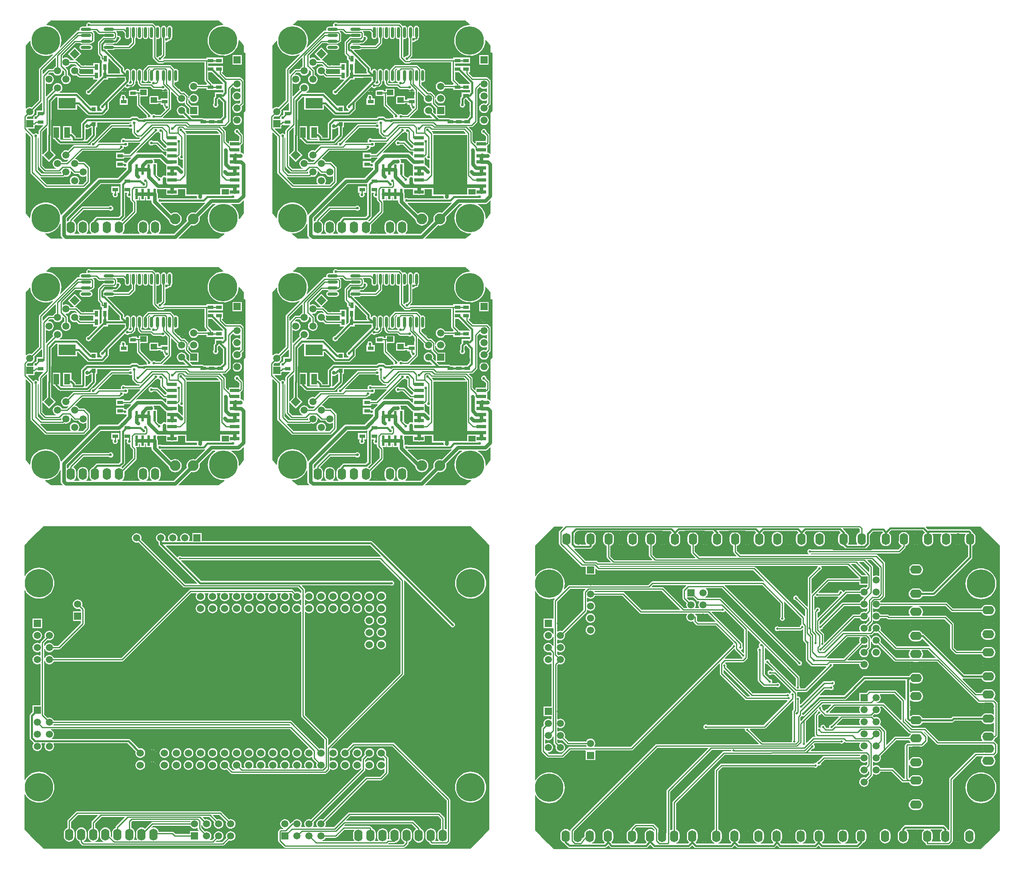
<source format=gbl>
G04 Layer_Physical_Order=2*
G04 Layer_Color=16711680*
%FSLAX25Y25*%
%MOIN*%
G70*
G01*
G75*
%ADD11R,0.04724X0.03150*%
%ADD12R,0.03740X0.03543*%
%ADD23R,0.05512X0.04724*%
%ADD25C,0.01500*%
%ADD26C,0.01000*%
%ADD31R,0.03150X0.04724*%
%ADD35C,0.03150*%
%ADD38O,0.06890X0.09842*%
%ADD39C,0.05905*%
%ADD40R,0.05905X0.05905*%
%ADD41O,0.09842X0.06890*%
%ADD42C,0.23622*%
%ADD43C,0.01968*%
%ADD44R,0.05905X0.05905*%
%ADD45C,0.06000*%
%ADD46P,0.08352X4X270.0*%
%ADD47C,0.08858*%
%ADD48P,0.08352X4X360.0*%
%ADD49C,0.02362*%
%ADD50C,0.03150*%
%ADD51O,0.02362X0.09055*%
%ADD52O,0.08661X0.02362*%
%ADD53R,0.04800X0.08800*%
%ADD54R,0.14173X0.08661*%
%ADD55R,0.28346X0.49606*%
%ADD56R,0.07874X0.02756*%
%ADD57R,0.02362X0.08661*%
%ADD58C,0.02834*%
G36*
X486444Y785181D02*
X487194Y784530D01*
X487000Y784069D01*
X486915Y784076D01*
X484905Y783918D01*
X482944Y783447D01*
X481081Y782675D01*
X479361Y781622D01*
X477828Y780312D01*
X476519Y778779D01*
X475465Y777059D01*
X474693Y775196D01*
X474223Y773236D01*
X474064Y771225D01*
X474223Y769215D01*
X474693Y767254D01*
X475465Y765391D01*
X476519Y763672D01*
X477828Y762138D01*
X479361Y760829D01*
X481081Y759775D01*
X482944Y759003D01*
X484905Y758533D01*
X486915Y758375D01*
X488925Y758533D01*
X490886Y759003D01*
X492749Y759775D01*
X494468Y760829D01*
X496002Y762138D01*
X497311Y763672D01*
X498365Y765391D01*
X499137Y767254D01*
X499607Y769215D01*
X499766Y771225D01*
X499748Y771446D01*
X500209Y771639D01*
X501681Y769944D01*
X504230Y766713D01*
Y760952D01*
X503905Y760735D01*
X503765Y760525D01*
X504615D01*
Y759525D01*
X503765D01*
X503905Y759316D01*
X504230Y759099D01*
Y738658D01*
X503998Y738524D01*
X503730Y738473D01*
X501996Y740207D01*
X501500Y740538D01*
X500915Y740655D01*
X489548D01*
X485944Y744259D01*
Y744907D01*
X486977D01*
Y750057D01*
X480253D01*
X480253Y750057D01*
X479977D01*
Y750057D01*
X479753Y750057D01*
X474644D01*
Y751993D01*
X479977D01*
Y751993D01*
X480253D01*
Y751993D01*
X486977D01*
Y757143D01*
X480253D01*
Y757143D01*
X479977D01*
Y757143D01*
X473253D01*
Y756098D01*
X437697D01*
X437398Y756038D01*
X437152Y756499D01*
X438696Y758044D01*
X439028Y758540D01*
X439144Y759125D01*
Y769597D01*
X439531Y769915D01*
X439946Y769832D01*
X440797Y770002D01*
X441518Y770483D01*
X441994Y771196D01*
X442615D01*
X443200Y771312D01*
X443696Y771644D01*
X444028Y772140D01*
X444144Y772725D01*
Y772991D01*
X444187Y773020D01*
X444669Y773741D01*
X444839Y774592D01*
Y781285D01*
X444669Y782136D01*
X444187Y782858D01*
X443466Y783340D01*
X442615Y783509D01*
X441764Y783340D01*
X441043Y782858D01*
X440560Y782136D01*
X440391Y781285D01*
Y775171D01*
X439969Y774797D01*
X439839Y774840D01*
Y781285D01*
X439670Y782136D01*
X439187Y782858D01*
X438466Y783340D01*
X437615Y783509D01*
X436764Y783340D01*
X436042Y782858D01*
X435560Y782136D01*
X435391Y781285D01*
Y774592D01*
X435560Y773741D01*
X436042Y773020D01*
X436086Y772991D01*
Y759759D01*
X434666Y758339D01*
X434615Y758349D01*
X433764Y758180D01*
X433042Y757698D01*
X432774Y757297D01*
X432139Y757225D01*
X431644Y757720D01*
Y772062D01*
X432144Y772462D01*
X432615Y772368D01*
X433466Y772538D01*
X434187Y773020D01*
X434669Y773741D01*
X434839Y774592D01*
Y781285D01*
X434669Y782136D01*
X434187Y782858D01*
X433466Y783340D01*
X432615Y783509D01*
X431764Y783340D01*
X431310Y783036D01*
X431196Y783207D01*
X429296Y785107D01*
X428800Y785438D01*
X428215Y785555D01*
X377216D01*
X377187Y785598D01*
X376466Y786080D01*
X375615Y786249D01*
X374764Y786080D01*
X374043Y785598D01*
X373560Y784876D01*
X373391Y784025D01*
X373546Y783249D01*
X373330Y782749D01*
X370017D01*
X369165Y782580D01*
X368444Y782098D01*
X367962Y781376D01*
X367793Y780525D01*
X367906Y779955D01*
X367553Y779455D01*
X366515D01*
X365930Y779338D01*
X365434Y779007D01*
X351798Y765371D01*
X351374Y765654D01*
X352037Y767254D01*
X352507Y769215D01*
X352666Y771225D01*
X352507Y773236D01*
X352037Y775196D01*
X351265Y777059D01*
X350211Y778779D01*
X348902Y780312D01*
X347368Y781622D01*
X345649Y782675D01*
X343786Y783447D01*
X341825Y783918D01*
X340416Y784028D01*
X340247Y784543D01*
X340981Y785181D01*
X344212Y787730D01*
X483213D01*
X486444Y785181D01*
D02*
G37*
G36*
X281720D02*
X282469Y784530D01*
X282276Y784069D01*
X282190Y784076D01*
X280180Y783918D01*
X278220Y783447D01*
X276357Y782675D01*
X274637Y781622D01*
X273104Y780312D01*
X271794Y778779D01*
X270741Y777059D01*
X269969Y775196D01*
X269498Y773236D01*
X269340Y771225D01*
X269498Y769215D01*
X269969Y767254D01*
X270741Y765391D01*
X271794Y763672D01*
X273104Y762138D01*
X274637Y760829D01*
X276357Y759775D01*
X278220Y759003D01*
X280180Y758533D01*
X282190Y758375D01*
X284201Y758533D01*
X286162Y759003D01*
X288025Y759775D01*
X289744Y760829D01*
X291277Y762138D01*
X292587Y763672D01*
X293640Y765391D01*
X294412Y767254D01*
X294883Y769215D01*
X295041Y771225D01*
X295024Y771446D01*
X295485Y771639D01*
X296956Y769944D01*
X299505Y766713D01*
Y760952D01*
X299181Y760735D01*
X299041Y760525D01*
X299890D01*
Y759525D01*
X299041D01*
X299181Y759316D01*
X299505Y759099D01*
Y738658D01*
X299274Y738524D01*
X299006Y738473D01*
X297272Y740207D01*
X296776Y740538D01*
X296191Y740655D01*
X284824D01*
X281220Y744259D01*
Y744907D01*
X282253D01*
Y750057D01*
X275529D01*
X275529Y750057D01*
X275253D01*
Y750057D01*
X275028Y750057D01*
X269920D01*
Y751993D01*
X275253D01*
Y751993D01*
X275529D01*
Y751993D01*
X282253D01*
Y757143D01*
X275529D01*
Y757143D01*
X275253D01*
Y757143D01*
X268529D01*
Y756098D01*
X232972D01*
X232674Y756038D01*
X232427Y756499D01*
X233972Y758044D01*
X234303Y758540D01*
X234420Y759125D01*
Y769597D01*
X234806Y769915D01*
X235221Y769832D01*
X236072Y770002D01*
X236794Y770483D01*
X237270Y771196D01*
X237891D01*
X238476Y771312D01*
X238972Y771644D01*
X239303Y772140D01*
X239420Y772725D01*
Y772991D01*
X239463Y773020D01*
X239945Y773741D01*
X240114Y774592D01*
Y781285D01*
X239945Y782136D01*
X239463Y782858D01*
X238742Y783340D01*
X237891Y783509D01*
X237039Y783340D01*
X236318Y782858D01*
X235836Y782136D01*
X235667Y781285D01*
Y775171D01*
X235245Y774797D01*
X235114Y774840D01*
Y781285D01*
X234945Y782136D01*
X234463Y782858D01*
X233742Y783340D01*
X232891Y783509D01*
X232039Y783340D01*
X231318Y782858D01*
X230836Y782136D01*
X230667Y781285D01*
Y774592D01*
X230836Y773741D01*
X231318Y773020D01*
X231361Y772991D01*
Y759759D01*
X229941Y758339D01*
X229890Y758349D01*
X229040Y758180D01*
X228318Y757698D01*
X228050Y757297D01*
X227414Y757225D01*
X226920Y757720D01*
Y772062D01*
X227420Y772462D01*
X227890Y772368D01*
X228742Y772538D01*
X229463Y773020D01*
X229945Y773741D01*
X230114Y774592D01*
Y781285D01*
X229945Y782136D01*
X229463Y782858D01*
X228742Y783340D01*
X227890Y783509D01*
X227040Y783340D01*
X226586Y783036D01*
X226472Y783207D01*
X224572Y785107D01*
X224076Y785438D01*
X223491Y785555D01*
X172492D01*
X172463Y785598D01*
X171742Y786080D01*
X170891Y786249D01*
X170039Y786080D01*
X169318Y785598D01*
X168836Y784876D01*
X168667Y784025D01*
X168821Y783249D01*
X168605Y782749D01*
X165292D01*
X164441Y782580D01*
X163720Y782098D01*
X163238Y781376D01*
X163068Y780525D01*
X163182Y779955D01*
X162829Y779455D01*
X161791D01*
X161205Y779338D01*
X160709Y779007D01*
X147073Y765371D01*
X146650Y765654D01*
X147312Y767254D01*
X147783Y769215D01*
X147941Y771225D01*
X147783Y773236D01*
X147312Y775196D01*
X146541Y777059D01*
X145487Y778779D01*
X144177Y780312D01*
X142644Y781622D01*
X140925Y782675D01*
X139062Y783447D01*
X137101Y783918D01*
X135692Y784028D01*
X135522Y784543D01*
X136257Y785181D01*
X139488Y787730D01*
X278488D01*
X281720Y785181D01*
D02*
G37*
G36*
X420484Y781754D02*
X420391Y781285D01*
Y774592D01*
X420560Y773741D01*
X421042Y773020D01*
X421764Y772538D01*
X422615Y772368D01*
X423466Y772538D01*
X424187Y773020D01*
X424670Y773741D01*
X424839Y774592D01*
Y781285D01*
X424745Y781754D01*
X425103Y782221D01*
X425127D01*
X425485Y781754D01*
X425391Y781285D01*
Y774592D01*
X425560Y773741D01*
X426043Y773020D01*
X426764Y772538D01*
X427615Y772368D01*
X428086Y772462D01*
X428586Y772062D01*
Y757086D01*
X428702Y756501D01*
X429034Y756005D01*
X432394Y752644D01*
X432891Y752312D01*
X433476Y752196D01*
X436854D01*
X437439Y752312D01*
X437935Y752644D01*
X438330Y753039D01*
X471586D01*
Y738125D01*
X471702Y737540D01*
X472034Y737044D01*
X473472Y735605D01*
X473281Y735143D01*
X473253D01*
Y734555D01*
X466260D01*
X466068Y735019D01*
X465434Y735844D01*
X464608Y736478D01*
X463647Y736876D01*
X462615Y737012D01*
X461583Y736876D01*
X460622Y736478D01*
X459796Y735844D01*
X459162Y735019D01*
X458764Y734057D01*
X458628Y733025D01*
X458764Y731993D01*
X459162Y731032D01*
X459796Y730206D01*
X460622Y729572D01*
X461583Y729174D01*
X462615Y729038D01*
X463647Y729174D01*
X464608Y729572D01*
X465434Y730206D01*
X466068Y731032D01*
X466260Y731496D01*
X473253D01*
Y729993D01*
X479977D01*
Y729993D01*
X480253D01*
Y729993D01*
X486977D01*
X487031Y729515D01*
Y728364D01*
X486724Y728057D01*
X480253D01*
Y724644D01*
X479553Y723944D01*
X479167Y723365D01*
X479031Y722682D01*
Y719081D01*
X478760Y718676D01*
X478591Y717825D01*
X478760Y716974D01*
X479243Y716253D01*
X479964Y715771D01*
X480815Y715601D01*
X481666Y715771D01*
X482387Y716253D01*
X482869Y716974D01*
X483039Y717825D01*
X482869Y718676D01*
X482599Y719081D01*
Y721943D01*
X483563Y722907D01*
X483667D01*
X486731Y719843D01*
Y712203D01*
X485115D01*
Y710825D01*
Y709447D01*
X486731D01*
Y708378D01*
X484667Y706314D01*
X481253D01*
Y706314D01*
X480977D01*
Y706314D01*
X474253D01*
Y706314D01*
X473977D01*
Y706314D01*
X470550D01*
X470012Y706674D01*
X469329Y706810D01*
X461354D01*
X459553Y708610D01*
X459744Y709072D01*
X466568D01*
Y716978D01*
X460825D01*
X458144Y719659D01*
Y721090D01*
X458196Y721347D01*
Y722480D01*
X458696Y722513D01*
X458764Y721993D01*
X459162Y721032D01*
X459796Y720206D01*
X460622Y719572D01*
X461583Y719174D01*
X462615Y719038D01*
X463647Y719174D01*
X464608Y719572D01*
X465434Y720206D01*
X466068Y721032D01*
X466466Y721993D01*
X466602Y723025D01*
X466466Y724057D01*
X466068Y725019D01*
X465434Y725844D01*
X464608Y726478D01*
X463647Y726876D01*
X462615Y727012D01*
X461583Y726876D01*
X460622Y726478D01*
X459796Y725844D01*
X459162Y725019D01*
X458764Y724057D01*
X458696Y723537D01*
X458196Y723570D01*
Y724703D01*
X458079Y725289D01*
X457748Y725785D01*
X455326Y728207D01*
X454830Y728538D01*
X454244Y728655D01*
X452448D01*
X450753Y730350D01*
X451084Y730726D01*
X451225Y730618D01*
X451896Y730340D01*
X452115Y730311D01*
Y732525D01*
X449901D01*
X449930Y732306D01*
X450208Y731635D01*
X450316Y731494D01*
X449939Y731164D01*
X446644Y734459D01*
Y736235D01*
X447144Y736635D01*
X447615Y736542D01*
X448466Y736711D01*
X449187Y737193D01*
X449670Y737914D01*
X449839Y738765D01*
Y745458D01*
X449670Y746309D01*
X449187Y747031D01*
X448466Y747513D01*
X447615Y747682D01*
X446764Y747513D01*
X446671Y747451D01*
X446528Y747510D01*
X446196Y748007D01*
X443785Y750418D01*
X443289Y750749D01*
X442704Y750866D01*
X425126D01*
X424541Y750749D01*
X424045Y750418D01*
X421533Y747907D01*
X421202Y747410D01*
X421139Y747095D01*
X421042Y747031D01*
X420560Y746309D01*
X420391Y745458D01*
Y738765D01*
X420560Y737914D01*
X421042Y737193D01*
X421764Y736711D01*
X422615Y736542D01*
X423466Y736711D01*
X424187Y737193D01*
X424670Y737914D01*
X424839Y738765D01*
Y745458D01*
X424670Y746309D01*
X424506Y746554D01*
X425760Y747807D01*
X426304D01*
X426456Y747307D01*
X426043Y747031D01*
X425560Y746309D01*
X425391Y745458D01*
Y738765D01*
X425560Y737914D01*
X426043Y737193D01*
X426764Y736711D01*
X427248Y736615D01*
X427097Y735855D01*
X419848D01*
X419144Y736559D01*
Y737164D01*
X419187Y737193D01*
X419669Y737914D01*
X419839Y738765D01*
Y745458D01*
X419669Y746309D01*
X419187Y747031D01*
X418466Y747513D01*
X417615Y747682D01*
X416764Y747513D01*
X416043Y747031D01*
X415560Y746309D01*
X415391Y745458D01*
Y738765D01*
X415560Y737914D01*
X416043Y737193D01*
X416086Y737164D01*
Y735925D01*
X416202Y735340D01*
X416534Y734844D01*
X418133Y733244D01*
X418630Y732912D01*
X419215Y732796D01*
X426581D01*
X428033Y731344D01*
X428530Y731012D01*
X429115Y730896D01*
X435514D01*
X435542Y730853D01*
X436264Y730371D01*
X437115Y730201D01*
X437966Y730371D01*
X438687Y730853D01*
X438894Y731161D01*
X439391Y731210D01*
X440786Y729815D01*
Y729444D01*
X440780Y728946D01*
X440286Y728946D01*
X439115D01*
Y727568D01*
Y726190D01*
X440780Y726190D01*
X440786Y725692D01*
Y723057D01*
X435253D01*
Y722012D01*
X433202D01*
Y725238D01*
X425690D01*
Y718513D01*
X433202D01*
Y718953D01*
X435253D01*
Y717907D01*
X437086D01*
Y717225D01*
X437202Y716640D01*
X437534Y716144D01*
X437801Y715876D01*
X437791Y715825D01*
X437960Y714974D01*
X438443Y714253D01*
X438784Y714024D01*
X438833Y713527D01*
X434861Y709555D01*
X431216D01*
X431187Y709598D01*
X430466Y710080D01*
X429615Y710249D01*
X428764Y710080D01*
X428066Y709614D01*
X428040Y709598D01*
X427481Y709658D01*
X427187Y710098D01*
X426466Y710580D01*
X426163Y710640D01*
X418444Y718359D01*
Y719710D01*
X420284D01*
Y721876D01*
Y724041D01*
X418444D01*
Y724813D01*
X424540D01*
Y731537D01*
X417028D01*
Y729204D01*
X415477D01*
Y730143D01*
X408753D01*
Y724993D01*
X415386D01*
Y717725D01*
X415502Y717140D01*
X415834Y716644D01*
X423484Y708993D01*
X423391Y708525D01*
X423560Y707674D01*
X423804Y707309D01*
X423537Y706810D01*
X421615D01*
X420932Y706674D01*
X420913Y706661D01*
X420764Y706631D01*
X420498Y706454D01*
X417556D01*
X416523Y707487D01*
X415944Y707874D01*
X415261Y708009D01*
X411437D01*
X411437Y708009D01*
X410754Y707874D01*
X410176Y707487D01*
X410176Y707487D01*
X409498Y706810D01*
X374015D01*
X373332Y706674D01*
X372753Y706287D01*
X369653Y703187D01*
X369267Y702608D01*
X369131Y701925D01*
Y699440D01*
X368918Y699028D01*
X367215D01*
Y694825D01*
X366715D01*
Y694325D01*
X364512D01*
Y692459D01*
X364012Y692252D01*
X362177Y694087D01*
X361598Y694474D01*
X361015Y694590D01*
Y700225D01*
X354215D01*
Y689425D01*
X360812D01*
X360911Y689172D01*
X360583Y688709D01*
X352454D01*
X352142Y689021D01*
X351915Y689425D01*
X351915D01*
X351915Y689425D01*
Y700225D01*
X345115D01*
Y689425D01*
X346878D01*
X347253Y688864D01*
X349684Y686433D01*
X349599Y686139D01*
X349472Y685938D01*
X348825Y685852D01*
X348154Y685575D01*
X347978Y685440D01*
X349898Y683521D01*
X351817Y681602D01*
X351951Y681778D01*
X352229Y682448D01*
X352324Y683167D01*
X352229Y683887D01*
X351951Y684557D01*
X351887Y684641D01*
X352134Y685141D01*
X374115D01*
X374798Y685277D01*
X375377Y685664D01*
X380877Y691163D01*
X380877Y691163D01*
X381263Y691742D01*
X381399Y692425D01*
Y699053D01*
X382485D01*
Y703241D01*
X410237D01*
X410469Y703287D01*
X410895Y702862D01*
X410891Y702844D01*
X410892Y702838D01*
X410539Y702485D01*
X410215Y702549D01*
X409364Y702380D01*
X408642Y701898D01*
X408614Y701855D01*
X394515D01*
X393930Y701738D01*
X393433Y701407D01*
X379366Y687339D01*
X379315Y687349D01*
X378464Y687180D01*
X377743Y686698D01*
X377260Y685976D01*
X377091Y685125D01*
X377176Y684698D01*
X376859Y684312D01*
X363301D01*
X362716Y684196D01*
X362220Y683864D01*
X358111Y679755D01*
X357647Y679947D01*
X356615Y680083D01*
X355583Y679947D01*
X354622Y679549D01*
X353796Y678915D01*
X353162Y678090D01*
X352764Y677128D01*
X352628Y676096D01*
X352764Y675064D01*
X353162Y674103D01*
X353796Y673277D01*
X354622Y672644D01*
X355583Y672245D01*
X356615Y672109D01*
X357647Y672245D01*
X358190Y672470D01*
X358473Y672046D01*
X356981Y670555D01*
X353189D01*
X352997Y671019D01*
X352363Y671844D01*
X351537Y672478D01*
X350576Y672876D01*
X349544Y673012D01*
X348512Y672876D01*
X347551Y672478D01*
X346725Y671844D01*
X346091Y671019D01*
X345693Y670057D01*
X345557Y669025D01*
X345693Y667993D01*
X346091Y667032D01*
X346725Y666206D01*
X347551Y665573D01*
X348318Y665255D01*
X348218Y664755D01*
X339649D01*
X336944Y667459D01*
Y675381D01*
X337406Y675573D01*
X342473Y670506D01*
X348063Y676096D01*
X344257Y679902D01*
Y691854D01*
X344316Y691942D01*
X344452Y692625D01*
Y720486D01*
X348204Y724238D01*
X349529D01*
Y713896D01*
X365702D01*
Y717442D01*
X366375D01*
X374153Y709664D01*
X374153Y709663D01*
X374732Y709277D01*
X375415Y709141D01*
X375415Y709141D01*
X386415D01*
X387098Y709277D01*
X387677Y709663D01*
X391577Y713563D01*
X391577Y713563D01*
X391963Y714142D01*
X392099Y714825D01*
Y719511D01*
X405223Y732634D01*
X405720Y732585D01*
X405942Y732253D01*
X406664Y731771D01*
X407515Y731601D01*
X408366Y731771D01*
X409087Y732253D01*
X409116Y732296D01*
X410715D01*
X411300Y732412D01*
X411796Y732744D01*
X413696Y734644D01*
X414028Y735140D01*
X414144Y735725D01*
Y737164D01*
X414187Y737193D01*
X414670Y737914D01*
X414839Y738765D01*
Y745458D01*
X414670Y746309D01*
X414187Y747031D01*
X413466Y747513D01*
X412615Y747682D01*
X411764Y747513D01*
X411042Y747031D01*
X410560Y746309D01*
X410391Y745458D01*
Y738765D01*
X410560Y737914D01*
X411042Y737193D01*
X411086Y737164D01*
Y736359D01*
X410081Y735355D01*
X409116D01*
X409087Y735398D01*
X408755Y735620D01*
X408706Y736118D01*
X408877Y736288D01*
X408877Y736288D01*
X409263Y736867D01*
X409388Y737493D01*
X409669Y737914D01*
X409839Y738765D01*
Y745458D01*
X409669Y746309D01*
X409187Y747031D01*
X408466Y747513D01*
X407615Y747682D01*
X406764Y747513D01*
X406042Y747031D01*
X405560Y746309D01*
X405528Y746146D01*
X405049Y746001D01*
X404699Y746351D01*
Y748225D01*
X404563Y748908D01*
X404177Y749487D01*
X390824Y762839D01*
X391015Y763301D01*
X395213D01*
X396064Y763471D01*
X396786Y763953D01*
X396815Y763996D01*
X408915D01*
X409500Y764112D01*
X409996Y764444D01*
X413696Y768144D01*
X414028Y768640D01*
X414144Y769225D01*
Y772991D01*
X414187Y773020D01*
X414670Y773741D01*
X414839Y774592D01*
Y781285D01*
X414745Y781754D01*
X415103Y782221D01*
X415127D01*
X415485Y781754D01*
X415391Y781285D01*
Y774592D01*
X415560Y773741D01*
X416043Y773020D01*
X416764Y772538D01*
X417615Y772368D01*
X418466Y772538D01*
X419187Y773020D01*
X419669Y773741D01*
X419839Y774592D01*
Y781285D01*
X419745Y781754D01*
X420103Y782221D01*
X420127D01*
X420484Y781754D01*
D02*
G37*
G36*
X410127Y782221D02*
X410485Y781754D01*
X410391Y781285D01*
Y774592D01*
X410560Y773741D01*
X411042Y773020D01*
X411086Y772991D01*
Y769859D01*
X408282Y767055D01*
X396815D01*
X396786Y767098D01*
X396064Y767580D01*
X395213Y767749D01*
X389914D01*
X389647Y768249D01*
X389682Y768301D01*
X395213D01*
X396064Y768471D01*
X396469Y768741D01*
X397879D01*
X398562Y768877D01*
X399141Y769264D01*
X400577Y770699D01*
X400577Y770699D01*
X400832Y771082D01*
X401387Y771453D01*
X401869Y772174D01*
X402039Y773025D01*
X401869Y773876D01*
X401387Y774598D01*
X400666Y775080D01*
X399815Y775249D01*
X399431Y775173D01*
X399044Y775490D01*
Y777225D01*
X398928Y777810D01*
X398596Y778307D01*
X398369Y778534D01*
X398561Y778996D01*
X403981D01*
X405391Y777586D01*
Y774592D01*
X405560Y773741D01*
X406042Y773020D01*
X406764Y772538D01*
X407615Y772368D01*
X408466Y772538D01*
X409187Y773020D01*
X409669Y773741D01*
X409839Y774592D01*
Y781285D01*
X409745Y781754D01*
X410103Y782221D01*
X410127D01*
D02*
G37*
G36*
X215760Y781754D02*
X215667Y781285D01*
Y774592D01*
X215836Y773741D01*
X216318Y773020D01*
X217039Y772538D01*
X217891Y772368D01*
X218742Y772538D01*
X219463Y773020D01*
X219945Y773741D01*
X220114Y774592D01*
Y781285D01*
X220021Y781754D01*
X220378Y782221D01*
X220403D01*
X220760Y781754D01*
X220667Y781285D01*
Y774592D01*
X220836Y773741D01*
X221318Y773020D01*
X222040Y772538D01*
X222890Y772368D01*
X223361Y772462D01*
X223861Y772062D01*
Y757086D01*
X223978Y756501D01*
X224309Y756005D01*
X227670Y752644D01*
X228166Y752312D01*
X228751Y752196D01*
X232129D01*
X232715Y752312D01*
X233211Y752644D01*
X233606Y753039D01*
X266861D01*
Y738125D01*
X266978Y737540D01*
X267309Y737044D01*
X268748Y735605D01*
X268556Y735143D01*
X268529D01*
Y734555D01*
X261536D01*
X261343Y735019D01*
X260710Y735844D01*
X259884Y736478D01*
X258922Y736876D01*
X257891Y737012D01*
X256859Y736876D01*
X255897Y736478D01*
X255071Y735844D01*
X254438Y735019D01*
X254040Y734057D01*
X253904Y733025D01*
X254040Y731993D01*
X254438Y731032D01*
X255071Y730206D01*
X255897Y729572D01*
X256859Y729174D01*
X257891Y729038D01*
X258922Y729174D01*
X259884Y729572D01*
X260710Y730206D01*
X261343Y731032D01*
X261536Y731496D01*
X268529D01*
Y729993D01*
X275253D01*
Y729993D01*
X275529D01*
Y729993D01*
X282253D01*
X282306Y729515D01*
Y728364D01*
X281999Y728057D01*
X275529D01*
Y724644D01*
X274829Y723944D01*
X274442Y723365D01*
X274306Y722682D01*
Y719081D01*
X274036Y718676D01*
X273867Y717825D01*
X274036Y716974D01*
X274518Y716253D01*
X275239Y715771D01*
X276091Y715601D01*
X276942Y715771D01*
X277663Y716253D01*
X278145Y716974D01*
X278314Y717825D01*
X278145Y718676D01*
X277875Y719081D01*
Y721943D01*
X278839Y722907D01*
X278942D01*
X282006Y719843D01*
Y712203D01*
X280391D01*
Y710825D01*
Y709447D01*
X282006D01*
Y708378D01*
X279942Y706314D01*
X276529D01*
Y706314D01*
X276253D01*
Y706314D01*
X269529D01*
Y706314D01*
X269252D01*
Y706314D01*
X265825D01*
X265287Y706674D01*
X264605Y706810D01*
X256630D01*
X254829Y708610D01*
X255020Y709072D01*
X261843D01*
Y716978D01*
X256101D01*
X253420Y719659D01*
Y721090D01*
X253471Y721347D01*
Y722480D01*
X253971Y722513D01*
X254040Y721993D01*
X254438Y721032D01*
X255071Y720206D01*
X255897Y719572D01*
X256859Y719174D01*
X257891Y719038D01*
X258922Y719174D01*
X259884Y719572D01*
X260710Y720206D01*
X261343Y721032D01*
X261742Y721993D01*
X261877Y723025D01*
X261742Y724057D01*
X261343Y725019D01*
X260710Y725844D01*
X259884Y726478D01*
X258922Y726876D01*
X257891Y727012D01*
X256859Y726876D01*
X255897Y726478D01*
X255071Y725844D01*
X254438Y725019D01*
X254040Y724057D01*
X253971Y723537D01*
X253471Y723570D01*
Y724703D01*
X253355Y725289D01*
X253023Y725785D01*
X250601Y728207D01*
X250105Y728538D01*
X249520Y728655D01*
X247724D01*
X246029Y730350D01*
X246359Y730726D01*
X246501Y730618D01*
X247171Y730340D01*
X247391Y730311D01*
Y732525D01*
X245177D01*
X245206Y732306D01*
X245483Y731635D01*
X245592Y731494D01*
X245215Y731164D01*
X241920Y734459D01*
Y736235D01*
X242420Y736635D01*
X242891Y736542D01*
X243742Y736711D01*
X244463Y737193D01*
X244945Y737914D01*
X245114Y738765D01*
Y745458D01*
X244945Y746309D01*
X244463Y747031D01*
X243742Y747513D01*
X242891Y747682D01*
X242039Y747513D01*
X241947Y747451D01*
X241804Y747510D01*
X241472Y748007D01*
X239061Y750418D01*
X238565Y750749D01*
X237979Y750866D01*
X220402D01*
X219816Y750749D01*
X219320Y750418D01*
X216809Y747907D01*
X216478Y747410D01*
X216415Y747095D01*
X216318Y747031D01*
X215836Y746309D01*
X215667Y745458D01*
Y738765D01*
X215836Y737914D01*
X216318Y737193D01*
X217039Y736711D01*
X217891Y736542D01*
X218742Y736711D01*
X219463Y737193D01*
X219945Y737914D01*
X220114Y738765D01*
Y745458D01*
X219945Y746309D01*
X219782Y746554D01*
X221035Y747807D01*
X221580D01*
X221731Y747307D01*
X221318Y747031D01*
X220836Y746309D01*
X220667Y745458D01*
Y738765D01*
X220836Y737914D01*
X221318Y737193D01*
X222040Y736711D01*
X222524Y736615D01*
X222373Y735855D01*
X215124D01*
X214420Y736559D01*
Y737164D01*
X214463Y737193D01*
X214945Y737914D01*
X215114Y738765D01*
Y745458D01*
X214945Y746309D01*
X214463Y747031D01*
X213742Y747513D01*
X212891Y747682D01*
X212039Y747513D01*
X211318Y747031D01*
X210836Y746309D01*
X210667Y745458D01*
Y738765D01*
X210836Y737914D01*
X211318Y737193D01*
X211361Y737164D01*
Y735925D01*
X211478Y735340D01*
X211809Y734844D01*
X213409Y733244D01*
X213905Y732912D01*
X214491Y732796D01*
X221857D01*
X223309Y731344D01*
X223805Y731012D01*
X224391Y730896D01*
X230789D01*
X230818Y730853D01*
X231540Y730371D01*
X232390Y730201D01*
X233242Y730371D01*
X233963Y730853D01*
X234169Y731161D01*
X234667Y731210D01*
X236061Y729815D01*
Y729444D01*
X236056Y728946D01*
X235561Y728946D01*
X234390D01*
Y727568D01*
Y726190D01*
X236056Y726190D01*
X236061Y725692D01*
Y723057D01*
X230528D01*
Y722012D01*
X228477D01*
Y725238D01*
X220966D01*
Y718513D01*
X228477D01*
Y718953D01*
X230528D01*
Y717907D01*
X232361D01*
Y717225D01*
X232478Y716640D01*
X232809Y716144D01*
X233077Y715876D01*
X233067Y715825D01*
X233236Y714974D01*
X233718Y714253D01*
X234060Y714024D01*
X234109Y713527D01*
X230137Y709555D01*
X226492D01*
X226463Y709598D01*
X225742Y710080D01*
X224890Y710249D01*
X224040Y710080D01*
X223342Y709614D01*
X223316Y709598D01*
X222757Y709658D01*
X222463Y710098D01*
X221742Y710580D01*
X221439Y710640D01*
X213720Y718359D01*
Y719710D01*
X215560D01*
Y721876D01*
Y724041D01*
X213720D01*
Y724813D01*
X219816D01*
Y731537D01*
X212304D01*
Y729204D01*
X210753D01*
Y730143D01*
X204029D01*
Y724993D01*
X210661D01*
Y717725D01*
X210778Y717140D01*
X211109Y716644D01*
X218760Y708993D01*
X218667Y708525D01*
X218836Y707674D01*
X219080Y707309D01*
X218812Y706810D01*
X216891D01*
X216208Y706674D01*
X216189Y706661D01*
X216039Y706631D01*
X215774Y706454D01*
X212832D01*
X211799Y707487D01*
X211220Y707874D01*
X210537Y708009D01*
X206713D01*
X206713Y708009D01*
X206030Y707874D01*
X205451Y707487D01*
X205451Y707487D01*
X204774Y706810D01*
X169291D01*
X168608Y706674D01*
X168029Y706287D01*
X164929Y703187D01*
X164542Y702608D01*
X164406Y701925D01*
Y699440D01*
X164194Y699028D01*
X162491D01*
Y694825D01*
X161991D01*
Y694325D01*
X159787D01*
Y692459D01*
X159287Y692252D01*
X157452Y694087D01*
X156873Y694474D01*
X156291Y694590D01*
Y700225D01*
X149491D01*
Y689425D01*
X156088D01*
X156186Y689172D01*
X155858Y688709D01*
X147730D01*
X147418Y689021D01*
X147191Y689425D01*
X147191D01*
X147191Y689425D01*
Y700225D01*
X140391D01*
Y689425D01*
X142154D01*
X142529Y688864D01*
X144959Y686433D01*
X144875Y686139D01*
X144748Y685938D01*
X144100Y685852D01*
X143430Y685575D01*
X143254Y685440D01*
X145173Y683521D01*
X147092Y681602D01*
X147227Y681778D01*
X147504Y682448D01*
X147599Y683167D01*
X147504Y683887D01*
X147227Y684557D01*
X147163Y684641D01*
X147409Y685141D01*
X169391D01*
X170073Y685277D01*
X170652Y685664D01*
X176152Y691163D01*
X176152Y691163D01*
X176539Y691742D01*
X176675Y692425D01*
Y699053D01*
X177761D01*
Y703241D01*
X205513D01*
X205745Y703287D01*
X206170Y702862D01*
X206167Y702844D01*
X206168Y702838D01*
X205814Y702485D01*
X205490Y702549D01*
X204640Y702380D01*
X203918Y701898D01*
X203889Y701855D01*
X189791D01*
X189205Y701738D01*
X188709Y701407D01*
X174641Y687339D01*
X174591Y687349D01*
X173740Y687180D01*
X173018Y686698D01*
X172536Y685976D01*
X172367Y685125D01*
X172452Y684698D01*
X172134Y684312D01*
X158577D01*
X157992Y684196D01*
X157495Y683864D01*
X153386Y679755D01*
X152922Y679947D01*
X151891Y680083D01*
X150859Y679947D01*
X149897Y679549D01*
X149071Y678915D01*
X148438Y678090D01*
X148039Y677128D01*
X147904Y676096D01*
X148039Y675064D01*
X148438Y674103D01*
X149071Y673277D01*
X149897Y672644D01*
X150859Y672245D01*
X151891Y672109D01*
X152922Y672245D01*
X153465Y672470D01*
X153749Y672046D01*
X152257Y670555D01*
X148465D01*
X148272Y671019D01*
X147639Y671844D01*
X146813Y672478D01*
X145851Y672876D01*
X144820Y673012D01*
X143788Y672876D01*
X142826Y672478D01*
X142000Y671844D01*
X141367Y671019D01*
X140969Y670057D01*
X140833Y669025D01*
X140969Y667993D01*
X141367Y667032D01*
X142000Y666206D01*
X142826Y665573D01*
X143594Y665255D01*
X143494Y664755D01*
X134924D01*
X132220Y667459D01*
Y675381D01*
X132682Y675573D01*
X137748Y670506D01*
X143338Y676096D01*
X139533Y679902D01*
Y691854D01*
X139592Y691942D01*
X139728Y692625D01*
Y720486D01*
X143480Y724238D01*
X144804D01*
Y713896D01*
X160977D01*
Y717442D01*
X161651D01*
X169429Y709664D01*
X169429Y709663D01*
X170008Y709277D01*
X170691Y709141D01*
X170691Y709141D01*
X181691D01*
X182373Y709277D01*
X182952Y709663D01*
X186852Y713563D01*
X186852Y713563D01*
X187239Y714142D01*
X187375Y714825D01*
Y719511D01*
X200498Y732634D01*
X200996Y732585D01*
X201218Y732253D01*
X201940Y731771D01*
X202791Y731601D01*
X203642Y731771D01*
X204363Y732253D01*
X204392Y732296D01*
X205991D01*
X206576Y732412D01*
X207072Y732744D01*
X208972Y734644D01*
X209303Y735140D01*
X209420Y735725D01*
Y737164D01*
X209463Y737193D01*
X209945Y737914D01*
X210114Y738765D01*
Y745458D01*
X209945Y746309D01*
X209463Y747031D01*
X208742Y747513D01*
X207891Y747682D01*
X207039Y747513D01*
X206318Y747031D01*
X205836Y746309D01*
X205667Y745458D01*
Y738765D01*
X205836Y737914D01*
X206318Y737193D01*
X206361Y737164D01*
Y736359D01*
X205357Y735355D01*
X204392D01*
X204363Y735398D01*
X204030Y735620D01*
X203981Y736118D01*
X204152Y736288D01*
X204152Y736288D01*
X204539Y736867D01*
X204663Y737493D01*
X204945Y737914D01*
X205114Y738765D01*
Y745458D01*
X204945Y746309D01*
X204463Y747031D01*
X203742Y747513D01*
X202891Y747682D01*
X202040Y747513D01*
X201318Y747031D01*
X200836Y746309D01*
X200803Y746146D01*
X200325Y746001D01*
X199975Y746351D01*
Y748225D01*
X199839Y748908D01*
X199452Y749487D01*
X186100Y762839D01*
X186291Y763301D01*
X190489D01*
X191340Y763471D01*
X192061Y763953D01*
X192090Y763996D01*
X204191D01*
X204776Y764112D01*
X205272Y764444D01*
X208972Y768144D01*
X209303Y768640D01*
X209420Y769225D01*
Y772991D01*
X209463Y773020D01*
X209945Y773741D01*
X210114Y774592D01*
Y781285D01*
X210021Y781754D01*
X210378Y782221D01*
X210403D01*
X210760Y781754D01*
X210667Y781285D01*
Y774592D01*
X210836Y773741D01*
X211318Y773020D01*
X212039Y772538D01*
X212891Y772368D01*
X213742Y772538D01*
X214463Y773020D01*
X214945Y773741D01*
X215114Y774592D01*
Y781285D01*
X215021Y781754D01*
X215378Y782221D01*
X215403D01*
X215760Y781754D01*
D02*
G37*
G36*
X205403Y782221D02*
X205760Y781754D01*
X205667Y781285D01*
Y774592D01*
X205836Y773741D01*
X206318Y773020D01*
X206361Y772991D01*
Y769859D01*
X203557Y767055D01*
X192090D01*
X192061Y767098D01*
X191340Y767580D01*
X190489Y767749D01*
X185190D01*
X184922Y768249D01*
X184957Y768301D01*
X190489D01*
X191340Y768471D01*
X191744Y768741D01*
X193155D01*
X193838Y768877D01*
X194416Y769264D01*
X195852Y770699D01*
X195852Y770699D01*
X196108Y771082D01*
X196663Y771453D01*
X197145Y772174D01*
X197314Y773025D01*
X197145Y773876D01*
X196663Y774598D01*
X195942Y775080D01*
X195091Y775249D01*
X194706Y775173D01*
X194320Y775490D01*
Y777225D01*
X194203Y777810D01*
X193872Y778307D01*
X193645Y778534D01*
X193836Y778996D01*
X199257D01*
X200667Y777586D01*
Y774592D01*
X200836Y773741D01*
X201318Y773020D01*
X202040Y772538D01*
X202891Y772368D01*
X203742Y772538D01*
X204463Y773020D01*
X204945Y773741D01*
X205114Y774592D01*
Y781285D01*
X205021Y781754D01*
X205378Y782221D01*
X205403D01*
D02*
G37*
G36*
X383033Y777044D02*
X383530Y776712D01*
X384115Y776596D01*
X387890D01*
X387933Y776547D01*
X388112Y776096D01*
X388065Y776025D01*
X392064D01*
Y775025D01*
X388065D01*
X388112Y774955D01*
X387930Y774494D01*
X387893Y774450D01*
X387330Y774338D01*
X386834Y774007D01*
X383434Y770607D01*
X383102Y770111D01*
X382986Y769525D01*
Y760592D01*
X383102Y760006D01*
X383434Y759510D01*
X385086Y757858D01*
Y756025D01*
X385202Y755440D01*
X385533Y754944D01*
X386030Y754612D01*
X386583Y754502D01*
Y752778D01*
X386320Y752387D01*
X386320Y752387D01*
X386320Y752387D01*
Y745663D01*
X386320D01*
Y745387D01*
X386320D01*
Y741973D01*
X384846Y740499D01*
X384384Y740691D01*
Y745387D01*
X384384D01*
Y745663D01*
X384384D01*
Y752387D01*
X379234D01*
Y750555D01*
X372793D01*
X372623Y751055D01*
X372723Y751131D01*
X373164Y751706D01*
X373442Y752377D01*
X373537Y753096D01*
X373442Y753816D01*
X373164Y754486D01*
X373030Y754662D01*
X371111Y752743D01*
X370757Y753096D01*
X370404Y752743D01*
X368485Y754662D01*
X368350Y754486D01*
X368072Y753816D01*
X367977Y753096D01*
X368033Y752677D01*
X367559Y752444D01*
X365825Y754178D01*
X365329Y754509D01*
X364744Y754626D01*
X364387D01*
X364196Y755088D01*
X369276Y760167D01*
X363686Y765757D01*
X358096Y760167D01*
X363176Y755088D01*
X362984Y754626D01*
X360260D01*
X360068Y755090D01*
X359434Y755915D01*
X358608Y756549D01*
X357647Y756947D01*
X356615Y757083D01*
X355583Y756947D01*
X354622Y756549D01*
X354393Y756373D01*
X353944Y756595D01*
Y758592D01*
X364349Y768996D01*
X368415D01*
X368444Y768953D01*
X369165Y768471D01*
X370017Y768301D01*
X376316D01*
X377167Y768471D01*
X377888Y768953D01*
X377963Y769065D01*
X378200Y769112D01*
X378696Y769444D01*
X379696Y770444D01*
X380028Y770940D01*
X380144Y771525D01*
Y776825D01*
X380028Y777411D01*
X379696Y777907D01*
X379069Y778534D01*
X379260Y778996D01*
X381082D01*
X383033Y777044D01*
D02*
G37*
G36*
X178309D02*
X178805Y776712D01*
X179391Y776596D01*
X183166D01*
X183208Y776547D01*
X183387Y776096D01*
X183340Y776025D01*
X187339D01*
Y775025D01*
X183340D01*
X183387Y774955D01*
X183206Y774494D01*
X183169Y774450D01*
X182605Y774338D01*
X182109Y774007D01*
X178709Y770607D01*
X178378Y770111D01*
X178261Y769525D01*
Y760592D01*
X178378Y760006D01*
X178709Y759510D01*
X180361Y757858D01*
Y756025D01*
X180478Y755440D01*
X180809Y754944D01*
X181305Y754612D01*
X181859Y754502D01*
Y752778D01*
X181596Y752387D01*
X181596Y752387D01*
X181596Y752387D01*
Y745663D01*
X181596D01*
Y745387D01*
X181596D01*
Y741973D01*
X180122Y740499D01*
X179660Y740691D01*
Y745387D01*
X179660D01*
Y745663D01*
X179660D01*
Y752387D01*
X174510D01*
Y750555D01*
X168069D01*
X167899Y751055D01*
X167998Y751131D01*
X168440Y751706D01*
X168718Y752377D01*
X168812Y753096D01*
X168718Y753816D01*
X168440Y754486D01*
X168305Y754662D01*
X166386Y752743D01*
X166033Y753096D01*
X165679Y752743D01*
X163760Y754662D01*
X163626Y754486D01*
X163348Y753816D01*
X163253Y753096D01*
X163308Y752677D01*
X162835Y752444D01*
X161101Y754178D01*
X160605Y754509D01*
X160020Y754626D01*
X159663D01*
X159472Y755088D01*
X164552Y760167D01*
X158962Y765757D01*
X153372Y760167D01*
X158451Y755088D01*
X158260Y754626D01*
X155535D01*
X155343Y755090D01*
X154710Y755915D01*
X153884Y756549D01*
X152922Y756947D01*
X151891Y757083D01*
X150859Y756947D01*
X149897Y756549D01*
X149668Y756373D01*
X149220Y756595D01*
Y758592D01*
X159624Y768996D01*
X163691D01*
X163720Y768953D01*
X164441Y768471D01*
X165292Y768301D01*
X171591D01*
X172442Y768471D01*
X173164Y768953D01*
X173239Y769065D01*
X173476Y769112D01*
X173972Y769444D01*
X174972Y770444D01*
X175303Y770940D01*
X175420Y771525D01*
Y776825D01*
X175303Y777411D01*
X174972Y777907D01*
X174345Y778534D01*
X174536Y778996D01*
X176357D01*
X178309Y777044D01*
D02*
G37*
G36*
X365643Y750034D02*
X365360Y749610D01*
X364718Y749876D01*
X363686Y750012D01*
X362654Y749876D01*
X361693Y749478D01*
X360867Y748844D01*
X360233Y748019D01*
X359835Y747057D01*
X359699Y746025D01*
X359835Y744993D01*
X360233Y744032D01*
X360867Y743206D01*
X361693Y742572D01*
X362654Y742174D01*
X363686Y742038D01*
X364718Y742174D01*
X365182Y742366D01*
X366604Y740944D01*
X367101Y740612D01*
X367686Y740496D01*
X379234D01*
Y738663D01*
X382357D01*
X382548Y738201D01*
X374941Y730594D01*
X374464Y730500D01*
X373743Y730018D01*
X373260Y729296D01*
X373091Y728445D01*
X373260Y727594D01*
X373743Y726872D01*
X374464Y726390D01*
X375315Y726221D01*
X376166Y726390D01*
X376887Y726872D01*
X377369Y727594D01*
X377464Y728071D01*
X388056Y738663D01*
X391470D01*
Y740241D01*
X398115D01*
X398550Y740328D01*
X405391D01*
Y738765D01*
X405543Y738002D01*
X389053Y721512D01*
X385453Y717912D01*
X385325Y717719D01*
X385142Y717598D01*
X384660Y716876D01*
X384491Y716025D01*
X384660Y715174D01*
X385142Y714453D01*
X385864Y713971D01*
X386169Y713910D01*
X386334Y713367D01*
X385676Y712710D01*
X382485D01*
Y716998D01*
X376745D01*
X376745Y716998D01*
Y716998D01*
X376341Y717223D01*
X366279Y727284D01*
X365701Y727671D01*
X365018Y727807D01*
X351339D01*
X351239Y728307D01*
X351537Y728430D01*
X352363Y729064D01*
X352997Y729890D01*
X353395Y730851D01*
X353531Y731883D01*
X353395Y732915D01*
X352997Y733876D01*
X352363Y734702D01*
X351537Y735336D01*
X350576Y735734D01*
X349544Y735870D01*
X348512Y735734D01*
X347551Y735336D01*
X346725Y734702D01*
X346091Y733876D01*
X345693Y732915D01*
X345557Y731883D01*
X345693Y730851D01*
X345885Y730387D01*
X340306Y724808D01*
X339844Y725000D01*
Y735424D01*
X340293Y735645D01*
X340479Y735501D01*
X341441Y735103D01*
X342473Y734967D01*
X343505Y735103D01*
X344466Y735501D01*
X345292Y736135D01*
X345925Y736961D01*
X346324Y737922D01*
X346460Y738954D01*
X346324Y739986D01*
X345925Y740948D01*
X345292Y741773D01*
X344466Y742407D01*
X343505Y742805D01*
X342473Y742941D01*
X342160Y742900D01*
X341926Y743373D01*
X343049Y744496D01*
X345899D01*
X346091Y744032D01*
X346725Y743206D01*
X347551Y742572D01*
X348512Y742174D01*
X349544Y742038D01*
X350576Y742174D01*
X351537Y742572D01*
X352363Y743206D01*
X352997Y744032D01*
X353395Y744993D01*
X353531Y746025D01*
X353498Y746272D01*
X353972Y746505D01*
X355086Y745392D01*
Y742599D01*
X354622Y742407D01*
X353796Y741773D01*
X353162Y740948D01*
X352764Y739986D01*
X352628Y738954D01*
X352764Y737922D01*
X353162Y736961D01*
X353796Y736135D01*
X354622Y735501D01*
X355583Y735103D01*
X356615Y734967D01*
X357647Y735103D01*
X358608Y735501D01*
X359434Y736135D01*
X360068Y736961D01*
X360466Y737922D01*
X360602Y738954D01*
X360466Y739986D01*
X360068Y740948D01*
X359434Y741773D01*
X358608Y742407D01*
X358144Y742599D01*
Y746025D01*
X358028Y746610D01*
X357696Y747107D01*
X356135Y748668D01*
X356368Y749142D01*
X356615Y749109D01*
X357647Y749245D01*
X358608Y749644D01*
X359434Y750277D01*
X360068Y751103D01*
X360260Y751567D01*
X364110D01*
X365643Y750034D01*
D02*
G37*
G36*
X160919D02*
X160635Y749610D01*
X159993Y749876D01*
X158962Y750012D01*
X157930Y749876D01*
X156968Y749478D01*
X156142Y748844D01*
X155509Y748019D01*
X155111Y747057D01*
X154975Y746025D01*
X155111Y744993D01*
X155509Y744032D01*
X156142Y743206D01*
X156968Y742572D01*
X157930Y742174D01*
X158962Y742038D01*
X159993Y742174D01*
X160458Y742366D01*
X161880Y740944D01*
X162376Y740612D01*
X162962Y740496D01*
X174510D01*
Y738663D01*
X177632D01*
X177823Y738201D01*
X170217Y730594D01*
X169739Y730500D01*
X169018Y730018D01*
X168536Y729296D01*
X168367Y728445D01*
X168536Y727594D01*
X169018Y726872D01*
X169739Y726390D01*
X170591Y726221D01*
X171442Y726390D01*
X172163Y726872D01*
X172645Y727594D01*
X172740Y728071D01*
X183332Y738663D01*
X186746D01*
Y740241D01*
X193391D01*
X193826Y740328D01*
X200667D01*
Y738765D01*
X200819Y738002D01*
X184329Y721512D01*
X180729Y717912D01*
X180600Y717719D01*
X180418Y717598D01*
X179936Y716876D01*
X179767Y716025D01*
X179936Y715174D01*
X180418Y714453D01*
X181140Y713971D01*
X181445Y713910D01*
X181609Y713367D01*
X180951Y712710D01*
X177761D01*
Y716998D01*
X172021D01*
X172021Y716998D01*
Y716998D01*
X171616Y717223D01*
X161555Y727284D01*
X160976Y727671D01*
X160293Y727807D01*
X146614D01*
X146515Y728307D01*
X146813Y728430D01*
X147639Y729064D01*
X148272Y729890D01*
X148671Y730851D01*
X148806Y731883D01*
X148671Y732915D01*
X148272Y733876D01*
X147639Y734702D01*
X146813Y735336D01*
X145851Y735734D01*
X144820Y735870D01*
X143788Y735734D01*
X142826Y735336D01*
X142000Y734702D01*
X141367Y733876D01*
X140969Y732915D01*
X140833Y731883D01*
X140969Y730851D01*
X141161Y730387D01*
X135582Y724808D01*
X135120Y725000D01*
Y735424D01*
X135568Y735645D01*
X135755Y735501D01*
X136716Y735103D01*
X137748Y734967D01*
X138780Y735103D01*
X139742Y735501D01*
X140568Y736135D01*
X141201Y736961D01*
X141599Y737922D01*
X141735Y738954D01*
X141599Y739986D01*
X141201Y740948D01*
X140568Y741773D01*
X139742Y742407D01*
X138780Y742805D01*
X137748Y742941D01*
X137435Y742900D01*
X137202Y743373D01*
X138324Y744496D01*
X141175D01*
X141367Y744032D01*
X142000Y743206D01*
X142826Y742572D01*
X143788Y742174D01*
X144820Y742038D01*
X145851Y742174D01*
X146813Y742572D01*
X147639Y743206D01*
X148272Y744032D01*
X148671Y744993D01*
X148806Y746025D01*
X148774Y746272D01*
X149248Y746505D01*
X150361Y745392D01*
Y742599D01*
X149897Y742407D01*
X149071Y741773D01*
X148438Y740948D01*
X148039Y739986D01*
X147904Y738954D01*
X148039Y737922D01*
X148438Y736961D01*
X149071Y736135D01*
X149897Y735501D01*
X150859Y735103D01*
X151891Y734967D01*
X152922Y735103D01*
X153884Y735501D01*
X154710Y736135D01*
X155343Y736961D01*
X155742Y737922D01*
X155877Y738954D01*
X155742Y739986D01*
X155343Y740948D01*
X154710Y741773D01*
X153884Y742407D01*
X153420Y742599D01*
Y746025D01*
X153304Y746610D01*
X152972Y747107D01*
X151410Y748668D01*
X151644Y749142D01*
X151891Y749109D01*
X152922Y749245D01*
X153884Y749644D01*
X154710Y750277D01*
X155343Y751103D01*
X155535Y751567D01*
X159386D01*
X160919Y750034D01*
D02*
G37*
G36*
X401131Y747486D02*
Y745612D01*
X401266Y744929D01*
X401623Y744396D01*
X401552Y744106D01*
X401465Y743896D01*
X398202D01*
X397766Y743810D01*
X391470D01*
Y745387D01*
X391470D01*
Y745663D01*
X391470D01*
Y752387D01*
X391733Y752663D01*
X391733D01*
Y756231D01*
X392195Y756422D01*
X401131Y747486D01*
D02*
G37*
G36*
X196406D02*
Y745612D01*
X196542Y744929D01*
X196898Y744396D01*
X196828Y744106D01*
X196741Y743896D01*
X193477D01*
X193042Y743810D01*
X186746D01*
Y745387D01*
X186746D01*
Y745663D01*
X186746D01*
Y752387D01*
X187009Y752663D01*
X187009D01*
Y756231D01*
X187470Y756422D01*
X196406Y747486D01*
D02*
G37*
G36*
X367734Y747944D02*
X368230Y747612D01*
X368815Y747496D01*
X379234D01*
Y745663D01*
X379234D01*
Y745387D01*
X379234D01*
Y743555D01*
X368320D01*
X367345Y744529D01*
X367537Y744993D01*
X367673Y746025D01*
X367537Y747057D01*
X367271Y747699D01*
X367695Y747982D01*
X367734Y747944D01*
D02*
G37*
G36*
X163009D02*
X163505Y747612D01*
X164091Y747496D01*
X174510D01*
Y745663D01*
X174510D01*
Y745387D01*
X174510D01*
Y743555D01*
X163595D01*
X162620Y744529D01*
X162813Y744993D01*
X162948Y746025D01*
X162813Y747057D01*
X162547Y747699D01*
X162970Y747982D01*
X163009Y747944D01*
D02*
G37*
G36*
X348015Y756609D02*
Y749670D01*
X347551Y749478D01*
X346725Y748844D01*
X346091Y748019D01*
X345899Y747555D01*
X342415D01*
X341830Y747438D01*
X341334Y747107D01*
X337644Y743418D01*
X337144Y743625D01*
Y746392D01*
X347553Y756800D01*
X348015Y756609D01*
D02*
G37*
G36*
X143290D02*
Y749670D01*
X142826Y749478D01*
X142000Y748844D01*
X141367Y748019D01*
X141175Y747555D01*
X137691D01*
X137105Y747438D01*
X136609Y747107D01*
X132920Y743418D01*
X132420Y743625D01*
Y746392D01*
X142828Y756800D01*
X143290Y756609D01*
D02*
G37*
G36*
X486974Y735643D02*
X486893Y735143D01*
X480253D01*
Y735143D01*
X479977D01*
Y735143D01*
X478041D01*
X478028Y735211D01*
X477696Y735707D01*
X474644Y738759D01*
Y744907D01*
X477710D01*
X486974Y735643D01*
D02*
G37*
G36*
X282249D02*
X282169Y735143D01*
X275529D01*
Y735143D01*
X275253D01*
Y735143D01*
X273317D01*
X273304Y735211D01*
X272972Y735707D01*
X269920Y738759D01*
Y744907D01*
X272985D01*
X282249Y735643D01*
D02*
G37*
G36*
X495490Y732605D02*
X495796Y732206D01*
X496622Y731572D01*
X497583Y731174D01*
X498615Y731038D01*
X499647Y731174D01*
X500608Y731572D01*
X500737Y731671D01*
X501186Y731450D01*
Y728600D01*
X500737Y728379D01*
X500608Y728478D01*
X499647Y728876D01*
X498615Y729012D01*
X497583Y728876D01*
X496622Y728478D01*
X495796Y727844D01*
X495162Y727019D01*
X494764Y726057D01*
X494628Y725025D01*
X494764Y723993D01*
X495162Y723032D01*
X495796Y722206D01*
X496622Y721572D01*
X497583Y721174D01*
X498615Y721038D01*
X499647Y721174D01*
X500608Y721572D01*
X500737Y721671D01*
X501186Y721450D01*
Y719759D01*
X500111Y718684D01*
X499647Y718876D01*
X498615Y719012D01*
X497583Y718876D01*
X496622Y718478D01*
X495796Y717844D01*
X495162Y717019D01*
X494764Y716057D01*
X494628Y715025D01*
X494764Y713993D01*
X495162Y713032D01*
X495796Y712206D01*
X496622Y711573D01*
X497583Y711174D01*
X498615Y711038D01*
X499647Y711174D01*
X500608Y711573D01*
X501434Y712206D01*
X502068Y713032D01*
X502466Y713993D01*
X502602Y715025D01*
X502466Y716057D01*
X502274Y716521D01*
X503730Y717977D01*
X503998Y717927D01*
X504230Y717793D01*
Y677168D01*
X503730Y676999D01*
X503451Y677362D01*
X502914Y677774D01*
X502287Y678034D01*
X502005Y678071D01*
X501536Y678147D01*
Y682647D01*
X501536Y682903D01*
X501536D01*
Y683147D01*
X501536D01*
Y684203D01*
X501896Y684444D01*
X502796Y685344D01*
X503128Y685840D01*
X503244Y686425D01*
Y692425D01*
X503128Y693011D01*
X502796Y693507D01*
X500729Y695574D01*
X500739Y695625D01*
X500569Y696476D01*
X500087Y697198D01*
X499366Y697680D01*
X498515Y697849D01*
X497664Y697680D01*
X496943Y697198D01*
X496460Y696476D01*
X496291Y695625D01*
X496460Y694774D01*
X496943Y694053D01*
X497664Y693571D01*
X498515Y693401D01*
X498566Y693411D01*
X499771Y692206D01*
X499564Y691706D01*
X497099D01*
Y690525D01*
Y689344D01*
X500186D01*
Y687903D01*
X491662D01*
Y685894D01*
X491200Y685703D01*
X489144Y687759D01*
Y695525D01*
X489028Y696110D01*
X488696Y696607D01*
X486369Y698934D01*
X486560Y699396D01*
X488415D01*
X489000Y699512D01*
X489496Y699844D01*
X489755Y700103D01*
X489851Y700060D01*
X489895Y700025D01*
X490615D01*
Y700745D01*
X490581Y700789D01*
X490538Y700885D01*
X492696Y703044D01*
X493028Y703540D01*
X493144Y704125D01*
Y730792D01*
X494991Y732638D01*
X495490Y732605D01*
D02*
G37*
G36*
X290765D02*
X291071Y732206D01*
X291897Y731572D01*
X292859Y731174D01*
X293891Y731038D01*
X294922Y731174D01*
X295884Y731572D01*
X296013Y731671D01*
X296461Y731450D01*
Y728600D01*
X296013Y728379D01*
X295884Y728478D01*
X294922Y728876D01*
X293891Y729012D01*
X292859Y728876D01*
X291897Y728478D01*
X291071Y727844D01*
X290438Y727019D01*
X290039Y726057D01*
X289904Y725025D01*
X290039Y723993D01*
X290438Y723032D01*
X291071Y722206D01*
X291897Y721572D01*
X292859Y721174D01*
X293891Y721038D01*
X294922Y721174D01*
X295884Y721572D01*
X296013Y721671D01*
X296461Y721450D01*
Y719759D01*
X295387Y718684D01*
X294922Y718876D01*
X293891Y719012D01*
X292859Y718876D01*
X291897Y718478D01*
X291071Y717844D01*
X290438Y717019D01*
X290039Y716057D01*
X289904Y715025D01*
X290039Y713993D01*
X290438Y713032D01*
X291071Y712206D01*
X291897Y711573D01*
X292859Y711174D01*
X293891Y711038D01*
X294922Y711174D01*
X295884Y711573D01*
X296710Y712206D01*
X297343Y713032D01*
X297742Y713993D01*
X297877Y715025D01*
X297742Y716057D01*
X297549Y716521D01*
X299006Y717977D01*
X299274Y717927D01*
X299505Y717793D01*
Y677168D01*
X299006Y676999D01*
X298727Y677362D01*
X298189Y677774D01*
X297563Y678034D01*
X297280Y678071D01*
X296812Y678147D01*
Y682647D01*
X296812Y682903D01*
X296812D01*
Y683147D01*
X296812D01*
Y684203D01*
X297172Y684444D01*
X298072Y685344D01*
X298404Y685840D01*
X298520Y686425D01*
Y692425D01*
X298404Y693011D01*
X298072Y693507D01*
X296004Y695574D01*
X296014Y695625D01*
X295845Y696476D01*
X295363Y697198D01*
X294642Y697680D01*
X293791Y697849D01*
X292939Y697680D01*
X292218Y697198D01*
X291736Y696476D01*
X291567Y695625D01*
X291736Y694774D01*
X292218Y694053D01*
X292939Y693571D01*
X293791Y693401D01*
X293841Y693411D01*
X295047Y692206D01*
X294840Y691706D01*
X292375D01*
Y690525D01*
Y689344D01*
X295461D01*
Y687903D01*
X286938D01*
Y685894D01*
X286476Y685703D01*
X284420Y687759D01*
Y695525D01*
X284303Y696110D01*
X283972Y696607D01*
X281645Y698934D01*
X281836Y699396D01*
X283691D01*
X284276Y699512D01*
X284772Y699844D01*
X285031Y700103D01*
X285127Y700060D01*
X285170Y700025D01*
X285891D01*
Y700745D01*
X285856Y700789D01*
X285813Y700885D01*
X287972Y703044D01*
X288303Y703540D01*
X288420Y704125D01*
Y730792D01*
X290266Y732638D01*
X290765Y732605D01*
D02*
G37*
G36*
X327010Y770640D02*
X327122Y769215D01*
X327593Y767254D01*
X328365Y765391D01*
X329419Y763672D01*
X330728Y762138D01*
X332261Y760829D01*
X333981Y759775D01*
X335844Y759003D01*
X337805Y758533D01*
X339815Y758375D01*
X341825Y758533D01*
X343786Y759003D01*
X345386Y759666D01*
X345669Y759242D01*
X334534Y748107D01*
X334202Y747611D01*
X334086Y747025D01*
Y721659D01*
X328111Y715684D01*
X327647Y715876D01*
X326615Y716012D01*
X325583Y715876D01*
X324622Y715478D01*
X323796Y714844D01*
X323669Y714679D01*
X323195Y714840D01*
Y766713D01*
X325744Y769944D01*
X326496Y770809D01*
X327010Y770640D01*
D02*
G37*
G36*
X122286D02*
X122398Y769215D01*
X122869Y767254D01*
X123641Y765391D01*
X124694Y763672D01*
X126004Y762138D01*
X127537Y760829D01*
X129256Y759775D01*
X131120Y759003D01*
X133080Y758533D01*
X135091Y758375D01*
X137101Y758533D01*
X139062Y759003D01*
X140662Y759666D01*
X140945Y759242D01*
X129809Y748107D01*
X129478Y747611D01*
X129361Y747025D01*
Y721659D01*
X123387Y715684D01*
X122922Y715876D01*
X121891Y716012D01*
X120859Y715876D01*
X119897Y715478D01*
X119071Y714844D01*
X118944Y714679D01*
X118471Y714840D01*
Y766713D01*
X121020Y769944D01*
X121771Y770809D01*
X122286Y770640D01*
D02*
G37*
G36*
X448810Y724168D02*
X448764Y724057D01*
X448628Y723025D01*
X448764Y721993D01*
X449162Y721032D01*
X449796Y720206D01*
X450622Y719572D01*
X451583Y719174D01*
X452615Y719038D01*
X453647Y719174D01*
X454608Y719572D01*
X454637Y719594D01*
X455086Y719373D01*
Y719025D01*
X455202Y718440D01*
X455534Y717944D01*
X458662Y714815D01*
Y710155D01*
X458200Y709963D01*
X456379Y711784D01*
X456466Y711993D01*
X456602Y713025D01*
X456466Y714057D01*
X456068Y715019D01*
X455434Y715844D01*
X454608Y716478D01*
X453647Y716876D01*
X452615Y717012D01*
X451583Y716876D01*
X450622Y716478D01*
X449796Y715844D01*
X449162Y715019D01*
X448764Y714057D01*
X448628Y713025D01*
X448764Y711993D01*
X449162Y711032D01*
X449796Y710206D01*
X450622Y709573D01*
X451583Y709174D01*
X452615Y709038D01*
X453647Y709174D01*
X453856Y709261D01*
X455845Y707271D01*
X455654Y706810D01*
X437149D01*
X436942Y707309D01*
X443396Y713764D01*
X443728Y714260D01*
X443844Y714846D01*
Y728480D01*
X444306Y728671D01*
X448810Y724168D01*
D02*
G37*
G36*
X244085D02*
X244040Y724057D01*
X243904Y723025D01*
X244040Y721993D01*
X244438Y721032D01*
X245071Y720206D01*
X245897Y719572D01*
X246859Y719174D01*
X247890Y719038D01*
X248922Y719174D01*
X249884Y719572D01*
X249913Y719594D01*
X250361Y719373D01*
Y719025D01*
X250478Y718440D01*
X250809Y717944D01*
X253938Y714815D01*
Y710155D01*
X253476Y709963D01*
X251655Y711784D01*
X251742Y711993D01*
X251877Y713025D01*
X251742Y714057D01*
X251343Y715019D01*
X250710Y715844D01*
X249884Y716478D01*
X248922Y716876D01*
X247890Y717012D01*
X246859Y716876D01*
X245897Y716478D01*
X245071Y715844D01*
X244438Y715019D01*
X244040Y714057D01*
X243904Y713025D01*
X244040Y711993D01*
X244438Y711032D01*
X245071Y710206D01*
X245897Y709573D01*
X246859Y709174D01*
X247890Y709038D01*
X248922Y709174D01*
X249132Y709261D01*
X251121Y707271D01*
X250930Y706810D01*
X232424D01*
X232217Y707309D01*
X238672Y713764D01*
X239003Y714260D01*
X239120Y714846D01*
Y728480D01*
X239582Y728671D01*
X244085Y724168D01*
D02*
G37*
G36*
X336786Y719326D02*
Y713143D01*
X332253D01*
Y709826D01*
X331666Y709239D01*
X331615Y709249D01*
X330764Y709080D01*
X330043Y708598D01*
X329560Y707876D01*
X329391Y707025D01*
X329500Y706478D01*
X329136Y705978D01*
X324093D01*
Y707340D01*
X325119Y708366D01*
X325583Y708174D01*
X326615Y708038D01*
X327647Y708174D01*
X328608Y708572D01*
X329434Y709206D01*
X330068Y710032D01*
X330466Y710993D01*
X330602Y712025D01*
X330466Y713057D01*
X330274Y713521D01*
X336286Y719533D01*
X336786Y719326D01*
D02*
G37*
G36*
X132061D02*
Y713143D01*
X127529D01*
Y709826D01*
X126941Y709239D01*
X126891Y709249D01*
X126040Y709080D01*
X125318Y708598D01*
X124836Y707876D01*
X124667Y707025D01*
X124776Y706478D01*
X124411Y705978D01*
X119369D01*
Y707340D01*
X120395Y708366D01*
X120859Y708174D01*
X121891Y708038D01*
X122922Y708174D01*
X123884Y708572D01*
X124710Y709206D01*
X125343Y710032D01*
X125742Y710993D01*
X125877Y712025D01*
X125742Y713057D01*
X125549Y713521D01*
X131561Y719533D01*
X132061Y719326D01*
D02*
G37*
G36*
X377831Y693164D02*
X373376Y688709D01*
X372795D01*
X372675Y688933D01*
X372577Y689210D01*
X372699Y689825D01*
Y697342D01*
X373199Y697676D01*
X373343Y697617D01*
X374015Y697528D01*
X374687Y697617D01*
X375313Y697876D01*
X375851Y698289D01*
X375923Y698382D01*
X376398Y698477D01*
X376977Y698864D01*
X377166Y699053D01*
X377831D01*
Y693164D01*
D02*
G37*
G36*
X173106D02*
X168651Y688709D01*
X168070D01*
X167951Y688933D01*
X167852Y689210D01*
X167975Y689825D01*
Y697342D01*
X168475Y697676D01*
X168618Y697617D01*
X169291Y697528D01*
X169963Y697617D01*
X170589Y697876D01*
X171127Y698289D01*
X171199Y698382D01*
X171673Y698477D01*
X172252Y698864D01*
X172441Y699053D01*
X173106D01*
Y693164D01*
D02*
G37*
G36*
X433332Y695317D02*
X433642Y694853D01*
X434364Y694371D01*
X434965Y694251D01*
Y689225D01*
X435081Y688640D01*
X435413Y688144D01*
X439113Y684444D01*
X439609Y684112D01*
X439694Y684095D01*
Y683147D01*
X439694D01*
Y682903D01*
X439694D01*
Y682055D01*
X438504D01*
X433279Y687280D01*
X432783Y687612D01*
X432197Y687728D01*
X428929D01*
X428901Y687771D01*
X428179Y688253D01*
X427328Y688423D01*
X426477Y688253D01*
X425756Y687771D01*
X425274Y687050D01*
X425104Y686199D01*
X425274Y685348D01*
X425756Y684626D01*
X426477Y684144D01*
X427328Y683975D01*
X428179Y684144D01*
X428901Y684626D01*
X428929Y684669D01*
X431564D01*
X436790Y679444D01*
X437286Y679112D01*
X437871Y678996D01*
X439694D01*
Y678147D01*
X439694D01*
Y677903D01*
X439694D01*
Y675572D01*
X439232Y675381D01*
X437302Y677311D01*
X436764Y677724D01*
X436137Y677983D01*
X435465Y678072D01*
X415865D01*
X415192Y677983D01*
X415108Y677949D01*
X414825Y678372D01*
X431064Y694612D01*
X431115Y694601D01*
X431966Y694771D01*
X432687Y695253D01*
X432738Y695329D01*
X433332Y695317D01*
D02*
G37*
G36*
X228608D02*
X228918Y694853D01*
X229640Y694371D01*
X230241Y694251D01*
Y689225D01*
X230357Y688640D01*
X230689Y688144D01*
X234388Y684444D01*
X234885Y684112D01*
X234969Y684095D01*
Y683147D01*
X234969D01*
Y682903D01*
X234969D01*
Y682055D01*
X233780D01*
X228554Y687280D01*
X228058Y687612D01*
X227473Y687728D01*
X224205D01*
X224176Y687771D01*
X223455Y688253D01*
X222604Y688423D01*
X221753Y688253D01*
X221031Y687771D01*
X220549Y687050D01*
X220380Y686199D01*
X220549Y685348D01*
X221031Y684626D01*
X221753Y684144D01*
X222604Y683975D01*
X223455Y684144D01*
X224176Y684626D01*
X224205Y684669D01*
X226839D01*
X232065Y679444D01*
X232561Y679112D01*
X233147Y678996D01*
X234969D01*
Y678147D01*
X234969D01*
Y677903D01*
X234969D01*
Y675572D01*
X234507Y675381D01*
X232577Y677311D01*
X232039Y677724D01*
X231413Y677983D01*
X230741Y678072D01*
X211140D01*
X210468Y677983D01*
X210384Y677949D01*
X210101Y678372D01*
X226340Y694612D01*
X226391Y694601D01*
X227242Y694771D01*
X227963Y695253D01*
X228014Y695329D01*
X228608Y695317D01*
D02*
G37*
G36*
X483459Y694290D02*
X483267Y693828D01*
X456544D01*
Y693925D01*
X456428Y694511D01*
X456096Y695007D01*
X455507Y695596D01*
X455714Y696096D01*
X481653D01*
X483459Y694290D01*
D02*
G37*
G36*
X278734D02*
X278543Y693828D01*
X251820D01*
Y693925D01*
X251704Y694511D01*
X251372Y695007D01*
X250783Y695596D01*
X250990Y696096D01*
X276929D01*
X278734Y694290D01*
D02*
G37*
G36*
X332253Y701147D02*
Y700907D01*
X337381D01*
X337572Y700445D01*
X334333Y697207D01*
X334002Y696710D01*
X333886Y696125D01*
Y693453D01*
X333386Y693301D01*
X333187Y693598D01*
X332466Y694080D01*
X331615Y694249D01*
X330764Y694080D01*
X330043Y693598D01*
X329875Y693348D01*
X329378Y693298D01*
X325066Y697611D01*
X325257Y698072D01*
X330568D01*
Y700546D01*
X330900Y700612D01*
X331396Y700944D01*
X331791Y701338D01*
X332253Y701147D01*
D02*
G37*
G36*
X127529D02*
Y700907D01*
X132656D01*
X132848Y700445D01*
X129609Y697207D01*
X129278Y696710D01*
X129161Y696125D01*
Y693453D01*
X128661Y693301D01*
X128463Y693598D01*
X127742Y694080D01*
X126891Y694249D01*
X126040Y694080D01*
X125318Y693598D01*
X125151Y693348D01*
X124653Y693298D01*
X120341Y697611D01*
X120533Y698072D01*
X125843D01*
Y700546D01*
X126176Y700612D01*
X126672Y700944D01*
X127067Y701338D01*
X127529Y701147D01*
D02*
G37*
G36*
X408642Y698753D02*
X409364Y698271D01*
X410215Y698101D01*
X411066Y698271D01*
X411145Y698323D01*
X411586Y698088D01*
Y694825D01*
X411702Y694240D01*
X412034Y693744D01*
X414668Y691110D01*
X415164Y690778D01*
X415749Y690662D01*
X417556D01*
X417747Y690200D01*
X417002Y689455D01*
X405916D01*
X405887Y689498D01*
X405166Y689980D01*
X404315Y690149D01*
X403464Y689980D01*
X402742Y689498D01*
X402260Y688776D01*
X402091Y687925D01*
X402260Y687074D01*
X402313Y686996D01*
X402077Y686555D01*
X383855D01*
X383555Y686495D01*
X383308Y686956D01*
X395148Y698796D01*
X408614D01*
X408642Y698753D01*
D02*
G37*
G36*
X203918D02*
X204640Y698271D01*
X205490Y698101D01*
X206342Y698271D01*
X206420Y698323D01*
X206861Y698088D01*
Y694825D01*
X206978Y694240D01*
X207309Y693744D01*
X209943Y691110D01*
X210439Y690778D01*
X211025Y690662D01*
X212831D01*
X213022Y690200D01*
X212278Y689455D01*
X201192D01*
X201163Y689498D01*
X200442Y689980D01*
X199591Y690149D01*
X198740Y689980D01*
X198018Y689498D01*
X197536Y688776D01*
X197367Y687925D01*
X197536Y687074D01*
X197589Y686996D01*
X197353Y686555D01*
X179131D01*
X178830Y686495D01*
X178584Y686956D01*
X190424Y698796D01*
X203889D01*
X203918Y698753D01*
D02*
G37*
G36*
X327086Y691265D02*
Y661825D01*
X327202Y661240D01*
X327534Y660744D01*
X339034Y649244D01*
X339530Y648912D01*
X340115Y648796D01*
X371215D01*
X371800Y648912D01*
X372296Y649244D01*
X375996Y652944D01*
X376328Y653440D01*
X376444Y654025D01*
Y665325D01*
X376328Y665910D01*
X375996Y666407D01*
X372296Y670107D01*
X371800Y670438D01*
X371215Y670555D01*
X367331D01*
X367139Y671019D01*
X366505Y671844D01*
X365679Y672478D01*
X364718Y672876D01*
X364316Y672929D01*
X364155Y673403D01*
X370407Y679655D01*
X400874D01*
X401459Y679771D01*
X401955Y680103D01*
X402364Y680512D01*
X402415Y680501D01*
X403266Y680671D01*
X403987Y681153D01*
X404469Y681874D01*
X404639Y682725D01*
X404629Y682772D01*
X405045Y683050D01*
X405164Y682971D01*
X406015Y682801D01*
X406866Y682971D01*
X407587Y683453D01*
X408070Y684174D01*
X408239Y685025D01*
X408070Y685876D01*
X408017Y685955D01*
X408253Y686396D01*
X417635D01*
X417860Y686441D01*
X418107Y685980D01*
X409225Y677098D01*
X404977D01*
Y678143D01*
X398253D01*
Y672993D01*
X404977D01*
Y674039D01*
X409858D01*
X410096Y674086D01*
X410342Y673625D01*
X407679Y670962D01*
X407266Y670424D01*
X407057Y669919D01*
X406544Y669661D01*
X406366Y669780D01*
X405515Y669949D01*
X405465Y669939D01*
X404977Y670249D01*
Y671057D01*
X398253D01*
Y665907D01*
X404310D01*
X404664Y665671D01*
X405515Y665501D01*
X406366Y665671D01*
X406477Y665745D01*
X406918Y665509D01*
Y664501D01*
X402746Y660329D01*
X402516Y660153D01*
X401243Y658880D01*
X401067Y658650D01*
X399582Y657165D01*
X384415D01*
X383743Y657077D01*
X383116Y656817D01*
X382579Y656405D01*
X352879Y626705D01*
X352771Y626564D01*
X352229Y626679D01*
X351937Y627896D01*
X351165Y629759D01*
X350111Y631479D01*
X348802Y633012D01*
X347268Y634322D01*
X345549Y635375D01*
X343686Y636147D01*
X341725Y636618D01*
X339715Y636776D01*
X337705Y636618D01*
X335744Y636147D01*
X333881Y635375D01*
X332161Y634322D01*
X330628Y633012D01*
X329319Y631479D01*
X328265Y629759D01*
X327493Y627896D01*
X327023Y625936D01*
X326866Y623951D01*
X326762Y623871D01*
X326404Y623721D01*
X325745Y624481D01*
X323195Y627712D01*
Y694502D01*
X323657Y694693D01*
X327086Y691265D01*
D02*
G37*
G36*
X122361D02*
Y661825D01*
X122478Y661240D01*
X122809Y660744D01*
X134309Y649244D01*
X134805Y648912D01*
X135391Y648796D01*
X166491D01*
X167076Y648912D01*
X167572Y649244D01*
X171272Y652944D01*
X171604Y653440D01*
X171720Y654025D01*
Y665325D01*
X171604Y665910D01*
X171272Y666407D01*
X167572Y670107D01*
X167076Y670438D01*
X166491Y670555D01*
X162607D01*
X162414Y671019D01*
X161781Y671844D01*
X160955Y672478D01*
X159993Y672876D01*
X159591Y672929D01*
X159431Y673403D01*
X165683Y679655D01*
X196149D01*
X196735Y679771D01*
X197231Y680103D01*
X197640Y680512D01*
X197691Y680501D01*
X198542Y680671D01*
X199263Y681153D01*
X199745Y681874D01*
X199914Y682725D01*
X199905Y682772D01*
X200321Y683050D01*
X200440Y682971D01*
X201291Y682801D01*
X202142Y682971D01*
X202863Y683453D01*
X203345Y684174D01*
X203514Y685025D01*
X203345Y685876D01*
X203293Y685955D01*
X203528Y686396D01*
X212911D01*
X213136Y686441D01*
X213382Y685980D01*
X204500Y677098D01*
X200253D01*
Y678143D01*
X193528D01*
Y672993D01*
X200253D01*
Y674039D01*
X205134D01*
X205372Y674086D01*
X205618Y673625D01*
X202954Y670962D01*
X202541Y670424D01*
X202333Y669919D01*
X201820Y669661D01*
X201642Y669780D01*
X200791Y669949D01*
X200741Y669939D01*
X200253Y670249D01*
Y671057D01*
X193528D01*
Y665907D01*
X199585D01*
X199940Y665671D01*
X200791Y665501D01*
X201642Y665671D01*
X201753Y665745D01*
X202193Y665509D01*
Y664501D01*
X198021Y660329D01*
X197792Y660153D01*
X196519Y658880D01*
X196343Y658650D01*
X194858Y657165D01*
X179691D01*
X179018Y657077D01*
X178392Y656817D01*
X177854Y656405D01*
X148154Y626705D01*
X148046Y626564D01*
X147504Y626679D01*
X147212Y627896D01*
X146441Y629759D01*
X145387Y631479D01*
X144077Y633012D01*
X142544Y634322D01*
X140825Y635375D01*
X138962Y636147D01*
X137001Y636618D01*
X134991Y636776D01*
X132980Y636618D01*
X131019Y636147D01*
X129156Y635375D01*
X127437Y634322D01*
X125904Y633012D01*
X124594Y631479D01*
X123541Y629759D01*
X122769Y627896D01*
X122298Y625936D01*
X122142Y623951D01*
X122038Y623871D01*
X121680Y623721D01*
X121020Y624481D01*
X118471Y627712D01*
Y694502D01*
X118933Y694693D01*
X122361Y691265D01*
D02*
G37*
G36*
X340883Y698777D02*
Y693202D01*
X340824Y693113D01*
X340688Y692430D01*
Y679902D01*
X337406Y676620D01*
X336944Y676811D01*
Y695492D01*
X340422Y698969D01*
X340883Y698777D01*
D02*
G37*
G36*
X136159D02*
Y693202D01*
X136100Y693113D01*
X135964Y692430D01*
Y679902D01*
X132682Y676620D01*
X132220Y676811D01*
Y695492D01*
X135697Y698969D01*
X136159Y698777D01*
D02*
G37*
G36*
X450394Y674183D02*
X450473Y674113D01*
X450560Y673674D01*
X451043Y672953D01*
X451764Y672471D01*
X452615Y672301D01*
X452986Y672375D01*
X453486Y671965D01*
Y665181D01*
X453024Y664989D01*
X450651Y667362D01*
X450113Y667774D01*
X449943Y667845D01*
X449568Y668147D01*
Y672647D01*
X449568Y672903D01*
X449568D01*
Y673147D01*
X449568D01*
Y674019D01*
X449984Y674307D01*
X450394Y674183D01*
D02*
G37*
G36*
X245670D02*
X245749Y674113D01*
X245836Y673674D01*
X246318Y672953D01*
X247040Y672471D01*
X247890Y672301D01*
X248261Y672375D01*
X248761Y671965D01*
Y665181D01*
X248299Y664989D01*
X245927Y667362D01*
X245389Y667774D01*
X245218Y667845D01*
X244843Y668147D01*
Y672647D01*
X244843Y672903D01*
X244843D01*
Y673147D01*
X244843D01*
Y674019D01*
X245260Y674307D01*
X245670Y674183D01*
D02*
G37*
G36*
X333886Y690378D02*
Y666825D01*
X334002Y666240D01*
X334333Y665744D01*
X337933Y662144D01*
X338430Y661812D01*
X339015Y661696D01*
X350815D01*
X351400Y661812D01*
X351896Y662144D01*
X352187Y662434D01*
X352661Y662201D01*
X352628Y661954D01*
X352720Y661255D01*
X352327Y660755D01*
X336349D01*
X333144Y663959D01*
Y690350D01*
X333386Y690574D01*
X333886Y690378D01*
D02*
G37*
G36*
X129161D02*
Y666825D01*
X129278Y666240D01*
X129609Y665744D01*
X133209Y662144D01*
X133705Y661812D01*
X134291Y661696D01*
X146091D01*
X146676Y661812D01*
X147172Y662144D01*
X147463Y662434D01*
X147936Y662201D01*
X147904Y661954D01*
X147996Y661255D01*
X147603Y660755D01*
X131624D01*
X128420Y663959D01*
Y690350D01*
X128661Y690574D01*
X129161Y690378D01*
D02*
G37*
G36*
X438579Y668689D02*
X439116Y668276D01*
X439314Y668194D01*
X439694Y667903D01*
Y663147D01*
X439694D01*
Y662903D01*
X439694D01*
Y659241D01*
X439194Y658907D01*
X438887Y659034D01*
X438215Y659122D01*
X437543Y659034D01*
X436916Y658774D01*
X436379Y658362D01*
X435966Y657824D01*
X435872Y657596D01*
X435829Y657564D01*
X435268Y657445D01*
X434766Y657780D01*
X433915Y657949D01*
X433864Y657939D01*
X432296Y659507D01*
Y669592D01*
X429941D01*
X429663Y670007D01*
X429724Y670153D01*
X429812Y670825D01*
X429724Y671497D01*
X429464Y672124D01*
X429269Y672378D01*
X429516Y672878D01*
X434390D01*
X438579Y668689D01*
D02*
G37*
G36*
X233854D02*
X234392Y668276D01*
X234590Y668194D01*
X234969Y667903D01*
Y663147D01*
X234969D01*
Y662903D01*
X234969D01*
Y659241D01*
X234469Y658907D01*
X234163Y659034D01*
X233490Y659122D01*
X232818Y659034D01*
X232192Y658774D01*
X231654Y658362D01*
X231241Y657824D01*
X231147Y657596D01*
X231105Y657564D01*
X230543Y657445D01*
X230042Y657780D01*
X229190Y657949D01*
X229140Y657939D01*
X227572Y659507D01*
Y669592D01*
X225217D01*
X224939Y670007D01*
X224999Y670153D01*
X225088Y670825D01*
X224999Y671497D01*
X224740Y672124D01*
X224545Y672378D01*
X224791Y672878D01*
X229665D01*
X233854Y668689D01*
D02*
G37*
G36*
X362905Y660873D02*
X363401Y660541D01*
X363986Y660425D01*
X367112D01*
X367304Y659961D01*
X367938Y659135D01*
X368764Y658501D01*
X369725Y658103D01*
X370757Y657967D01*
X371789Y658103D01*
X372751Y658501D01*
X372937Y658645D01*
X373386Y658424D01*
Y654659D01*
X370582Y651855D01*
X366975D01*
X366728Y652355D01*
X367139Y652890D01*
X367537Y653851D01*
X367673Y654883D01*
X367537Y655915D01*
X367139Y656876D01*
X366505Y657702D01*
X365679Y658336D01*
X364718Y658734D01*
X363686Y658870D01*
X362654Y658734D01*
X361693Y658336D01*
X360867Y657702D01*
X360233Y656876D01*
X359835Y655915D01*
X359699Y654883D01*
X359835Y653851D01*
X360233Y652890D01*
X360644Y652355D01*
X360397Y651855D01*
X340749D01*
X335343Y657260D01*
X335589Y657721D01*
X335715Y657696D01*
X353886D01*
X354471Y657812D01*
X354967Y658144D01*
X355119Y658295D01*
X355583Y658103D01*
X356615Y657967D01*
X357647Y658103D01*
X358608Y658501D01*
X359434Y659135D01*
X360068Y659961D01*
X360466Y660922D01*
X360602Y661954D01*
X360524Y662546D01*
X360997Y662780D01*
X362905Y660873D01*
D02*
G37*
G36*
X158180D02*
X158676Y660541D01*
X159262Y660425D01*
X162388D01*
X162580Y659961D01*
X163214Y659135D01*
X164039Y658501D01*
X165001Y658103D01*
X166033Y657967D01*
X167065Y658103D01*
X168026Y658501D01*
X168213Y658645D01*
X168661Y658424D01*
Y654659D01*
X165857Y651855D01*
X162250D01*
X162004Y652355D01*
X162414Y652890D01*
X162813Y653851D01*
X162948Y654883D01*
X162813Y655915D01*
X162414Y656876D01*
X161781Y657702D01*
X160955Y658336D01*
X159993Y658734D01*
X158962Y658870D01*
X157930Y658734D01*
X156968Y658336D01*
X156142Y657702D01*
X155509Y656876D01*
X155111Y655915D01*
X154975Y654883D01*
X155111Y653851D01*
X155509Y652890D01*
X155919Y652355D01*
X155673Y651855D01*
X136024D01*
X130619Y657260D01*
X130865Y657721D01*
X130991Y657696D01*
X149162D01*
X149747Y657812D01*
X150243Y658144D01*
X150395Y658295D01*
X150859Y658103D01*
X151891Y657967D01*
X152922Y658103D01*
X153884Y658501D01*
X154710Y659135D01*
X155343Y659961D01*
X155742Y660922D01*
X155877Y661954D01*
X155799Y662546D01*
X156273Y662780D01*
X158180Y660873D01*
D02*
G37*
G36*
X491662Y647903D02*
Y643309D01*
X485788D01*
Y647928D01*
X491173D01*
X491662Y647903D01*
D02*
G37*
G36*
X286938D02*
Y643309D01*
X281064D01*
Y647928D01*
X286448D01*
X286938Y647903D01*
D02*
G37*
G36*
X432815Y647928D02*
X439204D01*
X439694Y647903D01*
Y643147D01*
X443643D01*
X443959Y643017D01*
X444631Y642928D01*
X445303Y643017D01*
X445618Y643147D01*
X449568D01*
Y647903D01*
X450057Y647928D01*
X455442D01*
Y642222D01*
X465218D01*
Y641325D01*
X465306Y640653D01*
X465359Y640525D01*
X465082Y640109D01*
X435771D01*
X435366Y640380D01*
X434515Y640549D01*
X433664Y640380D01*
X433212Y640078D01*
X432712Y640345D01*
Y643789D01*
X432623Y644461D01*
X432364Y645088D01*
X432296Y645177D01*
Y647617D01*
X432672Y647947D01*
X432815Y647928D01*
D02*
G37*
G36*
X228091D02*
X234480D01*
X234969Y647903D01*
Y643147D01*
X238919D01*
X239234Y643017D01*
X239906Y642928D01*
X240579Y643017D01*
X240894Y643147D01*
X244843D01*
Y647903D01*
X245333Y647928D01*
X250717D01*
Y642222D01*
X260493D01*
Y641325D01*
X260582Y640653D01*
X260635Y640525D01*
X260357Y640109D01*
X231046D01*
X230642Y640380D01*
X229790Y640549D01*
X228940Y640380D01*
X228488Y640078D01*
X227988Y640345D01*
Y643789D01*
X227899Y644461D01*
X227640Y645088D01*
X227572Y645177D01*
Y647617D01*
X227947Y647947D01*
X228091Y647928D01*
D02*
G37*
G36*
X422934Y638459D02*
X427296D01*
X427518Y638051D01*
Y637525D01*
X427606Y636853D01*
X427866Y636227D01*
X428279Y635689D01*
X441745Y622223D01*
X441826Y621608D01*
X442373Y620287D01*
X443243Y619153D01*
X444377Y618283D01*
X445698Y617736D01*
X447115Y617549D01*
X448532Y617736D01*
X449853Y618283D01*
X450987Y619153D01*
X451857Y620287D01*
X452404Y621608D01*
X452591Y623025D01*
X452404Y624442D01*
X451857Y625763D01*
X450987Y626897D01*
X449853Y627768D01*
X448532Y628315D01*
X447115Y628501D01*
X445698Y628315D01*
X444377Y627768D01*
X443906Y627407D01*
X435489Y635824D01*
X435596Y636424D01*
X435771Y636541D01*
X470715D01*
X471398Y636677D01*
X471683Y636266D01*
X463673Y628256D01*
X463532Y628315D01*
X462115Y628501D01*
X460698Y628315D01*
X459377Y627768D01*
X458243Y626897D01*
X457373Y625763D01*
X456826Y624442D01*
X456639Y623025D01*
X456826Y621608D01*
X456884Y621467D01*
X446039Y610622D01*
X433621D01*
X433451Y611122D01*
X433785Y611379D01*
X434497Y612307D01*
X434945Y613388D01*
X435098Y614549D01*
Y617502D01*
X434945Y618662D01*
X434497Y619743D01*
X433785Y620672D01*
X432857Y621384D01*
X431775Y621832D01*
X430615Y621985D01*
X429455Y621832D01*
X428373Y621384D01*
X427445Y620672D01*
X426732Y619743D01*
X426285Y618662D01*
X426132Y617502D01*
Y614549D01*
X426285Y613388D01*
X426732Y612307D01*
X427445Y611379D01*
X427779Y611122D01*
X427609Y610622D01*
X423621D01*
X423451Y611122D01*
X423785Y611379D01*
X424498Y612307D01*
X424945Y613388D01*
X425098Y614549D01*
Y617502D01*
X424945Y618662D01*
X424498Y619743D01*
X423785Y620672D01*
X422857Y621384D01*
X421775Y621832D01*
X420615Y621985D01*
X419455Y621832D01*
X418373Y621384D01*
X417445Y620672D01*
X416732Y619743D01*
X416285Y618662D01*
X416132Y617502D01*
Y614549D01*
X416285Y613388D01*
X416732Y612307D01*
X417445Y611379D01*
X417779Y611122D01*
X417609Y610622D01*
X403621D01*
X403451Y611122D01*
X403785Y611379D01*
X404498Y612307D01*
X404945Y613388D01*
X405098Y614549D01*
Y617502D01*
X405000Y618247D01*
X414696Y627944D01*
X415028Y628440D01*
X415144Y629025D01*
Y636925D01*
X415028Y637510D01*
X414728Y637959D01*
X414804Y638267D01*
X414884Y638459D01*
X417296D01*
Y641192D01*
X417934D01*
Y638459D01*
X422296D01*
Y641192D01*
X422934D01*
Y638459D01*
D02*
G37*
G36*
X218210D02*
X222571D01*
X222794Y638051D01*
Y637525D01*
X222882Y636853D01*
X223142Y636227D01*
X223554Y635689D01*
X237020Y622223D01*
X237101Y621608D01*
X237648Y620287D01*
X238518Y619153D01*
X239653Y618283D01*
X240973Y617736D01*
X242390Y617549D01*
X243808Y617736D01*
X245128Y618283D01*
X246263Y619153D01*
X247133Y620287D01*
X247680Y621608D01*
X247867Y623025D01*
X247680Y624442D01*
X247133Y625763D01*
X246263Y626897D01*
X245128Y627768D01*
X243808Y628315D01*
X242390Y628501D01*
X240973Y628315D01*
X239653Y627768D01*
X239182Y627407D01*
X230764Y635824D01*
X230871Y636424D01*
X231046Y636541D01*
X265990D01*
X266673Y636677D01*
X266959Y636266D01*
X258949Y628256D01*
X258808Y628315D01*
X257390Y628501D01*
X255973Y628315D01*
X254653Y627768D01*
X253518Y626897D01*
X252648Y625763D01*
X252101Y624442D01*
X251915Y623025D01*
X252101Y621608D01*
X252160Y621467D01*
X241315Y610622D01*
X228896D01*
X228726Y611122D01*
X229061Y611379D01*
X229773Y612307D01*
X230221Y613388D01*
X230374Y614549D01*
Y617502D01*
X230221Y618662D01*
X229773Y619743D01*
X229061Y620672D01*
X228132Y621384D01*
X227051Y621832D01*
X225890Y621985D01*
X224730Y621832D01*
X223649Y621384D01*
X222720Y620672D01*
X222008Y619743D01*
X221560Y618662D01*
X221407Y617502D01*
Y614549D01*
X221560Y613388D01*
X222008Y612307D01*
X222720Y611379D01*
X223055Y611122D01*
X222885Y610622D01*
X218896D01*
X218726Y611122D01*
X219061Y611379D01*
X219773Y612307D01*
X220221Y613388D01*
X220374Y614549D01*
Y617502D01*
X220221Y618662D01*
X219773Y619743D01*
X219061Y620672D01*
X218132Y621384D01*
X217051Y621832D01*
X215891Y621985D01*
X214730Y621832D01*
X213649Y621384D01*
X212720Y620672D01*
X212008Y619743D01*
X211560Y618662D01*
X211407Y617502D01*
Y614549D01*
X211560Y613388D01*
X212008Y612307D01*
X212720Y611379D01*
X213055Y611122D01*
X212885Y610622D01*
X198896D01*
X198726Y611122D01*
X199061Y611379D01*
X199773Y612307D01*
X200221Y613388D01*
X200374Y614549D01*
Y617502D01*
X200276Y618247D01*
X209972Y627944D01*
X210303Y628440D01*
X210420Y629025D01*
Y636925D01*
X210303Y637510D01*
X210004Y637959D01*
X210080Y638267D01*
X210159Y638459D01*
X212572D01*
Y641192D01*
X213210D01*
Y638459D01*
X217571D01*
Y641192D01*
X218210D01*
Y638459D01*
D02*
G37*
G36*
X401962Y651780D02*
X401931Y651625D01*
Y626364D01*
X400376Y624810D01*
X382415D01*
X381732Y624674D01*
X381153Y624287D01*
X381153Y624287D01*
X379353Y622487D01*
X378966Y621908D01*
X378906Y621605D01*
X378373Y621384D01*
X377445Y620672D01*
X376732Y619743D01*
X376285Y618662D01*
X376132Y617502D01*
Y614549D01*
X376285Y613388D01*
X376732Y612307D01*
X377445Y611379D01*
X377779Y611122D01*
X377609Y610622D01*
X373621D01*
X373451Y611122D01*
X373785Y611379D01*
X374498Y612307D01*
X374945Y613388D01*
X375098Y614549D01*
Y617502D01*
X374945Y618662D01*
X374498Y619743D01*
X373785Y620672D01*
X372857Y621384D01*
X371775Y621832D01*
X370615Y621985D01*
X369455Y621832D01*
X368373Y621384D01*
X367445Y620672D01*
X366732Y619743D01*
X366284Y618662D01*
X366132Y617502D01*
Y614549D01*
X366284Y613388D01*
X366732Y612307D01*
X367445Y611379D01*
X367779Y611122D01*
X367609Y610622D01*
X363621D01*
X363451Y611122D01*
X363785Y611379D01*
X364498Y612307D01*
X364945Y613388D01*
X365098Y614549D01*
Y617502D01*
X364945Y618662D01*
X364498Y619743D01*
X363785Y620672D01*
X362857Y621384D01*
X362763Y621423D01*
X362666Y621913D01*
X371249Y630496D01*
X392014D01*
X392042Y630453D01*
X392764Y629971D01*
X393615Y629801D01*
X394466Y629971D01*
X395187Y630453D01*
X395670Y631174D01*
X395839Y632025D01*
X395670Y632876D01*
X395187Y633598D01*
X394466Y634080D01*
X393615Y634249D01*
X392764Y634080D01*
X392042Y633598D01*
X392014Y633555D01*
X370615D01*
X370030Y633438D01*
X369533Y633107D01*
X359534Y623107D01*
X359202Y622611D01*
X359086Y622025D01*
Y621679D01*
X358373Y621384D01*
X357812Y620953D01*
X357312Y621200D01*
Y623793D01*
X385491Y651971D01*
X400658D01*
X400825Y651993D01*
X400977D01*
Y652013D01*
X401330Y652060D01*
X401523Y652140D01*
X401962Y651780D01*
D02*
G37*
G36*
X197237D02*
X197206Y651625D01*
Y626364D01*
X195651Y624810D01*
X177691D01*
X177008Y624674D01*
X176429Y624287D01*
X176429Y624287D01*
X174629Y622487D01*
X174242Y621908D01*
X174182Y621605D01*
X173649Y621384D01*
X172720Y620672D01*
X172008Y619743D01*
X171560Y618662D01*
X171407Y617502D01*
Y614549D01*
X171560Y613388D01*
X172008Y612307D01*
X172720Y611379D01*
X173055Y611122D01*
X172885Y610622D01*
X168896D01*
X168726Y611122D01*
X169061Y611379D01*
X169773Y612307D01*
X170221Y613388D01*
X170374Y614549D01*
Y617502D01*
X170221Y618662D01*
X169773Y619743D01*
X169061Y620672D01*
X168132Y621384D01*
X167051Y621832D01*
X165891Y621985D01*
X164730Y621832D01*
X163649Y621384D01*
X162720Y620672D01*
X162008Y619743D01*
X161560Y618662D01*
X161407Y617502D01*
Y614549D01*
X161560Y613388D01*
X162008Y612307D01*
X162720Y611379D01*
X163055Y611122D01*
X162885Y610622D01*
X158896D01*
X158726Y611122D01*
X159061Y611379D01*
X159773Y612307D01*
X160221Y613388D01*
X160374Y614549D01*
Y617502D01*
X160221Y618662D01*
X159773Y619743D01*
X159061Y620672D01*
X158132Y621384D01*
X158039Y621423D01*
X157941Y621913D01*
X166524Y630496D01*
X187289D01*
X187318Y630453D01*
X188040Y629971D01*
X188891Y629801D01*
X189742Y629971D01*
X190463Y630453D01*
X190945Y631174D01*
X191114Y632025D01*
X190945Y632876D01*
X190463Y633598D01*
X189742Y634080D01*
X188891Y634249D01*
X188040Y634080D01*
X187318Y633598D01*
X187289Y633555D01*
X165891D01*
X165305Y633438D01*
X164809Y633107D01*
X154809Y623107D01*
X154478Y622611D01*
X154361Y622025D01*
Y621679D01*
X153649Y621384D01*
X153088Y620953D01*
X152588Y621200D01*
Y623793D01*
X180766Y651971D01*
X195933D01*
X196101Y651993D01*
X196253D01*
Y652013D01*
X196606Y652060D01*
X196799Y652140D01*
X197237Y651780D01*
D02*
G37*
G36*
X504230Y638314D02*
Y627712D01*
X501681Y624481D01*
X500367Y622967D01*
X499905Y623161D01*
X499966Y623925D01*
X499807Y625936D01*
X499337Y627896D01*
X498565Y629759D01*
X497511Y631479D01*
X496202Y633012D01*
X494668Y634322D01*
X493679Y634928D01*
X493820Y635428D01*
X499615D01*
X500287Y635517D01*
X500913Y635776D01*
X501451Y636189D01*
X503768Y638505D01*
X504230Y638314D01*
D02*
G37*
G36*
X299505D02*
Y627712D01*
X296956Y624481D01*
X295642Y622967D01*
X295181Y623161D01*
X295241Y623925D01*
X295083Y625936D01*
X294612Y627896D01*
X293841Y629759D01*
X292787Y631479D01*
X291477Y633012D01*
X289944Y634322D01*
X288954Y634928D01*
X289095Y635428D01*
X294890D01*
X295563Y635517D01*
X296189Y635776D01*
X296727Y636189D01*
X299043Y638505D01*
X299505Y638314D01*
D02*
G37*
G36*
X407415Y644407D02*
X407060Y643876D01*
X406891Y643025D01*
X407060Y642174D01*
X407543Y641453D01*
X408264Y640971D01*
X409115Y640801D01*
X409499Y640878D01*
X409886Y640561D01*
Y639125D01*
X410002Y638540D01*
X410333Y638044D01*
X412086Y636292D01*
Y629659D01*
X403397Y620970D01*
X402857Y621384D01*
X402749Y621429D01*
X402632Y622018D01*
X404977Y624364D01*
X404977Y624364D01*
X405363Y624942D01*
X405499Y625625D01*
X405499Y625625D01*
Y644907D01*
X407174D01*
X407415Y644407D01*
D02*
G37*
G36*
X202691D02*
X202336Y643876D01*
X202167Y643025D01*
X202336Y642174D01*
X202818Y641453D01*
X203539Y640971D01*
X204391Y640801D01*
X204775Y640878D01*
X205161Y640561D01*
Y639125D01*
X205278Y638540D01*
X205609Y638044D01*
X207361Y636292D01*
Y629659D01*
X198672Y620970D01*
X198132Y621384D01*
X198025Y621429D01*
X197907Y622018D01*
X200252Y624364D01*
X200252Y624364D01*
X200639Y624942D01*
X200775Y625625D01*
X200775Y625625D01*
Y644907D01*
X202450D01*
X202691Y644407D01*
D02*
G37*
G36*
X480551Y634928D02*
X479562Y634322D01*
X478028Y633012D01*
X476719Y631479D01*
X475665Y629759D01*
X474893Y627896D01*
X474423Y625936D01*
X474264Y623925D01*
X474423Y621915D01*
X474893Y619954D01*
X475665Y618091D01*
X476719Y616372D01*
X478028Y614838D01*
X479562Y613529D01*
X481281Y612475D01*
X483144Y611703D01*
X485105Y611233D01*
X487115Y611075D01*
X487899Y611136D01*
X488092Y610675D01*
X486444Y609244D01*
X483213Y606695D01*
X450111D01*
X449920Y607157D01*
X460557Y617794D01*
X460698Y617736D01*
X462115Y617549D01*
X463532Y617736D01*
X464853Y618283D01*
X465987Y619153D01*
X466857Y620287D01*
X467404Y621608D01*
X467591Y623025D01*
X467404Y624442D01*
X467346Y624583D01*
X478191Y635428D01*
X480410D01*
X480551Y634928D01*
D02*
G37*
G36*
X275827D02*
X274837Y634322D01*
X273304Y633012D01*
X271994Y631479D01*
X270940Y629759D01*
X270169Y627896D01*
X269698Y625936D01*
X269540Y623925D01*
X269698Y621915D01*
X270169Y619954D01*
X270940Y618091D01*
X271994Y616372D01*
X273304Y614838D01*
X274837Y613529D01*
X276556Y612475D01*
X278419Y611703D01*
X280380Y611233D01*
X282390Y611075D01*
X283174Y611136D01*
X283368Y610675D01*
X281719Y609244D01*
X278488Y606695D01*
X245387D01*
X245195Y607157D01*
X255832Y617794D01*
X255973Y617736D01*
X257390Y617549D01*
X258808Y617736D01*
X260128Y618283D01*
X261263Y619153D01*
X262133Y620287D01*
X262680Y621608D01*
X262866Y623025D01*
X262680Y624442D01*
X262621Y624583D01*
X273466Y635428D01*
X275686D01*
X275827Y634928D01*
D02*
G37*
G36*
X352118Y619085D02*
Y609925D01*
X352206Y609253D01*
X352466Y608627D01*
X352879Y608089D01*
X353810Y607157D01*
X353619Y606695D01*
X344212D01*
X340981Y609244D01*
X339392Y610624D01*
X339586Y611085D01*
X339715Y611075D01*
X341725Y611233D01*
X343686Y611703D01*
X345549Y612475D01*
X347268Y613529D01*
X348802Y614838D01*
X350111Y616372D01*
X351165Y618091D01*
X351618Y619185D01*
X352118Y619085D01*
D02*
G37*
G36*
X147394D02*
Y609925D01*
X147482Y609253D01*
X147741Y608627D01*
X148154Y608089D01*
X149086Y607157D01*
X148894Y606695D01*
X139488D01*
X136257Y609244D01*
X134668Y610624D01*
X134861Y611085D01*
X134991Y611075D01*
X137001Y611233D01*
X138962Y611703D01*
X140825Y612475D01*
X142544Y613529D01*
X144077Y614838D01*
X145387Y616372D01*
X146441Y618091D01*
X146894Y619185D01*
X147394Y619085D01*
D02*
G37*
G36*
X486444Y580456D02*
X487194Y579806D01*
X487000Y579345D01*
X486915Y579351D01*
X484905Y579193D01*
X482944Y578722D01*
X481081Y577951D01*
X479361Y576897D01*
X477828Y575588D01*
X476519Y574054D01*
X475465Y572335D01*
X474693Y570472D01*
X474223Y568511D01*
X474064Y566501D01*
X474223Y564491D01*
X474693Y562530D01*
X475465Y560667D01*
X476519Y558947D01*
X477828Y557414D01*
X479361Y556104D01*
X481081Y555051D01*
X482944Y554279D01*
X484905Y553808D01*
X486915Y553650D01*
X488925Y553808D01*
X490886Y554279D01*
X492749Y555051D01*
X494468Y556104D01*
X496002Y557414D01*
X497311Y558947D01*
X498365Y560667D01*
X499137Y562530D01*
X499607Y564491D01*
X499766Y566501D01*
X499748Y566722D01*
X500209Y566915D01*
X501681Y565220D01*
X504230Y561988D01*
Y556227D01*
X503905Y556010D01*
X503765Y555801D01*
X504615D01*
Y554801D01*
X503765D01*
X503905Y554591D01*
X504230Y554374D01*
Y533933D01*
X503998Y533799D01*
X503730Y533749D01*
X501996Y535482D01*
X501500Y535814D01*
X500915Y535930D01*
X489548D01*
X485944Y539534D01*
Y540183D01*
X486977D01*
Y545333D01*
X480253D01*
X480253Y545333D01*
X479977D01*
Y545333D01*
X479753Y545333D01*
X474644D01*
Y547269D01*
X479977D01*
Y547269D01*
X480253D01*
Y547269D01*
X486977D01*
Y552419D01*
X480253D01*
Y552419D01*
X479977D01*
Y552419D01*
X473253D01*
Y551373D01*
X437697D01*
X437398Y551314D01*
X437152Y551775D01*
X438696Y553319D01*
X439028Y553816D01*
X439144Y554401D01*
Y564873D01*
X439531Y565190D01*
X439946Y565108D01*
X440797Y565277D01*
X441518Y565759D01*
X441994Y566471D01*
X442615D01*
X443200Y566588D01*
X443696Y566919D01*
X444028Y567416D01*
X444144Y568001D01*
Y568266D01*
X444187Y568295D01*
X444669Y569017D01*
X444839Y569868D01*
Y576561D01*
X444669Y577412D01*
X444187Y578133D01*
X443466Y578615D01*
X442615Y578785D01*
X441764Y578615D01*
X441043Y578133D01*
X440560Y577412D01*
X440391Y576561D01*
Y570446D01*
X439969Y570073D01*
X439839Y570116D01*
Y576561D01*
X439670Y577412D01*
X439187Y578133D01*
X438466Y578615D01*
X437615Y578785D01*
X436764Y578615D01*
X436042Y578133D01*
X435560Y577412D01*
X435391Y576561D01*
Y569868D01*
X435560Y569017D01*
X436042Y568295D01*
X436086Y568266D01*
Y555034D01*
X434666Y553615D01*
X434615Y553625D01*
X433764Y553455D01*
X433042Y552973D01*
X432774Y552572D01*
X432139Y552500D01*
X431644Y552995D01*
Y567338D01*
X432144Y567737D01*
X432615Y567644D01*
X433466Y567813D01*
X434187Y568295D01*
X434669Y569017D01*
X434839Y569868D01*
Y576561D01*
X434669Y577412D01*
X434187Y578133D01*
X433466Y578615D01*
X432615Y578785D01*
X431764Y578615D01*
X431310Y578312D01*
X431196Y578482D01*
X429296Y580382D01*
X428800Y580714D01*
X428215Y580830D01*
X377216D01*
X377187Y580873D01*
X376466Y581355D01*
X375615Y581525D01*
X374764Y581355D01*
X374043Y580873D01*
X373560Y580152D01*
X373391Y579301D01*
X373546Y578525D01*
X373330Y578025D01*
X370017D01*
X369165Y577855D01*
X368444Y577373D01*
X367962Y576652D01*
X367793Y575801D01*
X367906Y575230D01*
X367553Y574730D01*
X366515D01*
X365930Y574614D01*
X365434Y574282D01*
X351798Y560646D01*
X351374Y560930D01*
X352037Y562530D01*
X352507Y564491D01*
X352666Y566501D01*
X352507Y568511D01*
X352037Y570472D01*
X351265Y572335D01*
X350211Y574054D01*
X348902Y575588D01*
X347368Y576897D01*
X345649Y577951D01*
X343786Y578722D01*
X341825Y579193D01*
X340416Y579304D01*
X340247Y579819D01*
X340981Y580457D01*
X344212Y583006D01*
X483213D01*
X486444Y580456D01*
D02*
G37*
G36*
X281720D02*
X282469Y579806D01*
X282276Y579345D01*
X282190Y579351D01*
X280180Y579193D01*
X278220Y578722D01*
X276357Y577951D01*
X274637Y576897D01*
X273104Y575588D01*
X271794Y574054D01*
X270741Y572335D01*
X269969Y570472D01*
X269498Y568511D01*
X269340Y566501D01*
X269498Y564491D01*
X269969Y562530D01*
X270741Y560667D01*
X271794Y558947D01*
X273104Y557414D01*
X274637Y556104D01*
X276357Y555051D01*
X278220Y554279D01*
X280180Y553808D01*
X282190Y553650D01*
X284201Y553808D01*
X286162Y554279D01*
X288025Y555051D01*
X289744Y556104D01*
X291277Y557414D01*
X292587Y558947D01*
X293640Y560667D01*
X294412Y562530D01*
X294883Y564491D01*
X295041Y566501D01*
X295024Y566722D01*
X295485Y566915D01*
X296956Y565220D01*
X299505Y561988D01*
Y556227D01*
X299181Y556010D01*
X299041Y555801D01*
X299890D01*
Y554801D01*
X299041D01*
X299181Y554591D01*
X299505Y554374D01*
Y533933D01*
X299274Y533799D01*
X299006Y533749D01*
X297272Y535482D01*
X296776Y535814D01*
X296191Y535930D01*
X284824D01*
X281220Y539534D01*
Y540183D01*
X282253D01*
Y545333D01*
X275529D01*
X275529Y545333D01*
X275253D01*
Y545333D01*
X275028Y545333D01*
X269920D01*
Y547269D01*
X275253D01*
Y547269D01*
X275529D01*
Y547269D01*
X282253D01*
Y552419D01*
X275529D01*
Y552419D01*
X275253D01*
Y552419D01*
X268529D01*
Y551373D01*
X232972D01*
X232674Y551314D01*
X232427Y551775D01*
X233972Y553319D01*
X234303Y553816D01*
X234420Y554401D01*
Y564873D01*
X234806Y565190D01*
X235221Y565108D01*
X236072Y565277D01*
X236794Y565759D01*
X237270Y566471D01*
X237891D01*
X238476Y566588D01*
X238972Y566919D01*
X239303Y567416D01*
X239420Y568001D01*
Y568266D01*
X239463Y568295D01*
X239945Y569017D01*
X240114Y569868D01*
Y576561D01*
X239945Y577412D01*
X239463Y578133D01*
X238742Y578615D01*
X237891Y578785D01*
X237039Y578615D01*
X236318Y578133D01*
X235836Y577412D01*
X235667Y576561D01*
Y570446D01*
X235245Y570073D01*
X235114Y570116D01*
Y576561D01*
X234945Y577412D01*
X234463Y578133D01*
X233742Y578615D01*
X232891Y578785D01*
X232039Y578615D01*
X231318Y578133D01*
X230836Y577412D01*
X230667Y576561D01*
Y569868D01*
X230836Y569017D01*
X231318Y568295D01*
X231361Y568266D01*
Y555034D01*
X229941Y553615D01*
X229890Y553625D01*
X229040Y553455D01*
X228318Y552973D01*
X228050Y552572D01*
X227414Y552500D01*
X226920Y552995D01*
Y567338D01*
X227420Y567737D01*
X227890Y567644D01*
X228742Y567813D01*
X229463Y568295D01*
X229945Y569017D01*
X230114Y569868D01*
Y576561D01*
X229945Y577412D01*
X229463Y578133D01*
X228742Y578615D01*
X227890Y578785D01*
X227040Y578615D01*
X226586Y578312D01*
X226472Y578482D01*
X224572Y580382D01*
X224076Y580714D01*
X223491Y580830D01*
X172492D01*
X172463Y580873D01*
X171742Y581355D01*
X170891Y581525D01*
X170039Y581355D01*
X169318Y580873D01*
X168836Y580152D01*
X168667Y579301D01*
X168821Y578525D01*
X168605Y578025D01*
X165292D01*
X164441Y577855D01*
X163720Y577373D01*
X163238Y576652D01*
X163068Y575801D01*
X163182Y575230D01*
X162829Y574730D01*
X161791D01*
X161205Y574614D01*
X160709Y574282D01*
X147073Y560646D01*
X146650Y560930D01*
X147312Y562530D01*
X147783Y564491D01*
X147941Y566501D01*
X147783Y568511D01*
X147312Y570472D01*
X146541Y572335D01*
X145487Y574054D01*
X144177Y575588D01*
X142644Y576897D01*
X140925Y577951D01*
X139062Y578722D01*
X137101Y579193D01*
X135692Y579304D01*
X135522Y579819D01*
X136257Y580457D01*
X139488Y583006D01*
X278488D01*
X281720Y580456D01*
D02*
G37*
G36*
X420484Y577030D02*
X420391Y576561D01*
Y569868D01*
X420560Y569017D01*
X421042Y568295D01*
X421764Y567813D01*
X422615Y567644D01*
X423466Y567813D01*
X424187Y568295D01*
X424670Y569017D01*
X424839Y569868D01*
Y576561D01*
X424745Y577030D01*
X425103Y577496D01*
X425127D01*
X425485Y577030D01*
X425391Y576561D01*
Y569868D01*
X425560Y569017D01*
X426043Y568295D01*
X426764Y567813D01*
X427615Y567644D01*
X428086Y567737D01*
X428586Y567338D01*
Y552362D01*
X428702Y551776D01*
X429034Y551280D01*
X432394Y547919D01*
X432891Y547588D01*
X433476Y547471D01*
X436854D01*
X437439Y547588D01*
X437935Y547919D01*
X438330Y548314D01*
X471586D01*
Y533401D01*
X471702Y532816D01*
X472034Y532319D01*
X473472Y530881D01*
X473281Y530419D01*
X473253D01*
Y529830D01*
X466260D01*
X466068Y530294D01*
X465434Y531120D01*
X464608Y531753D01*
X463647Y532152D01*
X462615Y532288D01*
X461583Y532152D01*
X460622Y531753D01*
X459796Y531120D01*
X459162Y530294D01*
X458764Y529333D01*
X458628Y528301D01*
X458764Y527269D01*
X459162Y526307D01*
X459796Y525482D01*
X460622Y524848D01*
X461583Y524450D01*
X462615Y524314D01*
X463647Y524450D01*
X464608Y524848D01*
X465434Y525482D01*
X466068Y526307D01*
X466260Y526771D01*
X473253D01*
Y525269D01*
X479977D01*
Y525269D01*
X480253D01*
Y525269D01*
X486977D01*
X487031Y524791D01*
Y523640D01*
X486724Y523333D01*
X480253D01*
Y519919D01*
X479553Y519219D01*
X479167Y518641D01*
X479031Y517958D01*
Y514356D01*
X478760Y513952D01*
X478591Y513101D01*
X478760Y512250D01*
X479243Y511528D01*
X479964Y511046D01*
X480815Y510877D01*
X481666Y511046D01*
X482387Y511528D01*
X482869Y512250D01*
X483039Y513101D01*
X482869Y513952D01*
X482599Y514356D01*
Y517219D01*
X483563Y518183D01*
X483667D01*
X486731Y515119D01*
Y507479D01*
X485115D01*
Y506101D01*
Y504723D01*
X486731D01*
Y503654D01*
X484667Y501590D01*
X481253D01*
Y501590D01*
X480977D01*
Y501590D01*
X474253D01*
Y501590D01*
X473977D01*
Y501590D01*
X470550D01*
X470012Y501949D01*
X469329Y502085D01*
X461354D01*
X459553Y503886D01*
X459744Y504348D01*
X466568D01*
Y512254D01*
X460825D01*
X458144Y514934D01*
Y516365D01*
X458196Y516623D01*
Y517756D01*
X458696Y517789D01*
X458764Y517269D01*
X459162Y516307D01*
X459796Y515482D01*
X460622Y514848D01*
X461583Y514450D01*
X462615Y514314D01*
X463647Y514450D01*
X464608Y514848D01*
X465434Y515482D01*
X466068Y516307D01*
X466466Y517269D01*
X466602Y518301D01*
X466466Y519333D01*
X466068Y520294D01*
X465434Y521120D01*
X464608Y521754D01*
X463647Y522152D01*
X462615Y522288D01*
X461583Y522152D01*
X460622Y521754D01*
X459796Y521120D01*
X459162Y520294D01*
X458764Y519333D01*
X458696Y518813D01*
X458196Y518846D01*
Y519979D01*
X458079Y520564D01*
X457748Y521060D01*
X455326Y523482D01*
X454830Y523814D01*
X454244Y523930D01*
X452448D01*
X450753Y525625D01*
X451084Y526002D01*
X451225Y525893D01*
X451896Y525616D01*
X452115Y525587D01*
Y527801D01*
X449901D01*
X449930Y527581D01*
X450208Y526911D01*
X450316Y526769D01*
X449939Y526439D01*
X446644Y529734D01*
Y531511D01*
X447144Y531911D01*
X447615Y531817D01*
X448466Y531986D01*
X449187Y532468D01*
X449670Y533190D01*
X449839Y534041D01*
Y540734D01*
X449670Y541585D01*
X449187Y542306D01*
X448466Y542788D01*
X447615Y542958D01*
X446764Y542788D01*
X446671Y542727D01*
X446528Y542786D01*
X446196Y543282D01*
X443785Y545693D01*
X443289Y546025D01*
X442704Y546141D01*
X425126D01*
X424541Y546025D01*
X424045Y545693D01*
X421533Y543182D01*
X421202Y542686D01*
X421139Y542371D01*
X421042Y542306D01*
X420560Y541585D01*
X420391Y540734D01*
Y534041D01*
X420560Y533190D01*
X421042Y532468D01*
X421764Y531986D01*
X422615Y531817D01*
X423466Y531986D01*
X424187Y532468D01*
X424670Y533190D01*
X424839Y534041D01*
Y540734D01*
X424670Y541585D01*
X424506Y541829D01*
X425760Y543083D01*
X426304D01*
X426456Y542583D01*
X426043Y542306D01*
X425560Y541585D01*
X425391Y540734D01*
Y534041D01*
X425560Y533190D01*
X426043Y532468D01*
X426764Y531986D01*
X427248Y531890D01*
X427097Y531130D01*
X419848D01*
X419144Y531834D01*
Y532440D01*
X419187Y532468D01*
X419669Y533190D01*
X419839Y534041D01*
Y540734D01*
X419669Y541585D01*
X419187Y542306D01*
X418466Y542788D01*
X417615Y542958D01*
X416764Y542788D01*
X416043Y542306D01*
X415560Y541585D01*
X415391Y540734D01*
Y534041D01*
X415560Y533190D01*
X416043Y532468D01*
X416086Y532440D01*
Y531201D01*
X416202Y530616D01*
X416534Y530119D01*
X418133Y528519D01*
X418630Y528188D01*
X419215Y528071D01*
X426581D01*
X428033Y526619D01*
X428530Y526288D01*
X429115Y526171D01*
X435514D01*
X435542Y526128D01*
X436264Y525646D01*
X437115Y525477D01*
X437966Y525646D01*
X438687Y526128D01*
X438894Y526437D01*
X439391Y526486D01*
X440786Y525091D01*
Y524720D01*
X440780Y524222D01*
X440286Y524222D01*
X439115D01*
Y522844D01*
Y521466D01*
X440780Y521466D01*
X440786Y520968D01*
Y518333D01*
X435253D01*
Y517287D01*
X433202D01*
Y520513D01*
X425690D01*
Y513789D01*
X433202D01*
Y514228D01*
X435253D01*
Y513183D01*
X437086D01*
Y512501D01*
X437202Y511915D01*
X437534Y511419D01*
X437801Y511152D01*
X437791Y511101D01*
X437960Y510250D01*
X438443Y509528D01*
X438784Y509300D01*
X438833Y508802D01*
X434861Y504830D01*
X431216D01*
X431187Y504873D01*
X430466Y505355D01*
X429615Y505525D01*
X428764Y505355D01*
X428066Y504889D01*
X428040Y504874D01*
X427481Y504933D01*
X427187Y505373D01*
X426466Y505855D01*
X426163Y505916D01*
X418444Y513634D01*
Y514986D01*
X420284D01*
Y517151D01*
Y519316D01*
X418444D01*
Y520088D01*
X424540D01*
Y526813D01*
X417028D01*
Y524480D01*
X415477D01*
Y525419D01*
X408753D01*
Y520269D01*
X415386D01*
Y513001D01*
X415502Y512416D01*
X415834Y511919D01*
X423484Y504269D01*
X423391Y503801D01*
X423560Y502950D01*
X423804Y502585D01*
X423537Y502085D01*
X421615D01*
X420932Y501949D01*
X420913Y501937D01*
X420764Y501907D01*
X420498Y501729D01*
X417556D01*
X416523Y502763D01*
X415944Y503149D01*
X415261Y503285D01*
X411437D01*
X411437Y503285D01*
X410754Y503149D01*
X410176Y502763D01*
X410176Y502762D01*
X409498Y502085D01*
X374015D01*
X373332Y501949D01*
X372753Y501562D01*
X369653Y498462D01*
X369267Y497884D01*
X369131Y497201D01*
Y494716D01*
X368918Y494304D01*
X367215D01*
Y490101D01*
X366715D01*
Y489601D01*
X364512D01*
Y487734D01*
X364012Y487527D01*
X362177Y489362D01*
X361598Y489749D01*
X361015Y489865D01*
Y495501D01*
X354215D01*
Y484701D01*
X360812D01*
X360911Y484447D01*
X360583Y483985D01*
X352454D01*
X352142Y484297D01*
X351915Y484701D01*
X351915D01*
X351915Y484701D01*
Y495501D01*
X345115D01*
Y484701D01*
X346878D01*
X347253Y484139D01*
X349684Y481709D01*
X349599Y481415D01*
X349472Y481213D01*
X348825Y481128D01*
X348154Y480850D01*
X347978Y480716D01*
X349898Y478796D01*
X351817Y476878D01*
X351951Y477053D01*
X352229Y477724D01*
X352324Y478443D01*
X352229Y479162D01*
X351951Y479833D01*
X351887Y479916D01*
X352134Y480416D01*
X374115D01*
X374798Y480552D01*
X375377Y480939D01*
X380877Y486439D01*
X380877Y486439D01*
X381263Y487018D01*
X381399Y487701D01*
Y494328D01*
X382485D01*
Y498517D01*
X410237D01*
X410469Y498563D01*
X410895Y498138D01*
X410891Y498119D01*
X410892Y498114D01*
X410539Y497760D01*
X410215Y497825D01*
X409364Y497655D01*
X408642Y497173D01*
X408614Y497130D01*
X394515D01*
X393930Y497014D01*
X393433Y496682D01*
X379366Y482615D01*
X379315Y482625D01*
X378464Y482455D01*
X377743Y481973D01*
X377260Y481252D01*
X377091Y480401D01*
X377176Y479974D01*
X376859Y479588D01*
X363301D01*
X362716Y479471D01*
X362220Y479140D01*
X358111Y475031D01*
X357647Y475223D01*
X356615Y475359D01*
X355583Y475223D01*
X354622Y474824D01*
X353796Y474191D01*
X353162Y473365D01*
X352764Y472404D01*
X352628Y471372D01*
X352764Y470340D01*
X353162Y469378D01*
X353796Y468553D01*
X354622Y467919D01*
X355583Y467521D01*
X356615Y467385D01*
X357647Y467521D01*
X358190Y467746D01*
X358473Y467322D01*
X356981Y465830D01*
X353189D01*
X352997Y466294D01*
X352363Y467120D01*
X351537Y467754D01*
X350576Y468152D01*
X349544Y468288D01*
X348512Y468152D01*
X347551Y467754D01*
X346725Y467120D01*
X346091Y466294D01*
X345693Y465333D01*
X345557Y464301D01*
X345693Y463269D01*
X346091Y462307D01*
X346725Y461482D01*
X347551Y460848D01*
X348318Y460530D01*
X348218Y460030D01*
X339649D01*
X336944Y462734D01*
Y470657D01*
X337406Y470848D01*
X342473Y465782D01*
X348063Y471372D01*
X344257Y475177D01*
Y487129D01*
X344316Y487218D01*
X344452Y487901D01*
Y515762D01*
X348204Y519514D01*
X349529D01*
Y509171D01*
X365702D01*
Y512717D01*
X366375D01*
X374153Y504939D01*
X374153Y504939D01*
X374732Y504552D01*
X375415Y504417D01*
X375415Y504417D01*
X386415D01*
X387098Y504552D01*
X387677Y504939D01*
X391577Y508839D01*
X391577Y508839D01*
X391963Y509418D01*
X392099Y510101D01*
Y514787D01*
X405223Y527910D01*
X405720Y527861D01*
X405942Y527528D01*
X406664Y527046D01*
X407515Y526877D01*
X408366Y527046D01*
X409087Y527528D01*
X409116Y527571D01*
X410715D01*
X411300Y527688D01*
X411796Y528019D01*
X413696Y529919D01*
X414028Y530415D01*
X414144Y531001D01*
Y532440D01*
X414187Y532468D01*
X414670Y533190D01*
X414839Y534041D01*
Y540734D01*
X414670Y541585D01*
X414187Y542306D01*
X413466Y542788D01*
X412615Y542958D01*
X411764Y542788D01*
X411042Y542306D01*
X410560Y541585D01*
X410391Y540734D01*
Y534041D01*
X410560Y533190D01*
X411042Y532468D01*
X411086Y532440D01*
Y531634D01*
X410081Y530630D01*
X409116D01*
X409087Y530673D01*
X408755Y530896D01*
X408706Y531393D01*
X408877Y531564D01*
X408877Y531564D01*
X409263Y532143D01*
X409388Y532768D01*
X409669Y533190D01*
X409839Y534041D01*
Y540734D01*
X409669Y541585D01*
X409187Y542306D01*
X408466Y542788D01*
X407615Y542958D01*
X406764Y542788D01*
X406042Y542306D01*
X405560Y541585D01*
X405528Y541421D01*
X405049Y541276D01*
X404699Y541627D01*
Y543501D01*
X404563Y544184D01*
X404177Y544763D01*
X390824Y558115D01*
X391015Y558577D01*
X395213D01*
X396064Y558746D01*
X396786Y559228D01*
X396815Y559271D01*
X408915D01*
X409500Y559388D01*
X409996Y559719D01*
X413696Y563419D01*
X414028Y563915D01*
X414144Y564501D01*
Y568266D01*
X414187Y568295D01*
X414670Y569017D01*
X414839Y569868D01*
Y576561D01*
X414745Y577030D01*
X415103Y577496D01*
X415127D01*
X415485Y577030D01*
X415391Y576561D01*
Y569868D01*
X415560Y569017D01*
X416043Y568295D01*
X416764Y567813D01*
X417615Y567644D01*
X418466Y567813D01*
X419187Y568295D01*
X419669Y569017D01*
X419839Y569868D01*
Y576561D01*
X419745Y577030D01*
X420103Y577496D01*
X420127D01*
X420484Y577030D01*
D02*
G37*
G36*
X410127Y577496D02*
X410485Y577030D01*
X410391Y576561D01*
Y569868D01*
X410560Y569017D01*
X411042Y568295D01*
X411086Y568266D01*
Y565134D01*
X408282Y562330D01*
X396815D01*
X396786Y562373D01*
X396064Y562855D01*
X395213Y563025D01*
X389914D01*
X389647Y563525D01*
X389682Y563577D01*
X395213D01*
X396064Y563746D01*
X396469Y564016D01*
X397879D01*
X398562Y564152D01*
X399141Y564539D01*
X400577Y565975D01*
X400577Y565975D01*
X400832Y566357D01*
X401387Y566728D01*
X401869Y567450D01*
X402039Y568301D01*
X401869Y569152D01*
X401387Y569873D01*
X400666Y570355D01*
X399815Y570525D01*
X399431Y570448D01*
X399044Y570765D01*
Y572501D01*
X398928Y573086D01*
X398596Y573582D01*
X398369Y573809D01*
X398561Y574271D01*
X403981D01*
X405391Y572862D01*
Y569868D01*
X405560Y569017D01*
X406042Y568295D01*
X406764Y567813D01*
X407615Y567644D01*
X408466Y567813D01*
X409187Y568295D01*
X409669Y569017D01*
X409839Y569868D01*
Y576561D01*
X409745Y577030D01*
X410103Y577496D01*
X410127D01*
D02*
G37*
G36*
X215760Y577030D02*
X215667Y576561D01*
Y569868D01*
X215836Y569017D01*
X216318Y568295D01*
X217039Y567813D01*
X217891Y567644D01*
X218742Y567813D01*
X219463Y568295D01*
X219945Y569017D01*
X220114Y569868D01*
Y576561D01*
X220021Y577030D01*
X220378Y577496D01*
X220403D01*
X220760Y577030D01*
X220667Y576561D01*
Y569868D01*
X220836Y569017D01*
X221318Y568295D01*
X222040Y567813D01*
X222890Y567644D01*
X223361Y567737D01*
X223861Y567338D01*
Y552362D01*
X223978Y551776D01*
X224309Y551280D01*
X227670Y547919D01*
X228166Y547588D01*
X228751Y547471D01*
X232129D01*
X232715Y547588D01*
X233211Y547919D01*
X233606Y548314D01*
X266861D01*
Y533401D01*
X266978Y532816D01*
X267309Y532319D01*
X268748Y530881D01*
X268556Y530419D01*
X268529D01*
Y529830D01*
X261536D01*
X261343Y530294D01*
X260710Y531120D01*
X259884Y531753D01*
X258922Y532152D01*
X257891Y532288D01*
X256859Y532152D01*
X255897Y531753D01*
X255071Y531120D01*
X254438Y530294D01*
X254040Y529333D01*
X253904Y528301D01*
X254040Y527269D01*
X254438Y526307D01*
X255071Y525482D01*
X255897Y524848D01*
X256859Y524450D01*
X257891Y524314D01*
X258922Y524450D01*
X259884Y524848D01*
X260710Y525482D01*
X261343Y526307D01*
X261536Y526771D01*
X268529D01*
Y525269D01*
X275253D01*
Y525269D01*
X275529D01*
Y525269D01*
X282253D01*
X282306Y524791D01*
Y523640D01*
X281999Y523333D01*
X275529D01*
Y519919D01*
X274829Y519219D01*
X274442Y518641D01*
X274306Y517958D01*
Y514356D01*
X274036Y513952D01*
X273867Y513101D01*
X274036Y512250D01*
X274518Y511528D01*
X275239Y511046D01*
X276091Y510877D01*
X276942Y511046D01*
X277663Y511528D01*
X278145Y512250D01*
X278314Y513101D01*
X278145Y513952D01*
X277875Y514356D01*
Y517219D01*
X278839Y518183D01*
X278942D01*
X282006Y515119D01*
Y507479D01*
X280391D01*
Y506101D01*
Y504723D01*
X282006D01*
Y503654D01*
X279942Y501590D01*
X276529D01*
Y501590D01*
X276253D01*
Y501590D01*
X269529D01*
Y501590D01*
X269252D01*
Y501590D01*
X265825D01*
X265287Y501949D01*
X264605Y502085D01*
X256630D01*
X254829Y503886D01*
X255020Y504348D01*
X261843D01*
Y512254D01*
X256101D01*
X253420Y514934D01*
Y516365D01*
X253471Y516623D01*
Y517756D01*
X253971Y517789D01*
X254040Y517269D01*
X254438Y516307D01*
X255071Y515482D01*
X255897Y514848D01*
X256859Y514450D01*
X257891Y514314D01*
X258922Y514450D01*
X259884Y514848D01*
X260710Y515482D01*
X261343Y516307D01*
X261742Y517269D01*
X261877Y518301D01*
X261742Y519333D01*
X261343Y520294D01*
X260710Y521120D01*
X259884Y521754D01*
X258922Y522152D01*
X257891Y522288D01*
X256859Y522152D01*
X255897Y521754D01*
X255071Y521120D01*
X254438Y520294D01*
X254040Y519333D01*
X253971Y518813D01*
X253471Y518846D01*
Y519979D01*
X253355Y520564D01*
X253023Y521060D01*
X250601Y523482D01*
X250105Y523814D01*
X249520Y523930D01*
X247724D01*
X246029Y525625D01*
X246359Y526002D01*
X246501Y525893D01*
X247171Y525616D01*
X247391Y525587D01*
Y527801D01*
X245177D01*
X245206Y527581D01*
X245483Y526911D01*
X245592Y526769D01*
X245215Y526439D01*
X241920Y529734D01*
Y531511D01*
X242420Y531911D01*
X242891Y531817D01*
X243742Y531986D01*
X244463Y532468D01*
X244945Y533190D01*
X245114Y534041D01*
Y540734D01*
X244945Y541585D01*
X244463Y542306D01*
X243742Y542788D01*
X242891Y542958D01*
X242039Y542788D01*
X241947Y542727D01*
X241804Y542786D01*
X241472Y543282D01*
X239061Y545693D01*
X238565Y546025D01*
X237979Y546141D01*
X220402D01*
X219816Y546025D01*
X219320Y545693D01*
X216809Y543182D01*
X216478Y542686D01*
X216415Y542371D01*
X216318Y542306D01*
X215836Y541585D01*
X215667Y540734D01*
Y534041D01*
X215836Y533190D01*
X216318Y532468D01*
X217039Y531986D01*
X217891Y531817D01*
X218742Y531986D01*
X219463Y532468D01*
X219945Y533190D01*
X220114Y534041D01*
Y540734D01*
X219945Y541585D01*
X219782Y541829D01*
X221035Y543083D01*
X221580D01*
X221731Y542583D01*
X221318Y542306D01*
X220836Y541585D01*
X220667Y540734D01*
Y534041D01*
X220836Y533190D01*
X221318Y532468D01*
X222040Y531986D01*
X222524Y531890D01*
X222373Y531130D01*
X215124D01*
X214420Y531834D01*
Y532440D01*
X214463Y532468D01*
X214945Y533190D01*
X215114Y534041D01*
Y540734D01*
X214945Y541585D01*
X214463Y542306D01*
X213742Y542788D01*
X212891Y542958D01*
X212039Y542788D01*
X211318Y542306D01*
X210836Y541585D01*
X210667Y540734D01*
Y534041D01*
X210836Y533190D01*
X211318Y532468D01*
X211361Y532440D01*
Y531201D01*
X211478Y530616D01*
X211809Y530119D01*
X213409Y528519D01*
X213905Y528188D01*
X214491Y528071D01*
X221857D01*
X223309Y526619D01*
X223805Y526288D01*
X224391Y526171D01*
X230789D01*
X230818Y526128D01*
X231540Y525646D01*
X232390Y525477D01*
X233242Y525646D01*
X233963Y526128D01*
X234169Y526437D01*
X234667Y526486D01*
X236061Y525091D01*
Y524720D01*
X236056Y524222D01*
X235561Y524222D01*
X234390D01*
Y522844D01*
Y521466D01*
X236056Y521466D01*
X236061Y520968D01*
Y518333D01*
X230528D01*
Y517287D01*
X228477D01*
Y520513D01*
X220966D01*
Y513789D01*
X228477D01*
Y514228D01*
X230528D01*
Y513183D01*
X232361D01*
Y512501D01*
X232478Y511915D01*
X232809Y511419D01*
X233077Y511152D01*
X233067Y511101D01*
X233236Y510250D01*
X233718Y509528D01*
X234060Y509300D01*
X234109Y508802D01*
X230137Y504830D01*
X226492D01*
X226463Y504873D01*
X225742Y505355D01*
X224890Y505525D01*
X224040Y505355D01*
X223342Y504889D01*
X223316Y504874D01*
X222757Y504933D01*
X222463Y505373D01*
X221742Y505855D01*
X221439Y505916D01*
X213720Y513634D01*
Y514986D01*
X215560D01*
Y517151D01*
Y519316D01*
X213720D01*
Y520088D01*
X219816D01*
Y526813D01*
X212304D01*
Y524480D01*
X210753D01*
Y525419D01*
X204029D01*
Y520269D01*
X210661D01*
Y513001D01*
X210778Y512416D01*
X211109Y511919D01*
X218760Y504269D01*
X218667Y503801D01*
X218836Y502950D01*
X219080Y502585D01*
X218812Y502085D01*
X216891D01*
X216208Y501949D01*
X216189Y501937D01*
X216039Y501907D01*
X215774Y501729D01*
X212832D01*
X211799Y502763D01*
X211220Y503149D01*
X210537Y503285D01*
X206713D01*
X206713Y503285D01*
X206030Y503149D01*
X205451Y502763D01*
X205451Y502762D01*
X204774Y502085D01*
X169291D01*
X168608Y501949D01*
X168029Y501562D01*
X164929Y498462D01*
X164542Y497884D01*
X164406Y497201D01*
Y494716D01*
X164194Y494304D01*
X162491D01*
Y490101D01*
X161991D01*
Y489601D01*
X159787D01*
Y487734D01*
X159287Y487527D01*
X157452Y489362D01*
X156873Y489749D01*
X156291Y489865D01*
Y495501D01*
X149491D01*
Y484701D01*
X156088D01*
X156186Y484447D01*
X155858Y483985D01*
X147730D01*
X147418Y484297D01*
X147191Y484701D01*
X147191D01*
X147191Y484701D01*
Y495501D01*
X140391D01*
Y484701D01*
X142154D01*
X142529Y484139D01*
X144959Y481709D01*
X144875Y481415D01*
X144748Y481213D01*
X144100Y481128D01*
X143430Y480850D01*
X143254Y480716D01*
X145173Y478796D01*
X147092Y476878D01*
X147227Y477053D01*
X147504Y477724D01*
X147599Y478443D01*
X147504Y479162D01*
X147227Y479833D01*
X147163Y479916D01*
X147409Y480416D01*
X169391D01*
X170073Y480552D01*
X170652Y480939D01*
X176152Y486439D01*
X176152Y486439D01*
X176539Y487018D01*
X176675Y487701D01*
Y494328D01*
X177761D01*
Y498517D01*
X205513D01*
X205745Y498563D01*
X206170Y498138D01*
X206167Y498119D01*
X206168Y498114D01*
X205814Y497760D01*
X205490Y497825D01*
X204640Y497655D01*
X203918Y497173D01*
X203889Y497130D01*
X189791D01*
X189205Y497014D01*
X188709Y496682D01*
X174641Y482615D01*
X174591Y482625D01*
X173740Y482455D01*
X173018Y481973D01*
X172536Y481252D01*
X172367Y480401D01*
X172452Y479974D01*
X172134Y479588D01*
X158577D01*
X157992Y479471D01*
X157495Y479140D01*
X153386Y475031D01*
X152922Y475223D01*
X151891Y475359D01*
X150859Y475223D01*
X149897Y474824D01*
X149071Y474191D01*
X148438Y473365D01*
X148039Y472404D01*
X147904Y471372D01*
X148039Y470340D01*
X148438Y469378D01*
X149071Y468553D01*
X149897Y467919D01*
X150859Y467521D01*
X151891Y467385D01*
X152922Y467521D01*
X153465Y467746D01*
X153749Y467322D01*
X152257Y465830D01*
X148465D01*
X148272Y466294D01*
X147639Y467120D01*
X146813Y467754D01*
X145851Y468152D01*
X144820Y468288D01*
X143788Y468152D01*
X142826Y467754D01*
X142000Y467120D01*
X141367Y466294D01*
X140969Y465333D01*
X140833Y464301D01*
X140969Y463269D01*
X141367Y462307D01*
X142000Y461482D01*
X142826Y460848D01*
X143594Y460530D01*
X143494Y460030D01*
X134924D01*
X132220Y462734D01*
Y470657D01*
X132682Y470848D01*
X137748Y465782D01*
X143338Y471372D01*
X139533Y475177D01*
Y487129D01*
X139592Y487218D01*
X139728Y487901D01*
Y515762D01*
X143480Y519514D01*
X144804D01*
Y509171D01*
X160977D01*
Y512717D01*
X161651D01*
X169429Y504939D01*
X169429Y504939D01*
X170008Y504552D01*
X170691Y504417D01*
X170691Y504417D01*
X181691D01*
X182373Y504552D01*
X182952Y504939D01*
X186852Y508839D01*
X186852Y508839D01*
X187239Y509418D01*
X187375Y510101D01*
Y514787D01*
X200498Y527910D01*
X200996Y527861D01*
X201218Y527528D01*
X201940Y527046D01*
X202791Y526877D01*
X203642Y527046D01*
X204363Y527528D01*
X204392Y527571D01*
X205991D01*
X206576Y527688D01*
X207072Y528019D01*
X208972Y529919D01*
X209303Y530415D01*
X209420Y531001D01*
Y532440D01*
X209463Y532468D01*
X209945Y533190D01*
X210114Y534041D01*
Y540734D01*
X209945Y541585D01*
X209463Y542306D01*
X208742Y542788D01*
X207891Y542958D01*
X207039Y542788D01*
X206318Y542306D01*
X205836Y541585D01*
X205667Y540734D01*
Y534041D01*
X205836Y533190D01*
X206318Y532468D01*
X206361Y532440D01*
Y531634D01*
X205357Y530630D01*
X204392D01*
X204363Y530673D01*
X204030Y530896D01*
X203981Y531393D01*
X204152Y531564D01*
X204152Y531564D01*
X204539Y532143D01*
X204663Y532768D01*
X204945Y533190D01*
X205114Y534041D01*
Y540734D01*
X204945Y541585D01*
X204463Y542306D01*
X203742Y542788D01*
X202891Y542958D01*
X202040Y542788D01*
X201318Y542306D01*
X200836Y541585D01*
X200803Y541421D01*
X200325Y541276D01*
X199975Y541627D01*
Y543501D01*
X199839Y544184D01*
X199452Y544763D01*
X186100Y558115D01*
X186291Y558577D01*
X190489D01*
X191340Y558746D01*
X192061Y559228D01*
X192090Y559271D01*
X204191D01*
X204776Y559388D01*
X205272Y559719D01*
X208972Y563419D01*
X209303Y563915D01*
X209420Y564501D01*
Y568266D01*
X209463Y568295D01*
X209945Y569017D01*
X210114Y569868D01*
Y576561D01*
X210021Y577030D01*
X210378Y577496D01*
X210403D01*
X210760Y577030D01*
X210667Y576561D01*
Y569868D01*
X210836Y569017D01*
X211318Y568295D01*
X212039Y567813D01*
X212891Y567644D01*
X213742Y567813D01*
X214463Y568295D01*
X214945Y569017D01*
X215114Y569868D01*
Y576561D01*
X215021Y577030D01*
X215378Y577496D01*
X215403D01*
X215760Y577030D01*
D02*
G37*
G36*
X205403Y577496D02*
X205760Y577030D01*
X205667Y576561D01*
Y569868D01*
X205836Y569017D01*
X206318Y568295D01*
X206361Y568266D01*
Y565134D01*
X203557Y562330D01*
X192090D01*
X192061Y562373D01*
X191340Y562855D01*
X190489Y563025D01*
X185190D01*
X184922Y563525D01*
X184957Y563577D01*
X190489D01*
X191340Y563746D01*
X191744Y564016D01*
X193155D01*
X193838Y564152D01*
X194416Y564539D01*
X195852Y565975D01*
X195852Y565975D01*
X196108Y566357D01*
X196663Y566728D01*
X197145Y567450D01*
X197314Y568301D01*
X197145Y569152D01*
X196663Y569873D01*
X195942Y570355D01*
X195091Y570525D01*
X194706Y570448D01*
X194320Y570765D01*
Y572501D01*
X194203Y573086D01*
X193872Y573582D01*
X193645Y573809D01*
X193836Y574271D01*
X199257D01*
X200667Y572862D01*
Y569868D01*
X200836Y569017D01*
X201318Y568295D01*
X202040Y567813D01*
X202891Y567644D01*
X203742Y567813D01*
X204463Y568295D01*
X204945Y569017D01*
X205114Y569868D01*
Y576561D01*
X205021Y577030D01*
X205378Y577496D01*
X205403D01*
D02*
G37*
G36*
X383033Y572319D02*
X383530Y571988D01*
X384115Y571871D01*
X387890D01*
X387933Y571823D01*
X388112Y571371D01*
X388065Y571301D01*
X392064D01*
Y570301D01*
X388065D01*
X388112Y570230D01*
X387930Y569770D01*
X387893Y569726D01*
X387330Y569614D01*
X386834Y569282D01*
X383434Y565882D01*
X383102Y565386D01*
X382986Y564801D01*
Y555867D01*
X383102Y555282D01*
X383434Y554786D01*
X385086Y553134D01*
Y551301D01*
X385202Y550715D01*
X385533Y550219D01*
X386030Y549888D01*
X386583Y549778D01*
Y548054D01*
X386320Y547663D01*
X386320Y547663D01*
X386320Y547663D01*
Y540939D01*
X386320D01*
Y540663D01*
X386320D01*
Y537249D01*
X384846Y535775D01*
X384384Y535966D01*
Y540663D01*
X384384D01*
Y540939D01*
X384384D01*
Y547663D01*
X379234D01*
Y545830D01*
X372793D01*
X372623Y546330D01*
X372723Y546406D01*
X373164Y546982D01*
X373442Y547652D01*
X373537Y548372D01*
X373442Y549091D01*
X373164Y549762D01*
X373030Y549937D01*
X371111Y548018D01*
X370757Y548372D01*
X370404Y548018D01*
X368485Y549937D01*
X368350Y549762D01*
X368072Y549091D01*
X367977Y548372D01*
X368033Y547953D01*
X367559Y547720D01*
X365825Y549453D01*
X365329Y549785D01*
X364744Y549901D01*
X364387D01*
X364196Y550363D01*
X369276Y555443D01*
X363686Y561033D01*
X358096Y555443D01*
X363176Y550363D01*
X362984Y549901D01*
X360260D01*
X360068Y550365D01*
X359434Y551191D01*
X358608Y551825D01*
X357647Y552223D01*
X356615Y552359D01*
X355583Y552223D01*
X354622Y551825D01*
X354393Y551649D01*
X353944Y551870D01*
Y553867D01*
X364349Y564271D01*
X368415D01*
X368444Y564228D01*
X369165Y563746D01*
X370017Y563577D01*
X376316D01*
X377167Y563746D01*
X377888Y564228D01*
X377963Y564341D01*
X378200Y564388D01*
X378696Y564719D01*
X379696Y565719D01*
X380028Y566216D01*
X380144Y566801D01*
Y572101D01*
X380028Y572686D01*
X379696Y573182D01*
X379069Y573809D01*
X379260Y574271D01*
X381082D01*
X383033Y572319D01*
D02*
G37*
G36*
X178309D02*
X178805Y571988D01*
X179391Y571871D01*
X183166D01*
X183208Y571823D01*
X183387Y571371D01*
X183340Y571301D01*
X187339D01*
Y570301D01*
X183340D01*
X183387Y570230D01*
X183206Y569770D01*
X183169Y569726D01*
X182605Y569614D01*
X182109Y569282D01*
X178709Y565882D01*
X178378Y565386D01*
X178261Y564801D01*
Y555867D01*
X178378Y555282D01*
X178709Y554786D01*
X180361Y553134D01*
Y551301D01*
X180478Y550715D01*
X180809Y550219D01*
X181305Y549888D01*
X181859Y549778D01*
Y548054D01*
X181596Y547663D01*
X181596Y547663D01*
X181596Y547663D01*
Y540939D01*
X181596D01*
Y540663D01*
X181596D01*
Y537249D01*
X180122Y535775D01*
X179660Y535966D01*
Y540663D01*
X179660D01*
Y540939D01*
X179660D01*
Y547663D01*
X174510D01*
Y545830D01*
X168069D01*
X167899Y546330D01*
X167998Y546406D01*
X168440Y546982D01*
X168718Y547652D01*
X168812Y548372D01*
X168718Y549091D01*
X168440Y549762D01*
X168305Y549937D01*
X166386Y548018D01*
X166033Y548372D01*
X165679Y548018D01*
X163760Y549937D01*
X163626Y549762D01*
X163348Y549091D01*
X163253Y548372D01*
X163308Y547953D01*
X162835Y547720D01*
X161101Y549453D01*
X160605Y549785D01*
X160020Y549901D01*
X159663D01*
X159472Y550363D01*
X164552Y555443D01*
X158962Y561033D01*
X153372Y555443D01*
X158451Y550363D01*
X158260Y549901D01*
X155535D01*
X155343Y550365D01*
X154710Y551191D01*
X153884Y551825D01*
X152922Y552223D01*
X151891Y552359D01*
X150859Y552223D01*
X149897Y551825D01*
X149668Y551649D01*
X149220Y551870D01*
Y553867D01*
X159624Y564271D01*
X163691D01*
X163720Y564228D01*
X164441Y563746D01*
X165292Y563577D01*
X171591D01*
X172442Y563746D01*
X173164Y564228D01*
X173239Y564341D01*
X173476Y564388D01*
X173972Y564719D01*
X174972Y565719D01*
X175303Y566216D01*
X175420Y566801D01*
Y572101D01*
X175303Y572686D01*
X174972Y573182D01*
X174345Y573809D01*
X174536Y574271D01*
X176357D01*
X178309Y572319D01*
D02*
G37*
G36*
X365643Y545310D02*
X365360Y544886D01*
X364718Y545152D01*
X363686Y545288D01*
X362654Y545152D01*
X361693Y544754D01*
X360867Y544120D01*
X360233Y543294D01*
X359835Y542333D01*
X359699Y541301D01*
X359835Y540269D01*
X360233Y539307D01*
X360867Y538482D01*
X361693Y537848D01*
X362654Y537450D01*
X363686Y537314D01*
X364718Y537450D01*
X365182Y537642D01*
X366604Y536219D01*
X367101Y535888D01*
X367686Y535771D01*
X379234D01*
Y533939D01*
X382357D01*
X382548Y533477D01*
X374941Y525870D01*
X374464Y525775D01*
X373743Y525293D01*
X373260Y524572D01*
X373091Y523721D01*
X373260Y522870D01*
X373743Y522148D01*
X374464Y521666D01*
X375315Y521497D01*
X376166Y521666D01*
X376887Y522148D01*
X377369Y522870D01*
X377464Y523347D01*
X388056Y533939D01*
X391470D01*
Y535517D01*
X398115D01*
X398550Y535603D01*
X405391D01*
Y534041D01*
X405543Y533277D01*
X389053Y516787D01*
X385453Y513188D01*
X385325Y512995D01*
X385142Y512873D01*
X384660Y512152D01*
X384491Y511301D01*
X384660Y510450D01*
X385142Y509728D01*
X385864Y509246D01*
X386169Y509186D01*
X386334Y508643D01*
X385676Y507985D01*
X382485D01*
Y512273D01*
X376745D01*
X376745Y512273D01*
Y512273D01*
X376341Y512498D01*
X366279Y522560D01*
X365701Y522947D01*
X365018Y523082D01*
X351339D01*
X351239Y523582D01*
X351537Y523706D01*
X352363Y524339D01*
X352997Y525165D01*
X353395Y526127D01*
X353531Y527159D01*
X353395Y528191D01*
X352997Y529152D01*
X352363Y529978D01*
X351537Y530611D01*
X350576Y531010D01*
X349544Y531145D01*
X348512Y531010D01*
X347551Y530611D01*
X346725Y529978D01*
X346091Y529152D01*
X345693Y528191D01*
X345557Y527159D01*
X345693Y526127D01*
X345885Y525663D01*
X340306Y520084D01*
X339844Y520275D01*
Y530699D01*
X340293Y530920D01*
X340479Y530777D01*
X341441Y530379D01*
X342473Y530243D01*
X343505Y530379D01*
X344466Y530777D01*
X345292Y531411D01*
X345925Y532236D01*
X346324Y533198D01*
X346460Y534230D01*
X346324Y535262D01*
X345925Y536223D01*
X345292Y537049D01*
X344466Y537682D01*
X343505Y538081D01*
X342473Y538217D01*
X342160Y538175D01*
X341926Y538649D01*
X343049Y539771D01*
X345899D01*
X346091Y539307D01*
X346725Y538482D01*
X347551Y537848D01*
X348512Y537450D01*
X349544Y537314D01*
X350576Y537450D01*
X351537Y537848D01*
X352363Y538482D01*
X352997Y539307D01*
X353395Y540269D01*
X353531Y541301D01*
X353498Y541547D01*
X353972Y541781D01*
X355086Y540667D01*
Y537875D01*
X354622Y537682D01*
X353796Y537049D01*
X353162Y536223D01*
X352764Y535262D01*
X352628Y534230D01*
X352764Y533198D01*
X353162Y532236D01*
X353796Y531411D01*
X354622Y530777D01*
X355583Y530379D01*
X356615Y530243D01*
X357647Y530379D01*
X358608Y530777D01*
X359434Y531411D01*
X360068Y532236D01*
X360466Y533198D01*
X360602Y534230D01*
X360466Y535262D01*
X360068Y536223D01*
X359434Y537049D01*
X358608Y537682D01*
X358144Y537875D01*
Y541301D01*
X358028Y541886D01*
X357696Y542382D01*
X356135Y543944D01*
X356368Y544417D01*
X356615Y544385D01*
X357647Y544521D01*
X358608Y544919D01*
X359434Y545553D01*
X360068Y546378D01*
X360260Y546842D01*
X364110D01*
X365643Y545310D01*
D02*
G37*
G36*
X160919D02*
X160635Y544886D01*
X159993Y545152D01*
X158962Y545288D01*
X157930Y545152D01*
X156968Y544754D01*
X156142Y544120D01*
X155509Y543294D01*
X155111Y542333D01*
X154975Y541301D01*
X155111Y540269D01*
X155509Y539307D01*
X156142Y538482D01*
X156968Y537848D01*
X157930Y537450D01*
X158962Y537314D01*
X159993Y537450D01*
X160458Y537642D01*
X161880Y536219D01*
X162376Y535888D01*
X162962Y535771D01*
X174510D01*
Y533939D01*
X177632D01*
X177823Y533477D01*
X170217Y525870D01*
X169739Y525775D01*
X169018Y525293D01*
X168536Y524572D01*
X168367Y523721D01*
X168536Y522870D01*
X169018Y522148D01*
X169739Y521666D01*
X170591Y521497D01*
X171442Y521666D01*
X172163Y522148D01*
X172645Y522870D01*
X172740Y523347D01*
X183332Y533939D01*
X186746D01*
Y535517D01*
X193391D01*
X193826Y535603D01*
X200667D01*
Y534041D01*
X200819Y533277D01*
X184329Y516787D01*
X180729Y513188D01*
X180600Y512995D01*
X180418Y512873D01*
X179936Y512152D01*
X179767Y511301D01*
X179936Y510450D01*
X180418Y509728D01*
X181140Y509246D01*
X181445Y509186D01*
X181609Y508643D01*
X180951Y507985D01*
X177761D01*
Y512273D01*
X172021D01*
X172021Y512273D01*
Y512273D01*
X171616Y512498D01*
X161555Y522560D01*
X160976Y522947D01*
X160293Y523082D01*
X146614D01*
X146515Y523582D01*
X146813Y523706D01*
X147639Y524339D01*
X148272Y525165D01*
X148671Y526127D01*
X148806Y527159D01*
X148671Y528191D01*
X148272Y529152D01*
X147639Y529978D01*
X146813Y530611D01*
X145851Y531010D01*
X144820Y531145D01*
X143788Y531010D01*
X142826Y530611D01*
X142000Y529978D01*
X141367Y529152D01*
X140969Y528191D01*
X140833Y527159D01*
X140969Y526127D01*
X141161Y525663D01*
X135582Y520084D01*
X135120Y520275D01*
Y530699D01*
X135568Y530920D01*
X135755Y530777D01*
X136716Y530379D01*
X137748Y530243D01*
X138780Y530379D01*
X139742Y530777D01*
X140568Y531411D01*
X141201Y532236D01*
X141599Y533198D01*
X141735Y534230D01*
X141599Y535262D01*
X141201Y536223D01*
X140568Y537049D01*
X139742Y537682D01*
X138780Y538081D01*
X137748Y538217D01*
X137435Y538175D01*
X137202Y538649D01*
X138324Y539771D01*
X141175D01*
X141367Y539307D01*
X142000Y538482D01*
X142826Y537848D01*
X143788Y537450D01*
X144820Y537314D01*
X145851Y537450D01*
X146813Y537848D01*
X147639Y538482D01*
X148272Y539307D01*
X148671Y540269D01*
X148806Y541301D01*
X148774Y541547D01*
X149248Y541781D01*
X150361Y540667D01*
Y537875D01*
X149897Y537682D01*
X149071Y537049D01*
X148438Y536223D01*
X148039Y535262D01*
X147904Y534230D01*
X148039Y533198D01*
X148438Y532236D01*
X149071Y531411D01*
X149897Y530777D01*
X150859Y530379D01*
X151891Y530243D01*
X152922Y530379D01*
X153884Y530777D01*
X154710Y531411D01*
X155343Y532236D01*
X155742Y533198D01*
X155877Y534230D01*
X155742Y535262D01*
X155343Y536223D01*
X154710Y537049D01*
X153884Y537682D01*
X153420Y537875D01*
Y541301D01*
X153304Y541886D01*
X152972Y542382D01*
X151410Y543944D01*
X151644Y544417D01*
X151891Y544385D01*
X152922Y544521D01*
X153884Y544919D01*
X154710Y545553D01*
X155343Y546378D01*
X155535Y546842D01*
X159386D01*
X160919Y545310D01*
D02*
G37*
G36*
X401131Y542762D02*
Y540887D01*
X401266Y540205D01*
X401623Y539672D01*
X401552Y539382D01*
X401465Y539172D01*
X398202D01*
X397766Y539085D01*
X391470D01*
Y540663D01*
X391470D01*
Y540939D01*
X391470D01*
Y547663D01*
X391733Y547939D01*
X391733D01*
Y551506D01*
X392195Y551697D01*
X401131Y542762D01*
D02*
G37*
G36*
X196406D02*
Y540887D01*
X196542Y540205D01*
X196898Y539672D01*
X196828Y539382D01*
X196741Y539172D01*
X193477D01*
X193042Y539085D01*
X186746D01*
Y540663D01*
X186746D01*
Y540939D01*
X186746D01*
Y547663D01*
X187009Y547939D01*
X187009D01*
Y551506D01*
X187470Y551697D01*
X196406Y542762D01*
D02*
G37*
G36*
X367734Y543219D02*
X368230Y542888D01*
X368815Y542771D01*
X379234D01*
Y540939D01*
X379234D01*
Y540663D01*
X379234D01*
Y538830D01*
X368320D01*
X367345Y539805D01*
X367537Y540269D01*
X367673Y541301D01*
X367537Y542333D01*
X367271Y542975D01*
X367695Y543258D01*
X367734Y543219D01*
D02*
G37*
G36*
X163009D02*
X163505Y542888D01*
X164091Y542771D01*
X174510D01*
Y540939D01*
X174510D01*
Y540663D01*
X174510D01*
Y538830D01*
X163595D01*
X162620Y539805D01*
X162813Y540269D01*
X162948Y541301D01*
X162813Y542333D01*
X162547Y542975D01*
X162970Y543258D01*
X163009Y543219D01*
D02*
G37*
G36*
X348015Y551884D02*
Y544946D01*
X347551Y544754D01*
X346725Y544120D01*
X346091Y543294D01*
X345899Y542830D01*
X342415D01*
X341830Y542714D01*
X341334Y542382D01*
X337644Y538693D01*
X337144Y538900D01*
Y541667D01*
X347553Y552076D01*
X348015Y551884D01*
D02*
G37*
G36*
X143290D02*
Y544946D01*
X142826Y544754D01*
X142000Y544120D01*
X141367Y543294D01*
X141175Y542830D01*
X137691D01*
X137105Y542714D01*
X136609Y542382D01*
X132920Y538693D01*
X132420Y538900D01*
Y541667D01*
X142828Y552076D01*
X143290Y551884D01*
D02*
G37*
G36*
X486974Y530919D02*
X486893Y530419D01*
X480253D01*
Y530419D01*
X479977D01*
Y530419D01*
X478041D01*
X478028Y530486D01*
X477696Y530982D01*
X474644Y534034D01*
Y540183D01*
X477710D01*
X486974Y530919D01*
D02*
G37*
G36*
X282249D02*
X282169Y530419D01*
X275529D01*
Y530419D01*
X275253D01*
Y530419D01*
X273317D01*
X273304Y530486D01*
X272972Y530982D01*
X269920Y534034D01*
Y540183D01*
X272985D01*
X282249Y530919D01*
D02*
G37*
G36*
X495490Y527881D02*
X495796Y527482D01*
X496622Y526848D01*
X497583Y526450D01*
X498615Y526314D01*
X499647Y526450D01*
X500608Y526848D01*
X500737Y526947D01*
X501186Y526726D01*
Y523876D01*
X500737Y523655D01*
X500608Y523753D01*
X499647Y524152D01*
X498615Y524288D01*
X497583Y524152D01*
X496622Y523753D01*
X495796Y523120D01*
X495162Y522294D01*
X494764Y521333D01*
X494628Y520301D01*
X494764Y519269D01*
X495162Y518307D01*
X495796Y517482D01*
X496622Y516848D01*
X497583Y516450D01*
X498615Y516314D01*
X499647Y516450D01*
X500608Y516848D01*
X500737Y516947D01*
X501186Y516726D01*
Y515034D01*
X500111Y513960D01*
X499647Y514152D01*
X498615Y514288D01*
X497583Y514152D01*
X496622Y513754D01*
X495796Y513120D01*
X495162Y512294D01*
X494764Y511333D01*
X494628Y510301D01*
X494764Y509269D01*
X495162Y508307D01*
X495796Y507482D01*
X496622Y506848D01*
X497583Y506450D01*
X498615Y506314D01*
X499647Y506450D01*
X500608Y506848D01*
X501434Y507482D01*
X502068Y508307D01*
X502466Y509269D01*
X502602Y510301D01*
X502466Y511333D01*
X502274Y511797D01*
X503730Y513253D01*
X503998Y513202D01*
X504230Y513068D01*
Y472444D01*
X503730Y472274D01*
X503451Y472637D01*
X502914Y473050D01*
X502287Y473309D01*
X502005Y473347D01*
X501536Y473423D01*
Y477923D01*
X501536Y478179D01*
X501536D01*
Y478423D01*
X501536D01*
Y479479D01*
X501896Y479719D01*
X502796Y480619D01*
X503128Y481115D01*
X503244Y481701D01*
Y487701D01*
X503128Y488286D01*
X502796Y488782D01*
X500729Y490850D01*
X500739Y490901D01*
X500569Y491752D01*
X500087Y492473D01*
X499366Y492955D01*
X498515Y493125D01*
X497664Y492955D01*
X496943Y492473D01*
X496460Y491752D01*
X496291Y490901D01*
X496460Y490050D01*
X496943Y489328D01*
X497664Y488846D01*
X498515Y488677D01*
X498566Y488687D01*
X499771Y487482D01*
X499564Y486982D01*
X497099D01*
Y485801D01*
Y484620D01*
X500186D01*
Y483179D01*
X491662D01*
Y481170D01*
X491200Y480978D01*
X489144Y483034D01*
Y490801D01*
X489028Y491386D01*
X488696Y491882D01*
X486369Y494209D01*
X486560Y494671D01*
X488415D01*
X489000Y494788D01*
X489496Y495119D01*
X489755Y495378D01*
X489851Y495335D01*
X489895Y495301D01*
X490615D01*
Y496021D01*
X490581Y496064D01*
X490538Y496161D01*
X492696Y498319D01*
X493028Y498815D01*
X493144Y499401D01*
Y526067D01*
X494991Y527914D01*
X495490Y527881D01*
D02*
G37*
G36*
X290765D02*
X291071Y527482D01*
X291897Y526848D01*
X292859Y526450D01*
X293891Y526314D01*
X294922Y526450D01*
X295884Y526848D01*
X296013Y526947D01*
X296461Y526726D01*
Y523876D01*
X296013Y523655D01*
X295884Y523753D01*
X294922Y524152D01*
X293891Y524288D01*
X292859Y524152D01*
X291897Y523753D01*
X291071Y523120D01*
X290438Y522294D01*
X290039Y521333D01*
X289904Y520301D01*
X290039Y519269D01*
X290438Y518307D01*
X291071Y517482D01*
X291897Y516848D01*
X292859Y516450D01*
X293891Y516314D01*
X294922Y516450D01*
X295884Y516848D01*
X296013Y516947D01*
X296461Y516726D01*
Y515034D01*
X295387Y513960D01*
X294922Y514152D01*
X293891Y514288D01*
X292859Y514152D01*
X291897Y513754D01*
X291071Y513120D01*
X290438Y512294D01*
X290039Y511333D01*
X289904Y510301D01*
X290039Y509269D01*
X290438Y508307D01*
X291071Y507482D01*
X291897Y506848D01*
X292859Y506450D01*
X293891Y506314D01*
X294922Y506450D01*
X295884Y506848D01*
X296710Y507482D01*
X297343Y508307D01*
X297742Y509269D01*
X297877Y510301D01*
X297742Y511333D01*
X297549Y511797D01*
X299006Y513253D01*
X299274Y513202D01*
X299505Y513068D01*
Y472444D01*
X299006Y472274D01*
X298727Y472637D01*
X298189Y473050D01*
X297563Y473309D01*
X297280Y473347D01*
X296812Y473423D01*
Y477923D01*
X296812Y478179D01*
X296812D01*
Y478423D01*
X296812D01*
Y479479D01*
X297172Y479719D01*
X298072Y480619D01*
X298404Y481115D01*
X298520Y481701D01*
Y487701D01*
X298404Y488286D01*
X298072Y488782D01*
X296004Y490850D01*
X296014Y490901D01*
X295845Y491752D01*
X295363Y492473D01*
X294642Y492955D01*
X293791Y493125D01*
X292939Y492955D01*
X292218Y492473D01*
X291736Y491752D01*
X291567Y490901D01*
X291736Y490050D01*
X292218Y489328D01*
X292939Y488846D01*
X293791Y488677D01*
X293841Y488687D01*
X295047Y487482D01*
X294840Y486982D01*
X292375D01*
Y485801D01*
Y484620D01*
X295461D01*
Y483179D01*
X286938D01*
Y481170D01*
X286476Y480978D01*
X284420Y483034D01*
Y490801D01*
X284303Y491386D01*
X283972Y491882D01*
X281645Y494209D01*
X281836Y494671D01*
X283691D01*
X284276Y494788D01*
X284772Y495119D01*
X285031Y495378D01*
X285127Y495335D01*
X285170Y495301D01*
X285891D01*
Y496021D01*
X285856Y496064D01*
X285813Y496161D01*
X287972Y498319D01*
X288303Y498815D01*
X288420Y499401D01*
Y526067D01*
X290266Y527914D01*
X290765Y527881D01*
D02*
G37*
G36*
X327010Y565915D02*
X327122Y564491D01*
X327593Y562530D01*
X328365Y560667D01*
X329419Y558947D01*
X330728Y557414D01*
X332261Y556104D01*
X333981Y555051D01*
X335844Y554279D01*
X337805Y553808D01*
X339815Y553650D01*
X341825Y553808D01*
X343786Y554279D01*
X345386Y554942D01*
X345669Y554518D01*
X334534Y543382D01*
X334202Y542886D01*
X334086Y542301D01*
Y516934D01*
X328111Y510960D01*
X327647Y511152D01*
X326615Y511288D01*
X325583Y511152D01*
X324622Y510753D01*
X323796Y510120D01*
X323669Y509954D01*
X323195Y510115D01*
Y561988D01*
X325744Y565220D01*
X326496Y566085D01*
X327010Y565915D01*
D02*
G37*
G36*
X122286D02*
X122398Y564491D01*
X122869Y562530D01*
X123641Y560667D01*
X124694Y558947D01*
X126004Y557414D01*
X127537Y556104D01*
X129256Y555051D01*
X131120Y554279D01*
X133080Y553808D01*
X135091Y553650D01*
X137101Y553808D01*
X139062Y554279D01*
X140662Y554942D01*
X140945Y554518D01*
X129809Y543382D01*
X129478Y542886D01*
X129361Y542301D01*
Y516934D01*
X123387Y510960D01*
X122922Y511152D01*
X121891Y511288D01*
X120859Y511152D01*
X119897Y510753D01*
X119071Y510120D01*
X118944Y509954D01*
X118471Y510115D01*
Y561988D01*
X121020Y565220D01*
X121771Y566085D01*
X122286Y565915D01*
D02*
G37*
G36*
X448810Y519443D02*
X448764Y519333D01*
X448628Y518301D01*
X448764Y517269D01*
X449162Y516307D01*
X449796Y515482D01*
X450622Y514848D01*
X451583Y514450D01*
X452615Y514314D01*
X453647Y514450D01*
X454608Y514848D01*
X454637Y514870D01*
X455086Y514649D01*
Y514301D01*
X455202Y513716D01*
X455534Y513219D01*
X458662Y510091D01*
Y505430D01*
X458200Y505239D01*
X456379Y507060D01*
X456466Y507269D01*
X456602Y508301D01*
X456466Y509333D01*
X456068Y510294D01*
X455434Y511120D01*
X454608Y511754D01*
X453647Y512152D01*
X452615Y512288D01*
X451583Y512152D01*
X450622Y511754D01*
X449796Y511120D01*
X449162Y510294D01*
X448764Y509333D01*
X448628Y508301D01*
X448764Y507269D01*
X449162Y506307D01*
X449796Y505482D01*
X450622Y504848D01*
X451583Y504450D01*
X452615Y504314D01*
X453647Y504450D01*
X453856Y504536D01*
X455845Y502547D01*
X455654Y502085D01*
X437149D01*
X436942Y502585D01*
X443396Y509040D01*
X443728Y509536D01*
X443844Y510121D01*
Y523755D01*
X444306Y523947D01*
X448810Y519443D01*
D02*
G37*
G36*
X244085D02*
X244040Y519333D01*
X243904Y518301D01*
X244040Y517269D01*
X244438Y516307D01*
X245071Y515482D01*
X245897Y514848D01*
X246859Y514450D01*
X247890Y514314D01*
X248922Y514450D01*
X249884Y514848D01*
X249913Y514870D01*
X250361Y514649D01*
Y514301D01*
X250478Y513716D01*
X250809Y513219D01*
X253938Y510091D01*
Y505430D01*
X253476Y505239D01*
X251655Y507060D01*
X251742Y507269D01*
X251877Y508301D01*
X251742Y509333D01*
X251343Y510294D01*
X250710Y511120D01*
X249884Y511754D01*
X248922Y512152D01*
X247890Y512288D01*
X246859Y512152D01*
X245897Y511754D01*
X245071Y511120D01*
X244438Y510294D01*
X244040Y509333D01*
X243904Y508301D01*
X244040Y507269D01*
X244438Y506307D01*
X245071Y505482D01*
X245897Y504848D01*
X246859Y504450D01*
X247890Y504314D01*
X248922Y504450D01*
X249132Y504536D01*
X251121Y502547D01*
X250930Y502085D01*
X232424D01*
X232217Y502585D01*
X238672Y509040D01*
X239003Y509536D01*
X239120Y510121D01*
Y523755D01*
X239582Y523947D01*
X244085Y519443D01*
D02*
G37*
G36*
X336786Y514601D02*
Y508419D01*
X332253D01*
Y505102D01*
X331666Y504515D01*
X331615Y504525D01*
X330764Y504355D01*
X330043Y503873D01*
X329560Y503152D01*
X329391Y502301D01*
X329500Y501754D01*
X329136Y501254D01*
X324093D01*
Y502616D01*
X325119Y503642D01*
X325583Y503450D01*
X326615Y503314D01*
X327647Y503450D01*
X328608Y503848D01*
X329434Y504482D01*
X330068Y505307D01*
X330466Y506269D01*
X330602Y507301D01*
X330466Y508333D01*
X330274Y508797D01*
X336286Y514809D01*
X336786Y514601D01*
D02*
G37*
G36*
X132061D02*
Y508419D01*
X127529D01*
Y505102D01*
X126941Y504515D01*
X126891Y504525D01*
X126040Y504355D01*
X125318Y503873D01*
X124836Y503152D01*
X124667Y502301D01*
X124776Y501754D01*
X124411Y501254D01*
X119369D01*
Y502616D01*
X120395Y503642D01*
X120859Y503450D01*
X121891Y503314D01*
X122922Y503450D01*
X123884Y503848D01*
X124710Y504482D01*
X125343Y505307D01*
X125742Y506269D01*
X125877Y507301D01*
X125742Y508333D01*
X125549Y508797D01*
X131561Y514809D01*
X132061Y514601D01*
D02*
G37*
G36*
X377831Y488440D02*
X373376Y483985D01*
X372795D01*
X372675Y484209D01*
X372577Y484485D01*
X372699Y485101D01*
Y492618D01*
X373199Y492952D01*
X373343Y492892D01*
X374015Y492804D01*
X374687Y492892D01*
X375313Y493152D01*
X375851Y493564D01*
X375923Y493658D01*
X376398Y493752D01*
X376977Y494139D01*
X377166Y494328D01*
X377831D01*
Y488440D01*
D02*
G37*
G36*
X173106D02*
X168651Y483985D01*
X168070D01*
X167951Y484209D01*
X167852Y484485D01*
X167975Y485101D01*
Y492618D01*
X168475Y492952D01*
X168618Y492892D01*
X169291Y492804D01*
X169963Y492892D01*
X170589Y493152D01*
X171127Y493564D01*
X171199Y493658D01*
X171673Y493752D01*
X172252Y494139D01*
X172441Y494328D01*
X173106D01*
Y488440D01*
D02*
G37*
G36*
X433332Y490593D02*
X433642Y490128D01*
X434364Y489646D01*
X434965Y489527D01*
Y484501D01*
X435081Y483916D01*
X435413Y483419D01*
X439113Y479719D01*
X439609Y479388D01*
X439694Y479371D01*
Y478423D01*
X439694D01*
Y478179D01*
X439694D01*
Y477330D01*
X438504D01*
X433279Y482556D01*
X432783Y482887D01*
X432197Y483004D01*
X428929D01*
X428901Y483047D01*
X428179Y483529D01*
X427328Y483698D01*
X426477Y483529D01*
X425756Y483047D01*
X425274Y482325D01*
X425104Y481474D01*
X425274Y480623D01*
X425756Y479902D01*
X426477Y479420D01*
X427328Y479251D01*
X428179Y479420D01*
X428901Y479902D01*
X428929Y479945D01*
X431564D01*
X436790Y474719D01*
X437286Y474388D01*
X437871Y474271D01*
X439694D01*
Y473423D01*
X439694D01*
Y473179D01*
X439694D01*
Y470848D01*
X439232Y470657D01*
X437302Y472587D01*
X436764Y472999D01*
X436137Y473259D01*
X435465Y473347D01*
X415865D01*
X415192Y473259D01*
X415108Y473224D01*
X414825Y473648D01*
X431064Y489887D01*
X431115Y489877D01*
X431966Y490046D01*
X432687Y490528D01*
X432738Y490604D01*
X433332Y490593D01*
D02*
G37*
G36*
X228608D02*
X228918Y490128D01*
X229640Y489646D01*
X230241Y489527D01*
Y484501D01*
X230357Y483916D01*
X230689Y483419D01*
X234388Y479719D01*
X234885Y479388D01*
X234969Y479371D01*
Y478423D01*
X234969D01*
Y478179D01*
X234969D01*
Y477330D01*
X233780D01*
X228554Y482556D01*
X228058Y482887D01*
X227473Y483004D01*
X224205D01*
X224176Y483047D01*
X223455Y483529D01*
X222604Y483698D01*
X221753Y483529D01*
X221031Y483047D01*
X220549Y482325D01*
X220380Y481474D01*
X220549Y480623D01*
X221031Y479902D01*
X221753Y479420D01*
X222604Y479251D01*
X223455Y479420D01*
X224176Y479902D01*
X224205Y479945D01*
X226839D01*
X232065Y474719D01*
X232561Y474388D01*
X233147Y474271D01*
X234969D01*
Y473423D01*
X234969D01*
Y473179D01*
X234969D01*
Y470848D01*
X234507Y470657D01*
X232577Y472587D01*
X232039Y472999D01*
X231413Y473259D01*
X230741Y473347D01*
X211140D01*
X210468Y473259D01*
X210384Y473224D01*
X210101Y473648D01*
X226340Y489887D01*
X226391Y489877D01*
X227242Y490046D01*
X227963Y490528D01*
X228014Y490604D01*
X228608Y490593D01*
D02*
G37*
G36*
X483459Y489566D02*
X483267Y489104D01*
X456544D01*
Y489201D01*
X456428Y489786D01*
X456096Y490282D01*
X455507Y490871D01*
X455714Y491371D01*
X481653D01*
X483459Y489566D01*
D02*
G37*
G36*
X278734D02*
X278543Y489104D01*
X251820D01*
Y489201D01*
X251704Y489786D01*
X251372Y490282D01*
X250783Y490871D01*
X250990Y491371D01*
X276929D01*
X278734Y489566D01*
D02*
G37*
G36*
X332253Y496423D02*
Y496183D01*
X337381D01*
X337572Y495721D01*
X334333Y492482D01*
X334002Y491986D01*
X333886Y491401D01*
Y488728D01*
X333386Y488577D01*
X333187Y488873D01*
X332466Y489355D01*
X331615Y489525D01*
X330764Y489355D01*
X330043Y488873D01*
X329875Y488623D01*
X329378Y488574D01*
X325066Y492886D01*
X325257Y493348D01*
X330568D01*
Y495822D01*
X330900Y495888D01*
X331396Y496219D01*
X331791Y496614D01*
X332253Y496423D01*
D02*
G37*
G36*
X127529D02*
Y496183D01*
X132656D01*
X132848Y495721D01*
X129609Y492482D01*
X129278Y491986D01*
X129161Y491401D01*
Y488728D01*
X128661Y488577D01*
X128463Y488873D01*
X127742Y489355D01*
X126891Y489525D01*
X126040Y489355D01*
X125318Y488873D01*
X125151Y488623D01*
X124653Y488574D01*
X120341Y492886D01*
X120533Y493348D01*
X125843D01*
Y495822D01*
X126176Y495888D01*
X126672Y496219D01*
X127067Y496614D01*
X127529Y496423D01*
D02*
G37*
G36*
X408642Y494028D02*
X409364Y493546D01*
X410215Y493377D01*
X411066Y493546D01*
X411145Y493599D01*
X411586Y493363D01*
Y490101D01*
X411702Y489515D01*
X412034Y489019D01*
X414668Y486385D01*
X415164Y486054D01*
X415749Y485937D01*
X417556D01*
X417747Y485475D01*
X417002Y484730D01*
X405916D01*
X405887Y484773D01*
X405166Y485255D01*
X404315Y485425D01*
X403464Y485255D01*
X402742Y484773D01*
X402260Y484052D01*
X402091Y483201D01*
X402260Y482350D01*
X402313Y482271D01*
X402077Y481830D01*
X383855D01*
X383555Y481770D01*
X383308Y482231D01*
X395148Y494071D01*
X408614D01*
X408642Y494028D01*
D02*
G37*
G36*
X203918D02*
X204640Y493546D01*
X205490Y493377D01*
X206342Y493546D01*
X206420Y493599D01*
X206861Y493363D01*
Y490101D01*
X206978Y489515D01*
X207309Y489019D01*
X209943Y486385D01*
X210439Y486054D01*
X211025Y485937D01*
X212831D01*
X213022Y485475D01*
X212278Y484730D01*
X201192D01*
X201163Y484773D01*
X200442Y485255D01*
X199591Y485425D01*
X198740Y485255D01*
X198018Y484773D01*
X197536Y484052D01*
X197367Y483201D01*
X197536Y482350D01*
X197589Y482271D01*
X197353Y481830D01*
X179131D01*
X178830Y481770D01*
X178584Y482231D01*
X190424Y494071D01*
X203889D01*
X203918Y494028D01*
D02*
G37*
G36*
X327086Y486541D02*
Y457101D01*
X327202Y456516D01*
X327534Y456019D01*
X339034Y444519D01*
X339530Y444188D01*
X340115Y444071D01*
X371215D01*
X371800Y444188D01*
X372296Y444519D01*
X375996Y448219D01*
X376328Y448715D01*
X376444Y449301D01*
Y460601D01*
X376328Y461186D01*
X375996Y461682D01*
X372296Y465382D01*
X371800Y465714D01*
X371215Y465830D01*
X367331D01*
X367139Y466294D01*
X366505Y467120D01*
X365679Y467754D01*
X364718Y468152D01*
X364316Y468205D01*
X364155Y468678D01*
X370407Y474930D01*
X400874D01*
X401459Y475047D01*
X401955Y475378D01*
X402364Y475787D01*
X402415Y475777D01*
X403266Y475946D01*
X403987Y476428D01*
X404469Y477150D01*
X404639Y478001D01*
X404629Y478048D01*
X405045Y478326D01*
X405164Y478246D01*
X406015Y478077D01*
X406866Y478246D01*
X407587Y478728D01*
X408070Y479450D01*
X408239Y480301D01*
X408070Y481152D01*
X408017Y481230D01*
X408253Y481671D01*
X417635D01*
X417860Y481716D01*
X418107Y481255D01*
X409225Y472373D01*
X404977D01*
Y473419D01*
X398253D01*
Y468269D01*
X404977D01*
Y469314D01*
X409858D01*
X410096Y469362D01*
X410342Y468901D01*
X407679Y466237D01*
X407266Y465699D01*
X407057Y465195D01*
X406544Y464936D01*
X406366Y465055D01*
X405515Y465225D01*
X405465Y465215D01*
X404977Y465524D01*
Y466333D01*
X398253D01*
Y461183D01*
X404310D01*
X404664Y460946D01*
X405515Y460777D01*
X406366Y460946D01*
X406477Y461020D01*
X406918Y460785D01*
Y459776D01*
X402746Y455605D01*
X402516Y455428D01*
X401243Y454155D01*
X401067Y453926D01*
X399582Y452441D01*
X384415D01*
X383743Y452352D01*
X383116Y452093D01*
X382579Y451680D01*
X352879Y421980D01*
X352771Y421840D01*
X352229Y421955D01*
X351937Y423172D01*
X351165Y425035D01*
X350111Y426754D01*
X348802Y428288D01*
X347268Y429597D01*
X345549Y430651D01*
X343686Y431423D01*
X341725Y431893D01*
X339715Y432051D01*
X337705Y431893D01*
X335744Y431423D01*
X333881Y430651D01*
X332161Y429597D01*
X330628Y428288D01*
X329319Y426754D01*
X328265Y425035D01*
X327493Y423172D01*
X327023Y421211D01*
X326866Y419227D01*
X326762Y419147D01*
X326404Y418997D01*
X325745Y419757D01*
X323195Y422988D01*
Y489777D01*
X323657Y489969D01*
X327086Y486541D01*
D02*
G37*
G36*
X122361D02*
Y457101D01*
X122478Y456516D01*
X122809Y456019D01*
X134309Y444519D01*
X134805Y444188D01*
X135391Y444071D01*
X166491D01*
X167076Y444188D01*
X167572Y444519D01*
X171272Y448219D01*
X171604Y448715D01*
X171720Y449301D01*
Y460601D01*
X171604Y461186D01*
X171272Y461682D01*
X167572Y465382D01*
X167076Y465714D01*
X166491Y465830D01*
X162607D01*
X162414Y466294D01*
X161781Y467120D01*
X160955Y467754D01*
X159993Y468152D01*
X159591Y468205D01*
X159431Y468678D01*
X165683Y474930D01*
X196149D01*
X196735Y475047D01*
X197231Y475378D01*
X197640Y475787D01*
X197691Y475777D01*
X198542Y475946D01*
X199263Y476428D01*
X199745Y477150D01*
X199914Y478001D01*
X199905Y478048D01*
X200321Y478326D01*
X200440Y478246D01*
X201291Y478077D01*
X202142Y478246D01*
X202863Y478728D01*
X203345Y479450D01*
X203514Y480301D01*
X203345Y481152D01*
X203293Y481230D01*
X203528Y481671D01*
X212911D01*
X213136Y481716D01*
X213382Y481255D01*
X204500Y472373D01*
X200253D01*
Y473419D01*
X193528D01*
Y468269D01*
X200253D01*
Y469314D01*
X205134D01*
X205372Y469362D01*
X205618Y468901D01*
X202954Y466237D01*
X202541Y465699D01*
X202333Y465195D01*
X201820Y464936D01*
X201642Y465055D01*
X200791Y465225D01*
X200741Y465215D01*
X200253Y465524D01*
Y466333D01*
X193528D01*
Y461183D01*
X199585D01*
X199940Y460946D01*
X200791Y460777D01*
X201642Y460946D01*
X201753Y461020D01*
X202193Y460785D01*
Y459776D01*
X198021Y455605D01*
X197792Y455428D01*
X196519Y454155D01*
X196343Y453926D01*
X194858Y452441D01*
X179691D01*
X179018Y452352D01*
X178392Y452093D01*
X177854Y451680D01*
X148154Y421980D01*
X148046Y421840D01*
X147504Y421955D01*
X147212Y423172D01*
X146441Y425035D01*
X145387Y426754D01*
X144077Y428288D01*
X142544Y429597D01*
X140825Y430651D01*
X138962Y431423D01*
X137001Y431893D01*
X134991Y432051D01*
X132980Y431893D01*
X131019Y431423D01*
X129156Y430651D01*
X127437Y429597D01*
X125904Y428288D01*
X124594Y426754D01*
X123541Y425035D01*
X122769Y423172D01*
X122298Y421211D01*
X122142Y419227D01*
X122038Y419147D01*
X121680Y418997D01*
X121020Y419757D01*
X118471Y422988D01*
Y489777D01*
X118933Y489969D01*
X122361Y486541D01*
D02*
G37*
G36*
X340883Y494053D02*
Y488477D01*
X340824Y488389D01*
X340688Y487706D01*
Y475177D01*
X337406Y471895D01*
X336944Y472087D01*
Y490767D01*
X340422Y494244D01*
X340883Y494053D01*
D02*
G37*
G36*
X136159D02*
Y488477D01*
X136100Y488389D01*
X135964Y487706D01*
Y475177D01*
X132682Y471895D01*
X132220Y472087D01*
Y490767D01*
X135697Y494244D01*
X136159Y494053D01*
D02*
G37*
G36*
X450394Y469458D02*
X450473Y469389D01*
X450560Y468950D01*
X451043Y468228D01*
X451764Y467746D01*
X452615Y467577D01*
X452986Y467651D01*
X453486Y467240D01*
Y460456D01*
X453024Y460265D01*
X450651Y462637D01*
X450113Y463050D01*
X449943Y463121D01*
X449568Y463423D01*
Y467923D01*
X449568Y468179D01*
X449568D01*
Y468423D01*
X449568D01*
Y469294D01*
X449984Y469583D01*
X450394Y469458D01*
D02*
G37*
G36*
X245670D02*
X245749Y469389D01*
X245836Y468950D01*
X246318Y468228D01*
X247040Y467746D01*
X247890Y467577D01*
X248261Y467651D01*
X248761Y467240D01*
Y460456D01*
X248299Y460265D01*
X245927Y462637D01*
X245389Y463050D01*
X245218Y463121D01*
X244843Y463423D01*
Y467923D01*
X244843Y468179D01*
X244843D01*
Y468423D01*
X244843D01*
Y469294D01*
X245260Y469583D01*
X245670Y469458D01*
D02*
G37*
G36*
X333886Y485654D02*
Y462101D01*
X334002Y461516D01*
X334333Y461019D01*
X337933Y457419D01*
X338430Y457088D01*
X339015Y456971D01*
X350815D01*
X351400Y457088D01*
X351896Y457419D01*
X352187Y457710D01*
X352661Y457476D01*
X352628Y457230D01*
X352720Y456530D01*
X352327Y456030D01*
X336349D01*
X333144Y459234D01*
Y485625D01*
X333386Y485850D01*
X333886Y485654D01*
D02*
G37*
G36*
X129161D02*
Y462101D01*
X129278Y461516D01*
X129609Y461019D01*
X133209Y457419D01*
X133705Y457088D01*
X134291Y456971D01*
X146091D01*
X146676Y457088D01*
X147172Y457419D01*
X147463Y457710D01*
X147936Y457476D01*
X147904Y457230D01*
X147996Y456530D01*
X147603Y456030D01*
X131624D01*
X128420Y459234D01*
Y485625D01*
X128661Y485850D01*
X129161Y485654D01*
D02*
G37*
G36*
X438579Y463964D02*
X439116Y463552D01*
X439314Y463470D01*
X439694Y463179D01*
Y458423D01*
X439694D01*
Y458179D01*
X439694D01*
Y454516D01*
X439194Y454182D01*
X438887Y454309D01*
X438215Y454398D01*
X437543Y454309D01*
X436916Y454050D01*
X436379Y453637D01*
X435966Y453099D01*
X435872Y452872D01*
X435829Y452839D01*
X435268Y452720D01*
X434766Y453055D01*
X433915Y453225D01*
X433864Y453215D01*
X432296Y454783D01*
Y464867D01*
X429941D01*
X429663Y465283D01*
X429724Y465429D01*
X429812Y466101D01*
X429724Y466773D01*
X429464Y467399D01*
X429269Y467653D01*
X429516Y468153D01*
X434390D01*
X438579Y463964D01*
D02*
G37*
G36*
X233854D02*
X234392Y463552D01*
X234590Y463470D01*
X234969Y463179D01*
Y458423D01*
X234969D01*
Y458179D01*
X234969D01*
Y454516D01*
X234469Y454182D01*
X234163Y454309D01*
X233490Y454398D01*
X232818Y454309D01*
X232192Y454050D01*
X231654Y453637D01*
X231241Y453099D01*
X231147Y452872D01*
X231105Y452839D01*
X230543Y452720D01*
X230042Y453055D01*
X229190Y453225D01*
X229140Y453215D01*
X227572Y454783D01*
Y464867D01*
X225217D01*
X224939Y465283D01*
X224999Y465429D01*
X225088Y466101D01*
X224999Y466773D01*
X224740Y467399D01*
X224545Y467653D01*
X224791Y468153D01*
X229665D01*
X233854Y463964D01*
D02*
G37*
G36*
X362905Y456148D02*
X363401Y455817D01*
X363986Y455700D01*
X367112D01*
X367304Y455236D01*
X367938Y454411D01*
X368764Y453777D01*
X369725Y453379D01*
X370757Y453243D01*
X371789Y453379D01*
X372751Y453777D01*
X372937Y453920D01*
X373386Y453699D01*
Y449934D01*
X370582Y447130D01*
X366975D01*
X366728Y447630D01*
X367139Y448165D01*
X367537Y449127D01*
X367673Y450159D01*
X367537Y451191D01*
X367139Y452152D01*
X366505Y452978D01*
X365679Y453611D01*
X364718Y454010D01*
X363686Y454145D01*
X362654Y454010D01*
X361693Y453611D01*
X360867Y452978D01*
X360233Y452152D01*
X359835Y451191D01*
X359699Y450159D01*
X359835Y449127D01*
X360233Y448165D01*
X360644Y447630D01*
X360397Y447130D01*
X340749D01*
X335343Y452536D01*
X335589Y452996D01*
X335715Y452971D01*
X353886D01*
X354471Y453088D01*
X354967Y453419D01*
X355119Y453571D01*
X355583Y453379D01*
X356615Y453243D01*
X357647Y453379D01*
X358608Y453777D01*
X359434Y454411D01*
X360068Y455236D01*
X360466Y456198D01*
X360602Y457230D01*
X360524Y457822D01*
X360997Y458055D01*
X362905Y456148D01*
D02*
G37*
G36*
X158180D02*
X158676Y455817D01*
X159262Y455700D01*
X162388D01*
X162580Y455236D01*
X163214Y454411D01*
X164039Y453777D01*
X165001Y453379D01*
X166033Y453243D01*
X167065Y453379D01*
X168026Y453777D01*
X168213Y453920D01*
X168661Y453699D01*
Y449934D01*
X165857Y447130D01*
X162250D01*
X162004Y447630D01*
X162414Y448165D01*
X162813Y449127D01*
X162948Y450159D01*
X162813Y451191D01*
X162414Y452152D01*
X161781Y452978D01*
X160955Y453611D01*
X159993Y454010D01*
X158962Y454145D01*
X157930Y454010D01*
X156968Y453611D01*
X156142Y452978D01*
X155509Y452152D01*
X155111Y451191D01*
X154975Y450159D01*
X155111Y449127D01*
X155509Y448165D01*
X155919Y447630D01*
X155673Y447130D01*
X136024D01*
X130619Y452536D01*
X130865Y452996D01*
X130991Y452971D01*
X149162D01*
X149747Y453088D01*
X150243Y453419D01*
X150395Y453571D01*
X150859Y453379D01*
X151891Y453243D01*
X152922Y453379D01*
X153884Y453777D01*
X154710Y454411D01*
X155343Y455236D01*
X155742Y456198D01*
X155877Y457230D01*
X155799Y457822D01*
X156273Y458055D01*
X158180Y456148D01*
D02*
G37*
G36*
X491662Y443179D02*
Y438585D01*
X485788D01*
Y443204D01*
X491173D01*
X491662Y443179D01*
D02*
G37*
G36*
X286938D02*
Y438585D01*
X281064D01*
Y443204D01*
X286448D01*
X286938Y443179D01*
D02*
G37*
G36*
X432815Y443204D02*
X439204D01*
X439694Y443179D01*
Y438423D01*
X443643D01*
X443959Y438292D01*
X444631Y438204D01*
X445303Y438292D01*
X445618Y438423D01*
X449568D01*
Y443179D01*
X450057Y443204D01*
X455442D01*
Y437498D01*
X465218D01*
Y436601D01*
X465306Y435929D01*
X465359Y435801D01*
X465082Y435385D01*
X435771D01*
X435366Y435655D01*
X434515Y435825D01*
X433664Y435655D01*
X433212Y435353D01*
X432712Y435621D01*
Y439065D01*
X432623Y439737D01*
X432364Y440363D01*
X432296Y440452D01*
Y442893D01*
X432672Y443223D01*
X432815Y443204D01*
D02*
G37*
G36*
X228091D02*
X234480D01*
X234969Y443179D01*
Y438423D01*
X238919D01*
X239234Y438292D01*
X239906Y438204D01*
X240579Y438292D01*
X240894Y438423D01*
X244843D01*
Y443179D01*
X245333Y443204D01*
X250717D01*
Y437498D01*
X260493D01*
Y436601D01*
X260582Y435929D01*
X260635Y435801D01*
X260357Y435385D01*
X231046D01*
X230642Y435655D01*
X229790Y435825D01*
X228940Y435655D01*
X228488Y435353D01*
X227988Y435621D01*
Y439065D01*
X227899Y439737D01*
X227640Y440363D01*
X227572Y440452D01*
Y442893D01*
X227947Y443223D01*
X228091Y443204D01*
D02*
G37*
G36*
X422934Y433734D02*
X427296D01*
X427518Y433326D01*
Y432801D01*
X427606Y432129D01*
X427866Y431502D01*
X428279Y430964D01*
X441745Y417498D01*
X441826Y416884D01*
X442373Y415563D01*
X443243Y414429D01*
X444377Y413558D01*
X445698Y413011D01*
X447115Y412825D01*
X448532Y413011D01*
X449853Y413558D01*
X450987Y414429D01*
X451857Y415563D01*
X452404Y416884D01*
X452591Y418301D01*
X452404Y419718D01*
X451857Y421039D01*
X450987Y422173D01*
X449853Y423043D01*
X448532Y423590D01*
X447115Y423777D01*
X445698Y423590D01*
X444377Y423043D01*
X443906Y422682D01*
X435489Y431100D01*
X435596Y431700D01*
X435771Y431816D01*
X470715D01*
X471398Y431952D01*
X471683Y431541D01*
X463673Y423532D01*
X463532Y423590D01*
X462115Y423777D01*
X460698Y423590D01*
X459377Y423043D01*
X458243Y422173D01*
X457373Y421039D01*
X456826Y419718D01*
X456639Y418301D01*
X456826Y416884D01*
X456884Y416743D01*
X446039Y405898D01*
X433621D01*
X433451Y406398D01*
X433785Y406654D01*
X434497Y407583D01*
X434945Y408664D01*
X435098Y409824D01*
Y412777D01*
X434945Y413938D01*
X434497Y415019D01*
X433785Y415947D01*
X432857Y416660D01*
X431775Y417108D01*
X430615Y417260D01*
X429455Y417108D01*
X428373Y416660D01*
X427445Y415947D01*
X426732Y415019D01*
X426285Y413938D01*
X426132Y412777D01*
Y409824D01*
X426285Y408664D01*
X426732Y407583D01*
X427445Y406654D01*
X427779Y406398D01*
X427609Y405898D01*
X423621D01*
X423451Y406398D01*
X423785Y406654D01*
X424498Y407583D01*
X424945Y408664D01*
X425098Y409824D01*
Y412777D01*
X424945Y413938D01*
X424498Y415019D01*
X423785Y415947D01*
X422857Y416660D01*
X421775Y417108D01*
X420615Y417260D01*
X419455Y417108D01*
X418373Y416660D01*
X417445Y415947D01*
X416732Y415019D01*
X416285Y413938D01*
X416132Y412777D01*
Y409824D01*
X416285Y408664D01*
X416732Y407583D01*
X417445Y406654D01*
X417779Y406398D01*
X417609Y405898D01*
X403621D01*
X403451Y406398D01*
X403785Y406654D01*
X404498Y407583D01*
X404945Y408664D01*
X405098Y409824D01*
Y412777D01*
X405000Y413523D01*
X414696Y423219D01*
X415028Y423715D01*
X415144Y424301D01*
Y432201D01*
X415028Y432786D01*
X414728Y433234D01*
X414804Y433542D01*
X414884Y433734D01*
X417296D01*
Y436468D01*
X417934D01*
Y433734D01*
X422296D01*
Y436468D01*
X422934D01*
Y433734D01*
D02*
G37*
G36*
X218210D02*
X222571D01*
X222794Y433326D01*
Y432801D01*
X222882Y432129D01*
X223142Y431502D01*
X223554Y430964D01*
X237020Y417498D01*
X237101Y416884D01*
X237648Y415563D01*
X238518Y414429D01*
X239653Y413558D01*
X240973Y413011D01*
X242390Y412825D01*
X243808Y413011D01*
X245128Y413558D01*
X246263Y414429D01*
X247133Y415563D01*
X247680Y416884D01*
X247867Y418301D01*
X247680Y419718D01*
X247133Y421039D01*
X246263Y422173D01*
X245128Y423043D01*
X243808Y423590D01*
X242390Y423777D01*
X240973Y423590D01*
X239653Y423043D01*
X239182Y422682D01*
X230764Y431100D01*
X230871Y431700D01*
X231046Y431816D01*
X265990D01*
X266673Y431952D01*
X266959Y431541D01*
X258949Y423532D01*
X258808Y423590D01*
X257390Y423777D01*
X255973Y423590D01*
X254653Y423043D01*
X253518Y422173D01*
X252648Y421039D01*
X252101Y419718D01*
X251915Y418301D01*
X252101Y416884D01*
X252160Y416743D01*
X241315Y405898D01*
X228896D01*
X228726Y406398D01*
X229061Y406654D01*
X229773Y407583D01*
X230221Y408664D01*
X230374Y409824D01*
Y412777D01*
X230221Y413938D01*
X229773Y415019D01*
X229061Y415947D01*
X228132Y416660D01*
X227051Y417108D01*
X225890Y417260D01*
X224730Y417108D01*
X223649Y416660D01*
X222720Y415947D01*
X222008Y415019D01*
X221560Y413938D01*
X221407Y412777D01*
Y409824D01*
X221560Y408664D01*
X222008Y407583D01*
X222720Y406654D01*
X223055Y406398D01*
X222885Y405898D01*
X218896D01*
X218726Y406398D01*
X219061Y406654D01*
X219773Y407583D01*
X220221Y408664D01*
X220374Y409824D01*
Y412777D01*
X220221Y413938D01*
X219773Y415019D01*
X219061Y415947D01*
X218132Y416660D01*
X217051Y417108D01*
X215891Y417260D01*
X214730Y417108D01*
X213649Y416660D01*
X212720Y415947D01*
X212008Y415019D01*
X211560Y413938D01*
X211407Y412777D01*
Y409824D01*
X211560Y408664D01*
X212008Y407583D01*
X212720Y406654D01*
X213055Y406398D01*
X212885Y405898D01*
X198896D01*
X198726Y406398D01*
X199061Y406654D01*
X199773Y407583D01*
X200221Y408664D01*
X200374Y409824D01*
Y412777D01*
X200276Y413523D01*
X209972Y423219D01*
X210303Y423715D01*
X210420Y424301D01*
Y432201D01*
X210303Y432786D01*
X210004Y433234D01*
X210080Y433542D01*
X210159Y433734D01*
X212572D01*
Y436468D01*
X213210D01*
Y433734D01*
X217571D01*
Y436468D01*
X218210D01*
Y433734D01*
D02*
G37*
G36*
X401962Y447056D02*
X401931Y446901D01*
Y421640D01*
X400376Y420085D01*
X382415D01*
X381732Y419949D01*
X381153Y419562D01*
X381153Y419562D01*
X379353Y417763D01*
X378966Y417184D01*
X378906Y416881D01*
X378373Y416660D01*
X377445Y415947D01*
X376732Y415019D01*
X376285Y413938D01*
X376132Y412777D01*
Y409824D01*
X376285Y408664D01*
X376732Y407583D01*
X377445Y406654D01*
X377779Y406398D01*
X377609Y405898D01*
X373621D01*
X373451Y406398D01*
X373785Y406654D01*
X374498Y407583D01*
X374945Y408664D01*
X375098Y409824D01*
Y412777D01*
X374945Y413938D01*
X374498Y415019D01*
X373785Y415947D01*
X372857Y416660D01*
X371775Y417108D01*
X370615Y417260D01*
X369455Y417108D01*
X368373Y416660D01*
X367445Y415947D01*
X366732Y415019D01*
X366284Y413938D01*
X366132Y412777D01*
Y409824D01*
X366284Y408664D01*
X366732Y407583D01*
X367445Y406654D01*
X367779Y406398D01*
X367609Y405898D01*
X363621D01*
X363451Y406398D01*
X363785Y406654D01*
X364498Y407583D01*
X364945Y408664D01*
X365098Y409824D01*
Y412777D01*
X364945Y413938D01*
X364498Y415019D01*
X363785Y415947D01*
X362857Y416660D01*
X362763Y416698D01*
X362666Y417189D01*
X371249Y425771D01*
X392014D01*
X392042Y425728D01*
X392764Y425246D01*
X393615Y425077D01*
X394466Y425246D01*
X395187Y425728D01*
X395670Y426450D01*
X395839Y427301D01*
X395670Y428152D01*
X395187Y428873D01*
X394466Y429355D01*
X393615Y429525D01*
X392764Y429355D01*
X392042Y428873D01*
X392014Y428830D01*
X370615D01*
X370030Y428714D01*
X369533Y428382D01*
X359534Y418382D01*
X359202Y417886D01*
X359086Y417301D01*
Y416955D01*
X358373Y416660D01*
X357812Y416229D01*
X357312Y416476D01*
Y419068D01*
X385491Y447247D01*
X400658D01*
X400825Y447269D01*
X400977D01*
Y447289D01*
X401330Y447335D01*
X401523Y447415D01*
X401962Y447056D01*
D02*
G37*
G36*
X197237D02*
X197206Y446901D01*
Y421640D01*
X195651Y420085D01*
X177691D01*
X177008Y419949D01*
X176429Y419562D01*
X176429Y419562D01*
X174629Y417763D01*
X174242Y417184D01*
X174182Y416881D01*
X173649Y416660D01*
X172720Y415947D01*
X172008Y415019D01*
X171560Y413938D01*
X171407Y412777D01*
Y409824D01*
X171560Y408664D01*
X172008Y407583D01*
X172720Y406654D01*
X173055Y406398D01*
X172885Y405898D01*
X168896D01*
X168726Y406398D01*
X169061Y406654D01*
X169773Y407583D01*
X170221Y408664D01*
X170374Y409824D01*
Y412777D01*
X170221Y413938D01*
X169773Y415019D01*
X169061Y415947D01*
X168132Y416660D01*
X167051Y417108D01*
X165891Y417260D01*
X164730Y417108D01*
X163649Y416660D01*
X162720Y415947D01*
X162008Y415019D01*
X161560Y413938D01*
X161407Y412777D01*
Y409824D01*
X161560Y408664D01*
X162008Y407583D01*
X162720Y406654D01*
X163055Y406398D01*
X162885Y405898D01*
X158896D01*
X158726Y406398D01*
X159061Y406654D01*
X159773Y407583D01*
X160221Y408664D01*
X160374Y409824D01*
Y412777D01*
X160221Y413938D01*
X159773Y415019D01*
X159061Y415947D01*
X158132Y416660D01*
X158039Y416698D01*
X157941Y417189D01*
X166524Y425771D01*
X187289D01*
X187318Y425728D01*
X188040Y425246D01*
X188891Y425077D01*
X189742Y425246D01*
X190463Y425728D01*
X190945Y426450D01*
X191114Y427301D01*
X190945Y428152D01*
X190463Y428873D01*
X189742Y429355D01*
X188891Y429525D01*
X188040Y429355D01*
X187318Y428873D01*
X187289Y428830D01*
X165891D01*
X165305Y428714D01*
X164809Y428382D01*
X154809Y418382D01*
X154478Y417886D01*
X154361Y417301D01*
Y416955D01*
X153649Y416660D01*
X153088Y416229D01*
X152588Y416476D01*
Y419068D01*
X180766Y447247D01*
X195933D01*
X196101Y447269D01*
X196253D01*
Y447289D01*
X196606Y447335D01*
X196799Y447415D01*
X197237Y447056D01*
D02*
G37*
G36*
X504230Y433590D02*
Y422988D01*
X501681Y419757D01*
X500367Y418243D01*
X499905Y418436D01*
X499966Y419201D01*
X499807Y421211D01*
X499337Y423172D01*
X498565Y425035D01*
X497511Y426754D01*
X496202Y428288D01*
X494668Y429597D01*
X493679Y430204D01*
X493820Y430704D01*
X499615D01*
X500287Y430792D01*
X500913Y431052D01*
X501451Y431464D01*
X503768Y433781D01*
X504230Y433590D01*
D02*
G37*
G36*
X299505D02*
Y422988D01*
X296956Y419757D01*
X295642Y418243D01*
X295181Y418436D01*
X295241Y419201D01*
X295083Y421211D01*
X294612Y423172D01*
X293841Y425035D01*
X292787Y426754D01*
X291477Y428288D01*
X289944Y429597D01*
X288954Y430204D01*
X289095Y430704D01*
X294890D01*
X295563Y430792D01*
X296189Y431052D01*
X296727Y431464D01*
X299043Y433781D01*
X299505Y433590D01*
D02*
G37*
G36*
X407415Y439683D02*
X407060Y439152D01*
X406891Y438301D01*
X407060Y437450D01*
X407543Y436728D01*
X408264Y436246D01*
X409115Y436077D01*
X409499Y436153D01*
X409886Y435836D01*
Y434401D01*
X410002Y433815D01*
X410333Y433319D01*
X412086Y431567D01*
Y424934D01*
X403397Y416245D01*
X402857Y416660D01*
X402749Y416704D01*
X402632Y417294D01*
X404977Y419639D01*
X404977Y419639D01*
X405363Y420218D01*
X405499Y420901D01*
X405499Y420901D01*
Y440183D01*
X407174D01*
X407415Y439683D01*
D02*
G37*
G36*
X202691D02*
X202336Y439152D01*
X202167Y438301D01*
X202336Y437450D01*
X202818Y436728D01*
X203539Y436246D01*
X204391Y436077D01*
X204775Y436153D01*
X205161Y435836D01*
Y434401D01*
X205278Y433815D01*
X205609Y433319D01*
X207361Y431567D01*
Y424934D01*
X198672Y416245D01*
X198132Y416660D01*
X198025Y416704D01*
X197907Y417294D01*
X200252Y419639D01*
X200252Y419639D01*
X200639Y420218D01*
X200775Y420901D01*
X200775Y420901D01*
Y440183D01*
X202450D01*
X202691Y439683D01*
D02*
G37*
G36*
X480551Y430204D02*
X479562Y429597D01*
X478028Y428288D01*
X476719Y426754D01*
X475665Y425035D01*
X474893Y423172D01*
X474423Y421211D01*
X474264Y419201D01*
X474423Y417191D01*
X474893Y415230D01*
X475665Y413367D01*
X476719Y411647D01*
X478028Y410114D01*
X479562Y408804D01*
X481281Y407751D01*
X483144Y406979D01*
X485105Y406508D01*
X487115Y406350D01*
X487899Y406412D01*
X488092Y405951D01*
X486444Y404520D01*
X483213Y401971D01*
X450111D01*
X449920Y402433D01*
X460557Y413070D01*
X460698Y413011D01*
X462115Y412825D01*
X463532Y413011D01*
X464853Y413558D01*
X465987Y414429D01*
X466857Y415563D01*
X467404Y416884D01*
X467591Y418301D01*
X467404Y419718D01*
X467346Y419859D01*
X478191Y430704D01*
X480410D01*
X480551Y430204D01*
D02*
G37*
G36*
X275827D02*
X274837Y429597D01*
X273304Y428288D01*
X271994Y426754D01*
X270940Y425035D01*
X270169Y423172D01*
X269698Y421211D01*
X269540Y419201D01*
X269698Y417191D01*
X270169Y415230D01*
X270940Y413367D01*
X271994Y411647D01*
X273304Y410114D01*
X274837Y408804D01*
X276556Y407751D01*
X278419Y406979D01*
X280380Y406508D01*
X282390Y406350D01*
X283174Y406412D01*
X283368Y405951D01*
X281719Y404520D01*
X278488Y401971D01*
X245387D01*
X245195Y402433D01*
X255832Y413070D01*
X255973Y413011D01*
X257390Y412825D01*
X258808Y413011D01*
X260128Y413558D01*
X261263Y414429D01*
X262133Y415563D01*
X262680Y416884D01*
X262866Y418301D01*
X262680Y419718D01*
X262621Y419859D01*
X273466Y430704D01*
X275686D01*
X275827Y430204D01*
D02*
G37*
G36*
X352118Y414361D02*
Y405201D01*
X352206Y404529D01*
X352466Y403902D01*
X352879Y403364D01*
X353810Y402433D01*
X353619Y401971D01*
X344212D01*
X340981Y404520D01*
X339392Y405899D01*
X339586Y406360D01*
X339715Y406350D01*
X341725Y406508D01*
X343686Y406979D01*
X345549Y407751D01*
X347268Y408804D01*
X348802Y410114D01*
X350111Y411647D01*
X351165Y413367D01*
X351618Y414460D01*
X352118Y414361D01*
D02*
G37*
G36*
X147394D02*
Y405201D01*
X147482Y404529D01*
X147741Y403902D01*
X148154Y403364D01*
X149086Y402433D01*
X148894Y401971D01*
X139488D01*
X136257Y404520D01*
X134668Y405899D01*
X134861Y406360D01*
X134991Y406350D01*
X137001Y406508D01*
X138962Y406979D01*
X140825Y407751D01*
X142544Y408804D01*
X144077Y410114D01*
X145387Y411647D01*
X146441Y413367D01*
X146894Y414460D01*
X147394Y414361D01*
D02*
G37*
G36*
X810534Y365664D02*
Y363052D01*
X809821Y362757D01*
X808893Y362044D01*
X808180Y361116D01*
X807732Y360034D01*
X807580Y358874D01*
Y355921D01*
X807732Y354761D01*
X808180Y353680D01*
X808425Y353361D01*
X808204Y352912D01*
X800987D01*
X800740Y353412D01*
X800946Y353680D01*
X801394Y354761D01*
X801546Y355921D01*
Y358874D01*
X801394Y360034D01*
X800946Y361116D01*
X800233Y362044D01*
X799305Y362757D01*
X798837Y362950D01*
X798711Y363580D01*
X798325Y364159D01*
X796578Y365906D01*
X796769Y366368D01*
X809830D01*
X810534Y365664D01*
D02*
G37*
G36*
X818334Y333764D02*
Y330343D01*
X817872Y330152D01*
X810017Y338006D01*
X810209Y338468D01*
X813630D01*
X818334Y333764D01*
D02*
G37*
G36*
X815919Y327779D02*
X815727Y327317D01*
X812273D01*
X803184Y336406D01*
X803376Y336868D01*
X806829D01*
X815919Y327779D01*
D02*
G37*
G36*
X826734Y333364D02*
Y326863D01*
X826285Y326642D01*
X826056Y326817D01*
X825095Y327216D01*
X824063Y327351D01*
X823031Y327216D01*
X822070Y326817D01*
X821841Y326642D01*
X821392Y326863D01*
Y334398D01*
X821276Y334983D01*
X820944Y335479D01*
X816817Y339606D01*
X817009Y340068D01*
X820030D01*
X826734Y333364D01*
D02*
G37*
G36*
X563960Y367158D02*
X561282Y364479D01*
X560950Y363983D01*
X560834Y363398D01*
Y353598D01*
X560950Y353012D01*
X561282Y352516D01*
X578882Y334916D01*
X579378Y334585D01*
X579963Y334468D01*
X583110D01*
Y327945D01*
X591016D01*
Y332929D01*
X591478Y333120D01*
X592682Y331916D01*
X593178Y331585D01*
X593763Y331468D01*
X722129D01*
X731063Y322535D01*
X730744Y322147D01*
X730648Y322211D01*
X730063Y322327D01*
X638563D01*
X637978Y322211D01*
X637482Y321879D01*
X634830Y319227D01*
X588931D01*
X588761Y319727D01*
X589029Y319932D01*
X589470Y320508D01*
X589748Y321178D01*
X589777Y321398D01*
X584349D01*
X584378Y321178D01*
X584656Y320508D01*
X585098Y319932D01*
X585365Y319727D01*
X585195Y319227D01*
X569463D01*
X568878Y319111D01*
X568382Y318779D01*
X565298Y315696D01*
X564883Y315974D01*
X565033Y316336D01*
X565503Y318297D01*
X565662Y320307D01*
X565503Y322317D01*
X565033Y324278D01*
X564261Y326141D01*
X563207Y327860D01*
X561898Y329394D01*
X560364Y330703D01*
X558645Y331757D01*
X556782Y332529D01*
X554821Y332999D01*
X552811Y333158D01*
X550801Y332999D01*
X548840Y332529D01*
X546977Y331757D01*
X545258Y330703D01*
X543724Y329394D01*
X542415Y327860D01*
X541471Y326321D01*
X540971Y326462D01*
Y351700D01*
X545762Y356811D01*
X551780Y362829D01*
X556891Y367620D01*
X563769D01*
X563960Y367158D01*
D02*
G37*
G36*
X810110Y319412D02*
X816734D01*
Y318198D01*
X815559Y317023D01*
X815095Y317216D01*
X814063Y317352D01*
X813031Y317216D01*
X812070Y316817D01*
X811244Y316184D01*
X810610Y315358D01*
X810418Y314894D01*
X799130D01*
X798545Y314778D01*
X798049Y314446D01*
X797114Y313511D01*
X796571Y313676D01*
X796532Y313872D01*
X796094Y314528D01*
X795437Y314967D01*
X794663Y315121D01*
X793889Y314967D01*
X793232Y314528D01*
X792794Y313872D01*
X792675Y313272D01*
X792130Y312727D01*
X776407D01*
X776284Y312809D01*
X776235Y313307D01*
X784763Y321835D01*
X810110D01*
Y319412D01*
D02*
G37*
G36*
X915921Y362829D02*
X921939Y356811D01*
X926730Y351700D01*
Y115891D01*
X921939Y110780D01*
X915921Y104762D01*
X910810Y99971D01*
X556891D01*
X551780Y104762D01*
X545762Y110780D01*
X540971Y115891D01*
Y144861D01*
X541471Y145002D01*
X542415Y143462D01*
X543724Y141929D01*
X545258Y140620D01*
X546977Y139566D01*
X548840Y138794D01*
X550801Y138323D01*
X552811Y138165D01*
X554821Y138323D01*
X556782Y138794D01*
X558645Y139566D01*
X560364Y140620D01*
X561898Y141929D01*
X563207Y143462D01*
X564261Y145182D01*
X565033Y147045D01*
X565503Y149006D01*
X565662Y151016D01*
X565503Y153026D01*
X565033Y154987D01*
X564261Y156850D01*
X563207Y158569D01*
X561898Y160103D01*
X560364Y161412D01*
X558645Y162466D01*
X556782Y163238D01*
X554821Y163708D01*
X552811Y163866D01*
X550801Y163708D01*
X548840Y163238D01*
X546977Y162466D01*
X545258Y161412D01*
X543724Y160103D01*
X542415Y158569D01*
X541471Y157029D01*
X540971Y157170D01*
Y291320D01*
Y314153D01*
X541471Y314294D01*
X542415Y312754D01*
X543724Y311220D01*
X545258Y309911D01*
X546977Y308857D01*
X548840Y308085D01*
X550801Y307615D01*
X552811Y307456D01*
X554821Y307615D01*
X556782Y308085D01*
X557144Y308235D01*
X557422Y307820D01*
X556782Y307179D01*
X556450Y306683D01*
X556334Y306098D01*
Y291719D01*
X556016Y291350D01*
X555834Y291350D01*
X548110D01*
Y283445D01*
X555834D01*
X556016Y283445D01*
X556334Y283077D01*
Y278723D01*
X555834Y278624D01*
X555516Y279391D01*
X554882Y280217D01*
X554057Y280850D01*
X553095Y281249D01*
X552063Y281384D01*
X551031Y281249D01*
X550070Y280850D01*
X549244Y280217D01*
X548610Y279391D01*
X548212Y278430D01*
X548076Y277398D01*
X548212Y276366D01*
X548610Y275404D01*
X549244Y274578D01*
X550070Y273945D01*
X551031Y273547D01*
X552063Y273411D01*
X553095Y273547D01*
X554057Y273945D01*
X554882Y274578D01*
X555516Y275404D01*
X555834Y276172D01*
X556334Y276072D01*
Y268723D01*
X555834Y268624D01*
X555516Y269391D01*
X554882Y270217D01*
X554057Y270850D01*
X553095Y271249D01*
X552063Y271385D01*
X551031Y271249D01*
X550070Y270850D01*
X549244Y270217D01*
X548610Y269391D01*
X548212Y268429D01*
X548076Y267398D01*
X548212Y266366D01*
X548610Y265404D01*
X549244Y264579D01*
X550070Y263945D01*
X551031Y263547D01*
X552063Y263411D01*
X553095Y263547D01*
X553559Y263739D01*
X554634Y262664D01*
Y260973D01*
X554185Y260752D01*
X554057Y260850D01*
X553095Y261249D01*
X552063Y261385D01*
X551031Y261249D01*
X550070Y260850D01*
X549244Y260217D01*
X548610Y259391D01*
X548212Y258430D01*
X548076Y257398D01*
X548212Y256366D01*
X548610Y255404D01*
X549244Y254578D01*
X550070Y253945D01*
X551031Y253547D01*
X552063Y253411D01*
X553095Y253547D01*
X554057Y253945D01*
X554185Y254044D01*
X554634Y253823D01*
Y218350D01*
X548110D01*
Y210445D01*
X554634D01*
Y207973D01*
X554185Y207752D01*
X554057Y207850D01*
X553095Y208249D01*
X552063Y208384D01*
X551031Y208249D01*
X550070Y207850D01*
X549244Y207217D01*
X548610Y206391D01*
X548212Y205430D01*
X548076Y204398D01*
X548212Y203366D01*
X548404Y202902D01*
X546782Y201279D01*
X546450Y200783D01*
X546334Y200198D01*
Y181598D01*
X546450Y181012D01*
X546782Y180516D01*
X550782Y176516D01*
X551278Y176185D01*
X551863Y176068D01*
X563863D01*
X564448Y176185D01*
X564945Y176516D01*
X570497Y182068D01*
X582700D01*
X583110Y181850D01*
X583110Y181568D01*
Y173945D01*
X591016D01*
Y181568D01*
X591016Y181850D01*
X591426Y182068D01*
X621163D01*
X621748Y182185D01*
X622245Y182516D01*
X693848Y254120D01*
X694095Y254058D01*
X694334Y253898D01*
Y245798D01*
X694450Y245212D01*
X694782Y244716D01*
X715282Y224216D01*
X715778Y223885D01*
X716363Y223768D01*
X750180D01*
X750421Y223607D01*
X750514Y222992D01*
X730648Y203127D01*
X684046D01*
X683537Y203467D01*
X682763Y203621D01*
X681989Y203467D01*
X681332Y203028D01*
X680894Y202372D01*
X680740Y201598D01*
X680894Y200823D01*
X681332Y200167D01*
X681989Y199729D01*
X682763Y199574D01*
X683537Y199729D01*
X684046Y200068D01*
X714903D01*
X715314Y199568D01*
X715240Y199198D01*
X715394Y198423D01*
X715833Y197767D01*
X716489Y197328D01*
X717089Y197209D01*
X726606Y187691D01*
X726415Y187229D01*
X641965D01*
X641380Y187113D01*
X640884Y186782D01*
X570782Y116679D01*
X570450Y116183D01*
X570334Y115598D01*
Y115539D01*
X569860Y115379D01*
X569733Y115544D01*
X568805Y116257D01*
X567723Y116704D01*
X566563Y116857D01*
X565403Y116704D01*
X564321Y116257D01*
X563393Y115544D01*
X562680Y114616D01*
X562232Y113534D01*
X562080Y112374D01*
Y109421D01*
X562232Y108261D01*
X562680Y107180D01*
X563393Y106251D01*
X564321Y105539D01*
X564898Y105300D01*
X564915Y105215D01*
X565301Y104636D01*
X568201Y101736D01*
X568780Y101349D01*
X569463Y101213D01*
X569463Y101213D01*
X599063D01*
X599746Y101349D01*
X600325Y101736D01*
X601763Y103174D01*
X603301Y101636D01*
X603301Y101636D01*
X603880Y101249D01*
X604563Y101113D01*
X604563Y101113D01*
X633063D01*
X633746Y101249D01*
X634325Y101636D01*
X636563Y103874D01*
X638801Y101636D01*
X638801Y101636D01*
X639380Y101249D01*
X640063Y101113D01*
X640063Y101113D01*
X668563D01*
X668916Y101184D01*
X669176Y101225D01*
X669199Y101240D01*
X669246Y101249D01*
X669628Y101504D01*
X669768Y101591D01*
X669774Y101596D01*
X669774Y101596D01*
X669774Y101596D01*
X669796Y101617D01*
X669825Y101636D01*
X669838Y101656D01*
X671518Y103219D01*
X673101Y101636D01*
X673680Y101249D01*
X674363Y101113D01*
X674363Y101113D01*
X703763D01*
X704446Y101249D01*
X705025Y101636D01*
X706663Y103274D01*
X708301Y101636D01*
X708880Y101249D01*
X709563Y101113D01*
X738963D01*
X739646Y101249D01*
X740225Y101636D01*
X741763Y103174D01*
X743301Y101636D01*
X743301Y101636D01*
X743880Y101249D01*
X744563Y101113D01*
X744563Y101113D01*
X773563D01*
X774246Y101249D01*
X774825Y101636D01*
X776363Y103174D01*
X777901Y101636D01*
X777901Y101636D01*
X778480Y101249D01*
X779163Y101113D01*
X779163Y101113D01*
X808563D01*
X809246Y101249D01*
X809825Y101636D01*
X812825Y104636D01*
X813212Y105215D01*
X813228Y105300D01*
X813805Y105539D01*
X814733Y106251D01*
X815446Y107180D01*
X815893Y108261D01*
X816046Y109421D01*
Y112374D01*
X815893Y113534D01*
X815446Y114616D01*
X814733Y115544D01*
X813805Y116257D01*
X812723Y116704D01*
X811563Y116857D01*
X810403Y116704D01*
X809321Y116257D01*
X808393Y115544D01*
X807680Y114616D01*
X807232Y113534D01*
X807080Y112374D01*
Y109421D01*
X807232Y108261D01*
X807680Y107180D01*
X808393Y106251D01*
X808658Y106048D01*
X808691Y105549D01*
X807824Y104682D01*
X798043D01*
X797943Y105182D01*
X798805Y105539D01*
X799733Y106251D01*
X800446Y107180D01*
X800893Y108261D01*
X801046Y109421D01*
Y112374D01*
X800893Y113534D01*
X800446Y114616D01*
X799733Y115544D01*
X798805Y116257D01*
X797723Y116704D01*
X796563Y116857D01*
X795403Y116704D01*
X794321Y116257D01*
X793393Y115544D01*
X792680Y114616D01*
X792233Y113534D01*
X792080Y112374D01*
Y109421D01*
X792233Y108261D01*
X792680Y107180D01*
X793393Y106251D01*
X794321Y105539D01*
X795183Y105182D01*
X795083Y104682D01*
X779902D01*
X779209Y105375D01*
X779242Y105874D01*
X779733Y106251D01*
X780446Y107180D01*
X780894Y108261D01*
X781046Y109421D01*
Y112374D01*
X780894Y113534D01*
X780446Y114616D01*
X779733Y115544D01*
X778805Y116257D01*
X777723Y116704D01*
X776563Y116857D01*
X775403Y116704D01*
X774321Y116257D01*
X773393Y115544D01*
X772680Y114616D01*
X772232Y113534D01*
X772080Y112374D01*
Y109421D01*
X772232Y108261D01*
X772680Y107180D01*
X773393Y106251D01*
X773658Y106048D01*
X773691Y105549D01*
X772824Y104682D01*
X763043D01*
X762943Y105182D01*
X763805Y105539D01*
X764733Y106251D01*
X765446Y107180D01*
X765894Y108261D01*
X766046Y109421D01*
Y112374D01*
X765894Y113534D01*
X765446Y114616D01*
X764733Y115544D01*
X763805Y116257D01*
X762723Y116704D01*
X761563Y116857D01*
X760403Y116704D01*
X759321Y116257D01*
X758393Y115544D01*
X757680Y114616D01*
X757233Y113534D01*
X757080Y112374D01*
Y109421D01*
X757233Y108261D01*
X757680Y107180D01*
X758393Y106251D01*
X759321Y105539D01*
X760183Y105182D01*
X760083Y104682D01*
X745302D01*
X744435Y105549D01*
X744468Y106048D01*
X744733Y106251D01*
X745446Y107180D01*
X745893Y108261D01*
X746046Y109421D01*
Y112374D01*
X745893Y113534D01*
X745446Y114616D01*
X744733Y115544D01*
X743805Y116257D01*
X742723Y116704D01*
X741563Y116857D01*
X740403Y116704D01*
X739321Y116257D01*
X738393Y115544D01*
X737680Y114616D01*
X737232Y113534D01*
X737080Y112374D01*
Y109421D01*
X737232Y108261D01*
X737680Y107180D01*
X738393Y106251D01*
X738884Y105874D01*
X738917Y105375D01*
X738224Y104682D01*
X728043D01*
X727943Y105182D01*
X728805Y105539D01*
X729733Y106251D01*
X730446Y107180D01*
X730894Y108261D01*
X731046Y109421D01*
Y112374D01*
X730894Y113534D01*
X730446Y114616D01*
X729733Y115544D01*
X728805Y116257D01*
X727723Y116704D01*
X726563Y116857D01*
X725403Y116704D01*
X724321Y116257D01*
X723393Y115544D01*
X722680Y114616D01*
X722232Y113534D01*
X722080Y112374D01*
Y109421D01*
X722232Y108261D01*
X722680Y107180D01*
X723393Y106251D01*
X724321Y105539D01*
X725183Y105182D01*
X725083Y104682D01*
X710302D01*
X709435Y105549D01*
X709468Y106048D01*
X709733Y106251D01*
X710446Y107180D01*
X710893Y108261D01*
X711046Y109421D01*
Y112374D01*
X710893Y113534D01*
X710446Y114616D01*
X709733Y115544D01*
X708805Y116257D01*
X707723Y116704D01*
X706563Y116857D01*
X705403Y116704D01*
X704321Y116257D01*
X703393Y115544D01*
X702680Y114616D01*
X702233Y113534D01*
X702080Y112374D01*
Y109421D01*
X702233Y108261D01*
X702680Y107180D01*
X703393Y106251D01*
X703771Y105961D01*
X703804Y105462D01*
X703024Y104682D01*
X693043D01*
X692943Y105182D01*
X693805Y105539D01*
X694733Y106251D01*
X695446Y107180D01*
X695893Y108261D01*
X696046Y109421D01*
Y112374D01*
X695893Y113534D01*
X695446Y114616D01*
X694733Y115544D01*
X693805Y116257D01*
X693092Y116552D01*
Y164664D01*
X696496Y168068D01*
X772442D01*
X772950Y167728D01*
X773724Y167575D01*
X774499Y167728D01*
X775155Y168167D01*
X775594Y168823D01*
X775721Y169466D01*
X776416Y169327D01*
X777190Y169482D01*
X777847Y169920D01*
X778285Y170576D01*
X778404Y171176D01*
X781564Y174335D01*
X810418D01*
X810610Y173871D01*
X811244Y173046D01*
X812070Y172412D01*
X813031Y172014D01*
X814063Y171878D01*
X815095Y172014D01*
X816057Y172412D01*
X816285Y172587D01*
X816734Y172366D01*
Y170698D01*
X815559Y169523D01*
X815095Y169716D01*
X814063Y169852D01*
X813031Y169716D01*
X812070Y169317D01*
X811244Y168684D01*
X810610Y167858D01*
X810212Y166896D01*
X810076Y165865D01*
X810212Y164833D01*
X810610Y163871D01*
X811244Y163046D01*
X812070Y162412D01*
X813031Y162014D01*
X814063Y161878D01*
X815095Y162014D01*
X816057Y162412D01*
X816882Y163046D01*
X817516Y163871D01*
X817834Y164639D01*
X818334Y164539D01*
Y162298D01*
X815559Y159523D01*
X815095Y159716D01*
X814063Y159852D01*
X813031Y159716D01*
X812070Y159317D01*
X811244Y158684D01*
X810610Y157858D01*
X810212Y156896D01*
X810076Y155865D01*
X810212Y154833D01*
X810610Y153871D01*
X811244Y153045D01*
X812070Y152412D01*
X813031Y152014D01*
X814063Y151878D01*
X815095Y152014D01*
X816057Y152412D01*
X816882Y153045D01*
X817516Y153871D01*
X817914Y154833D01*
X818050Y155865D01*
X817914Y156896D01*
X817722Y157361D01*
X820944Y160583D01*
X821276Y161079D01*
X821392Y161665D01*
Y162366D01*
X821841Y162587D01*
X822070Y162412D01*
X823031Y162014D01*
X824063Y161878D01*
X825095Y162014D01*
X826056Y162412D01*
X826882Y163046D01*
X827516Y163871D01*
X827708Y164335D01*
X836745D01*
X845182Y155899D01*
X845678Y155567D01*
X846263Y155451D01*
X851409D01*
X851704Y154739D01*
X852417Y153810D01*
X853345Y153098D01*
X854426Y152650D01*
X855587Y152497D01*
X858539D01*
X859700Y152650D01*
X860781Y153098D01*
X861709Y153810D01*
X862422Y154739D01*
X862870Y155820D01*
X863023Y156980D01*
X862870Y158141D01*
X862422Y159222D01*
X861709Y160150D01*
X860781Y160863D01*
X859700Y161311D01*
X858539Y161463D01*
X855587D01*
X854426Y161311D01*
X853345Y160863D01*
X852417Y160150D01*
X851814Y159365D01*
X851310Y159271D01*
X851204Y159284D01*
X850992Y159465D01*
Y170150D01*
X851492Y170249D01*
X851704Y169739D01*
X852417Y168810D01*
X853345Y168098D01*
X854426Y167650D01*
X855587Y167497D01*
X858539D01*
X859700Y167650D01*
X860781Y168098D01*
X861709Y168810D01*
X862422Y169739D01*
X862870Y170820D01*
X863023Y171980D01*
X862870Y173141D01*
X862422Y174222D01*
X861709Y175150D01*
X860781Y175863D01*
X859700Y176311D01*
X858539Y176463D01*
X855587D01*
X854426Y176311D01*
X853345Y175863D01*
X852417Y175150D01*
X851704Y174222D01*
X851492Y173711D01*
X850992Y173810D01*
Y185168D01*
X853584D01*
X853754Y184668D01*
X853270Y184297D01*
X852750Y183618D01*
X852422Y182828D01*
X852376Y182480D01*
X861750D01*
X861704Y182828D01*
X861376Y183618D01*
X860856Y184297D01*
X860372Y184668D01*
X860542Y185168D01*
X861863D01*
X862448Y185285D01*
X862945Y185616D01*
X866345Y189016D01*
X866676Y189512D01*
X866792Y190098D01*
Y193298D01*
X866676Y193883D01*
X866345Y194379D01*
X863724Y196999D01*
X863889Y197542D01*
X863945Y197553D01*
X874182Y187316D01*
X874678Y186985D01*
X875263Y186868D01*
X914171D01*
X914271Y186368D01*
X913949Y186235D01*
X913270Y185714D01*
X912749Y185036D01*
X912422Y184246D01*
X912376Y183898D01*
X917063D01*
Y182898D01*
X912376D01*
X912422Y182550D01*
X912749Y181760D01*
X913270Y181081D01*
X913732Y180727D01*
X913562Y180227D01*
X906663D01*
X906078Y180111D01*
X905582Y179779D01*
X885082Y159279D01*
X884750Y158783D01*
X884634Y158198D01*
Y116186D01*
X884185Y115965D01*
X883805Y116257D01*
X883347Y116446D01*
Y116498D01*
X883212Y117180D01*
X882825Y117759D01*
X882825Y117759D01*
X881125Y119459D01*
X880546Y119846D01*
X879863Y119982D01*
X848263D01*
X847580Y119846D01*
X847001Y119459D01*
X847001Y119459D01*
X845301Y117759D01*
X844915Y117181D01*
X844779Y116498D01*
Y116446D01*
X844321Y116257D01*
X843393Y115544D01*
X842680Y114616D01*
X842233Y113534D01*
X842080Y112374D01*
Y109421D01*
X842233Y108261D01*
X842680Y107180D01*
X843393Y106251D01*
X844321Y105539D01*
X845403Y105091D01*
X846563Y104938D01*
X847723Y105091D01*
X848805Y105539D01*
X849733Y106251D01*
X850446Y107180D01*
X850893Y108261D01*
X851046Y109421D01*
Y112374D01*
X850893Y113534D01*
X850446Y114616D01*
X849733Y115544D01*
X849252Y115913D01*
X849422Y116413D01*
X863704D01*
X863874Y115913D01*
X863393Y115544D01*
X862680Y114616D01*
X862233Y113534D01*
X862080Y112374D01*
Y109421D01*
X862233Y108261D01*
X862680Y107180D01*
X863393Y106251D01*
X864321Y105539D01*
X865034Y105244D01*
Y104878D01*
X865150Y104293D01*
X865482Y103796D01*
X865978Y103465D01*
X866563Y103349D01*
X884143D01*
X884729Y103465D01*
X885225Y103796D01*
X887245Y105816D01*
X887576Y106312D01*
X887692Y106898D01*
Y157564D01*
X907296Y177168D01*
X912421D01*
X912582Y176695D01*
X912416Y176568D01*
X911704Y175639D01*
X911256Y174558D01*
X911103Y173398D01*
X911256Y172237D01*
X911704Y171156D01*
X912416Y170228D01*
X913345Y169515D01*
X914426Y169067D01*
X915587Y168914D01*
X918539D01*
X919700Y169067D01*
X920781Y169515D01*
X921710Y170228D01*
X922422Y171156D01*
X922870Y172237D01*
X923023Y173398D01*
X922870Y174558D01*
X922422Y175639D01*
X921710Y176568D01*
X921544Y176695D01*
X921669Y177229D01*
X921948Y177285D01*
X922445Y177616D01*
X924244Y179416D01*
X924576Y179912D01*
X924692Y180498D01*
Y186698D01*
X924576Y187283D01*
X924244Y187779D01*
X922544Y189479D01*
X922048Y189811D01*
X922000Y189820D01*
X921923Y189929D01*
X921816Y190367D01*
X922422Y191156D01*
X922758Y191967D01*
X922848Y191985D01*
X923345Y192316D01*
X924444Y193416D01*
X924776Y193912D01*
X924892Y194498D01*
Y221098D01*
X924776Y221683D01*
X924444Y222179D01*
X922445Y224179D01*
X921948Y224511D01*
X921669Y224566D01*
X921544Y225101D01*
X921710Y225227D01*
X922422Y226156D01*
X922870Y227237D01*
X923023Y228398D01*
X922870Y229558D01*
X922422Y230639D01*
X921710Y231568D01*
X920781Y232280D01*
X919700Y232728D01*
X918539Y232881D01*
X915587D01*
X914426Y232728D01*
X913345Y232280D01*
X912416Y231568D01*
X911704Y230639D01*
X911409Y229927D01*
X907010D01*
X895702Y241235D01*
X895948Y241696D01*
X896363Y241613D01*
X896363Y241613D01*
X911515D01*
X911704Y241156D01*
X912416Y240228D01*
X913345Y239515D01*
X914426Y239067D01*
X915587Y238914D01*
X918539D01*
X919700Y239067D01*
X920781Y239515D01*
X921710Y240228D01*
X922422Y241156D01*
X922870Y242237D01*
X923023Y243398D01*
X922870Y244558D01*
X922422Y245639D01*
X921710Y246568D01*
X920781Y247280D01*
X919700Y247728D01*
X918539Y247881D01*
X915587D01*
X914426Y247728D01*
X913345Y247280D01*
X912416Y246568D01*
X911704Y245639D01*
X911515Y245182D01*
X897102D01*
X864042Y278242D01*
X863463Y278629D01*
X862780Y278765D01*
X862611D01*
X862422Y279222D01*
X861709Y280150D01*
X860781Y280863D01*
X859700Y281311D01*
X858539Y281464D01*
X855587D01*
X854426Y281311D01*
X853345Y280863D01*
X852417Y280150D01*
X851704Y279222D01*
X851256Y278141D01*
X851103Y276980D01*
X851256Y275820D01*
X851704Y274739D01*
X852417Y273810D01*
X853345Y273098D01*
X854426Y272650D01*
X855587Y272497D01*
X858539D01*
X859700Y272650D01*
X860781Y273098D01*
X861709Y273810D01*
X862148Y274382D01*
X862812Y274425D01*
X868406Y268831D01*
X868159Y268371D01*
X867876Y268427D01*
X841164D01*
X827722Y281869D01*
X827914Y282333D01*
X828050Y283365D01*
X827914Y284397D01*
X827516Y285358D01*
X826882Y286184D01*
X826056Y286817D01*
X825095Y287216D01*
X824063Y287351D01*
X823031Y287216D01*
X822070Y286817D01*
X821244Y286184D01*
X820610Y285358D01*
X820212Y284397D01*
X820076Y283365D01*
X820212Y282333D01*
X820404Y281869D01*
X819263Y280727D01*
X817587D01*
X817365Y281175D01*
X817516Y281371D01*
X817914Y282333D01*
X818050Y283365D01*
X817914Y284397D01*
X817722Y284861D01*
X821093Y288232D01*
X821425Y288728D01*
X821541Y289313D01*
Y289752D01*
X821990Y289973D01*
X822070Y289912D01*
X823031Y289514D01*
X824063Y289378D01*
X825095Y289514D01*
X826056Y289912D01*
X826882Y290546D01*
X827516Y291371D01*
X827708Y291835D01*
X832829D01*
X833449Y291216D01*
X833945Y290885D01*
X834530Y290768D01*
X880830D01*
X885534Y286064D01*
Y266898D01*
X885650Y266312D01*
X885982Y265816D01*
X889482Y262316D01*
X889978Y261985D01*
X890563Y261868D01*
X911409D01*
X911704Y261156D01*
X912416Y260227D01*
X913345Y259515D01*
X914426Y259067D01*
X915587Y258914D01*
X918539D01*
X919700Y259067D01*
X920781Y259515D01*
X921710Y260227D01*
X922422Y261156D01*
X922870Y262237D01*
X923023Y263398D01*
X922870Y264558D01*
X922422Y265639D01*
X921710Y266568D01*
X920781Y267280D01*
X919700Y267728D01*
X918539Y267881D01*
X915587D01*
X914426Y267728D01*
X913345Y267280D01*
X912416Y266568D01*
X911704Y265639D01*
X911409Y264927D01*
X891197D01*
X888592Y267531D01*
Y286698D01*
X888476Y287283D01*
X888144Y287779D01*
X882545Y293379D01*
X882048Y293711D01*
X881463Y293827D01*
X862288D01*
X862067Y294275D01*
X862422Y294739D01*
X862870Y295820D01*
X863023Y296980D01*
X862870Y298141D01*
X862422Y299222D01*
X861709Y300150D01*
X860781Y300863D01*
X859700Y301311D01*
X859513Y301335D01*
X859546Y301835D01*
X881462D01*
X885982Y297316D01*
X886478Y296985D01*
X887063Y296868D01*
X911409D01*
X911704Y296156D01*
X912416Y295228D01*
X913345Y294515D01*
X914426Y294067D01*
X915587Y293914D01*
X918539D01*
X919700Y294067D01*
X920781Y294515D01*
X921710Y295228D01*
X922422Y296156D01*
X922870Y297237D01*
X923023Y298398D01*
X922870Y299558D01*
X922422Y300639D01*
X921710Y301568D01*
X920781Y302280D01*
X919700Y302728D01*
X918539Y302881D01*
X915587D01*
X914426Y302728D01*
X913345Y302280D01*
X912416Y301568D01*
X911704Y300639D01*
X911409Y299927D01*
X887696D01*
X883177Y304446D01*
X882681Y304778D01*
X882096Y304894D01*
X827708D01*
X827516Y305358D01*
X827395Y305516D01*
X827571Y305984D01*
X827666Y306003D01*
X828163Y306334D01*
X830945Y309116D01*
X831276Y309612D01*
X831392Y310198D01*
Y337298D01*
X831276Y337883D01*
X830945Y338379D01*
X825045Y344279D01*
X824548Y344611D01*
X823963Y344727D01*
X769779D01*
X769730Y345227D01*
X769737Y345229D01*
X770246Y345568D01*
X843063D01*
X843648Y345685D01*
X844145Y346016D01*
X848145Y350016D01*
X848476Y350512D01*
X848592Y351098D01*
Y351744D01*
X849305Y352039D01*
X850233Y352751D01*
X850946Y353680D01*
X851394Y354761D01*
X851546Y355921D01*
Y358874D01*
X851394Y360034D01*
X850946Y361116D01*
X850233Y362044D01*
X849305Y362757D01*
X848223Y363205D01*
X847063Y363357D01*
X845903Y363205D01*
X844821Y362757D01*
X843893Y362044D01*
X843180Y361116D01*
X842733Y360034D01*
X842580Y358874D01*
Y355921D01*
X842733Y354761D01*
X843180Y353680D01*
X843893Y352751D01*
X844821Y352039D01*
X845043Y351947D01*
X845160Y351357D01*
X842430Y348627D01*
X770246D01*
X769737Y348967D01*
X768963Y349121D01*
X768189Y348967D01*
X767532Y348528D01*
X767094Y347872D01*
X766940Y347098D01*
X767094Y346323D01*
X767532Y345667D01*
X768189Y345229D01*
X768196Y345227D01*
X768147Y344727D01*
X711397D01*
X708592Y347531D01*
Y351744D01*
X709305Y352039D01*
X710233Y352751D01*
X710946Y353680D01*
X711393Y354761D01*
X711546Y355921D01*
Y358874D01*
X711393Y360034D01*
X710946Y361116D01*
X710233Y362044D01*
X709305Y362757D01*
X708223Y363205D01*
X707063Y363357D01*
X705903Y363205D01*
X704821Y362757D01*
X703893Y362044D01*
X703180Y361116D01*
X702733Y360034D01*
X702580Y358874D01*
Y355921D01*
X702733Y354761D01*
X703180Y353680D01*
X703893Y352751D01*
X704821Y352039D01*
X705534Y351744D01*
Y346898D01*
X705650Y346312D01*
X705982Y345816D01*
X708209Y343589D01*
X708017Y343127D01*
X677296D01*
X673592Y346831D01*
Y351744D01*
X674305Y352039D01*
X675233Y352751D01*
X675946Y353680D01*
X676394Y354761D01*
X676546Y355921D01*
Y358874D01*
X676394Y360034D01*
X675946Y361116D01*
X675233Y362044D01*
X674305Y362757D01*
X673223Y363205D01*
X672063Y363357D01*
X670903Y363205D01*
X669821Y362757D01*
X668893Y362044D01*
X668180Y361116D01*
X667732Y360034D01*
X667580Y358874D01*
Y355921D01*
X667732Y354761D01*
X668180Y353680D01*
X668893Y352751D01*
X669821Y352039D01*
X670534Y351744D01*
Y346198D01*
X670650Y345612D01*
X670982Y345116D01*
X674109Y341989D01*
X673917Y341527D01*
X641397D01*
X638592Y344331D01*
Y351744D01*
X639305Y352039D01*
X640233Y352751D01*
X640946Y353680D01*
X641394Y354761D01*
X641546Y355921D01*
Y358874D01*
X641394Y360034D01*
X640946Y361116D01*
X640233Y362044D01*
X639305Y362757D01*
X638223Y363205D01*
X637063Y363357D01*
X635903Y363205D01*
X634821Y362757D01*
X633893Y362044D01*
X633180Y361116D01*
X632732Y360034D01*
X632580Y358874D01*
Y355921D01*
X632732Y354761D01*
X633180Y353680D01*
X633893Y352751D01*
X634821Y352039D01*
X635534Y351744D01*
Y343698D01*
X635650Y343112D01*
X635982Y342616D01*
X638209Y340389D01*
X638018Y339927D01*
X606896D01*
X603592Y343231D01*
Y351744D01*
X604305Y352039D01*
X605233Y352751D01*
X605946Y353680D01*
X606393Y354761D01*
X606546Y355921D01*
Y358874D01*
X606393Y360034D01*
X605946Y361116D01*
X605233Y362044D01*
X604305Y362757D01*
X603223Y363205D01*
X602063Y363357D01*
X600903Y363205D01*
X599821Y362757D01*
X598893Y362044D01*
X598180Y361116D01*
X597732Y360034D01*
X597580Y358874D01*
Y355921D01*
X597732Y354761D01*
X598180Y353680D01*
X598893Y352751D01*
X599821Y352039D01*
X600534Y351744D01*
Y342598D01*
X600650Y342012D01*
X600982Y341516D01*
X603809Y338689D01*
X603617Y338227D01*
X593429D01*
X592677Y338979D01*
X592181Y339311D01*
X591596Y339427D01*
X583196D01*
X573710Y348914D01*
X573956Y349374D01*
X574263Y349313D01*
X574263Y349313D01*
X586263D01*
X586946Y349449D01*
X587525Y349836D01*
X588325Y350636D01*
X588712Y351215D01*
X588837Y351845D01*
X589305Y352039D01*
X590233Y352751D01*
X590946Y353680D01*
X591394Y354761D01*
X591546Y355921D01*
Y358874D01*
X591394Y360034D01*
X590946Y361116D01*
X590233Y362044D01*
X589305Y362757D01*
X588223Y363205D01*
X587063Y363357D01*
X585903Y363205D01*
X584821Y362757D01*
X583893Y362044D01*
X583180Y361116D01*
X582732Y360034D01*
X582580Y358874D01*
Y355921D01*
X582732Y354761D01*
X583180Y353680D01*
X583448Y353330D01*
X583227Y352882D01*
X579259D01*
X579089Y353382D01*
X579380Y353605D01*
X579900Y354283D01*
X580228Y355073D01*
X580339Y355921D01*
Y356898D01*
X577063D01*
Y357398D01*
X576563D01*
Y362084D01*
X576215Y362038D01*
X575425Y361711D01*
X574747Y361191D01*
X574447Y360801D01*
X573947Y360970D01*
Y362059D01*
X575901Y364012D01*
X653426D01*
X654474Y362964D01*
X654441Y362465D01*
X653893Y362044D01*
X653180Y361116D01*
X652733Y360034D01*
X652580Y358874D01*
Y355921D01*
X652733Y354761D01*
X653180Y353680D01*
X653893Y352751D01*
X654821Y352039D01*
X655903Y351591D01*
X657063Y351438D01*
X658223Y351591D01*
X659305Y352039D01*
X660233Y352751D01*
X660946Y353680D01*
X661393Y354761D01*
X661546Y355921D01*
Y358874D01*
X661393Y360034D01*
X660946Y361116D01*
X660233Y362044D01*
X659685Y362465D01*
X659652Y362964D01*
X660802Y364113D01*
X688324D01*
X689474Y362964D01*
X689441Y362465D01*
X688893Y362044D01*
X688180Y361116D01*
X687733Y360034D01*
X687580Y358874D01*
Y355921D01*
X687733Y354761D01*
X688180Y353680D01*
X688893Y352751D01*
X689821Y352039D01*
X690903Y351591D01*
X692063Y351438D01*
X693223Y351591D01*
X694305Y352039D01*
X695233Y352751D01*
X695946Y353680D01*
X696393Y354761D01*
X696546Y355921D01*
Y358874D01*
X696393Y360034D01*
X695946Y361116D01*
X695233Y362044D01*
X694305Y362757D01*
X693837Y362950D01*
X693712Y363580D01*
X693650Y363672D01*
X693886Y364113D01*
X723324D01*
X724474Y362964D01*
X724441Y362465D01*
X723893Y362044D01*
X723180Y361116D01*
X722732Y360034D01*
X722580Y358874D01*
Y355921D01*
X722732Y354761D01*
X723180Y353680D01*
X723893Y352751D01*
X724821Y352039D01*
X725903Y351591D01*
X727063Y351438D01*
X728223Y351591D01*
X729305Y352039D01*
X730233Y352751D01*
X730946Y353680D01*
X731393Y354761D01*
X731546Y355921D01*
Y358874D01*
X731393Y360034D01*
X730946Y361116D01*
X730233Y362044D01*
X729685Y362465D01*
X729652Y362964D01*
X730802Y364113D01*
X758324D01*
X759474Y362964D01*
X759441Y362465D01*
X758893Y362044D01*
X758180Y361116D01*
X757732Y360034D01*
X757580Y358874D01*
Y355921D01*
X757732Y354761D01*
X758180Y353680D01*
X758893Y352751D01*
X759821Y352039D01*
X760903Y351591D01*
X762063Y351438D01*
X763223Y351591D01*
X764305Y352039D01*
X765233Y352751D01*
X765946Y353680D01*
X766394Y354761D01*
X766546Y355921D01*
Y358874D01*
X766394Y360034D01*
X765946Y361116D01*
X765233Y362044D01*
X764685Y362465D01*
X764652Y362964D01*
X765802Y364113D01*
X793324D01*
X794474Y362964D01*
X794441Y362465D01*
X793893Y362044D01*
X793180Y361116D01*
X792732Y360034D01*
X792580Y358874D01*
Y355921D01*
X792732Y354761D01*
X793180Y353680D01*
X793893Y352751D01*
X794821Y352039D01*
X795903Y351591D01*
X796759Y351478D01*
X798371Y349866D01*
X798371Y349866D01*
X798950Y349479D01*
X799633Y349344D01*
X799633Y349344D01*
X814393D01*
X815076Y349479D01*
X815655Y349866D01*
X818325Y352536D01*
X818325Y352536D01*
X818711Y353115D01*
X818847Y353798D01*
X818847Y353798D01*
Y353955D01*
X819347Y354125D01*
X819746Y353605D01*
X820425Y353084D01*
X821215Y352757D01*
X821563Y352711D01*
Y357398D01*
Y362084D01*
X821215Y362038D01*
X820425Y361711D01*
X819746Y361191D01*
X819564Y360953D01*
X819037Y361087D01*
X819002Y361313D01*
X821402Y363713D01*
X829328D01*
X829872Y362928D01*
X829821Y362757D01*
X828893Y362044D01*
X828180Y361116D01*
X827733Y360034D01*
X827580Y358874D01*
Y355921D01*
X827733Y354761D01*
X828180Y353680D01*
X828893Y352751D01*
X829821Y352039D01*
X830903Y351591D01*
X832063Y351438D01*
X833223Y351591D01*
X834305Y352039D01*
X835233Y352751D01*
X835946Y353680D01*
X836394Y354761D01*
X836546Y355921D01*
Y358874D01*
X836394Y360034D01*
X835946Y361116D01*
X835233Y362044D01*
X834685Y362465D01*
X834652Y362964D01*
X836502Y364813D01*
X862624D01*
X864474Y362964D01*
X864441Y362465D01*
X863893Y362044D01*
X863180Y361116D01*
X862733Y360034D01*
X862580Y358874D01*
Y355921D01*
X862733Y354761D01*
X863180Y353680D01*
X863893Y352751D01*
X864821Y352039D01*
X865903Y351591D01*
X867063Y351438D01*
X868223Y351591D01*
X869305Y352039D01*
X870233Y352751D01*
X870946Y353680D01*
X871393Y354761D01*
X871546Y355921D01*
Y358874D01*
X871393Y360034D01*
X870946Y361116D01*
X870678Y361465D01*
X870899Y361913D01*
X878227D01*
X878448Y361465D01*
X878180Y361116D01*
X877733Y360034D01*
X877580Y358874D01*
Y355921D01*
X877733Y354761D01*
X878180Y353680D01*
X878893Y352751D01*
X879821Y352039D01*
X880903Y351591D01*
X882063Y351438D01*
X883223Y351591D01*
X884305Y352039D01*
X885233Y352751D01*
X885946Y353680D01*
X886394Y354761D01*
X886546Y355921D01*
Y358874D01*
X886394Y360034D01*
X885946Y361116D01*
X885678Y361465D01*
X885899Y361913D01*
X889867D01*
X890037Y361413D01*
X889746Y361191D01*
X889226Y360512D01*
X888899Y359722D01*
X888787Y358874D01*
Y357898D01*
X895339D01*
Y358874D01*
X895227Y359722D01*
X894900Y360512D01*
X894380Y361191D01*
X894089Y361413D01*
X894259Y361913D01*
X898227D01*
X898448Y361465D01*
X898180Y361116D01*
X897733Y360034D01*
X897580Y358874D01*
Y355921D01*
X897733Y354761D01*
X898180Y353680D01*
X898893Y352751D01*
X899821Y352039D01*
X900279Y351849D01*
Y343019D01*
X871024Y313765D01*
X862611D01*
X862422Y314222D01*
X861709Y315150D01*
X860781Y315863D01*
X859700Y316311D01*
X858539Y316463D01*
X855587D01*
X854426Y316311D01*
X853345Y315863D01*
X852417Y315150D01*
X851704Y314222D01*
X851256Y313141D01*
X851103Y311980D01*
X851256Y310820D01*
X851704Y309739D01*
X852417Y308810D01*
X853345Y308098D01*
X854426Y307650D01*
X855587Y307497D01*
X858539D01*
X859700Y307650D01*
X860781Y308098D01*
X861709Y308810D01*
X862422Y309739D01*
X862611Y310196D01*
X871763D01*
X872446Y310332D01*
X873025Y310719D01*
X903325Y341019D01*
X903712Y341597D01*
X903847Y342280D01*
Y351849D01*
X904305Y352039D01*
X905233Y352751D01*
X905946Y353680D01*
X906394Y354761D01*
X906546Y355921D01*
Y358874D01*
X906394Y360034D01*
X905946Y361116D01*
X905233Y362044D01*
X904305Y362757D01*
X903837Y362950D01*
X903712Y363580D01*
X903325Y364159D01*
X902525Y364959D01*
X901946Y365346D01*
X901263Y365482D01*
X867863D01*
X867180Y365346D01*
X867155Y365329D01*
X865326Y367158D01*
X865518Y367620D01*
X910810D01*
X915921Y362829D01*
D02*
G37*
G36*
X809871Y325394D02*
X809664Y324894D01*
X784130D01*
X783545Y324778D01*
X783049Y324446D01*
X770809Y312206D01*
X770347Y312397D01*
Y324318D01*
X777238Y331209D01*
X777837Y331329D01*
X778494Y331767D01*
X778932Y332423D01*
X779086Y333198D01*
X778932Y333972D01*
X778494Y334628D01*
X778434Y334668D01*
X778585Y335168D01*
X800097D01*
X809871Y325394D01*
D02*
G37*
G36*
X492421Y363329D02*
X498439Y357311D01*
X503230Y352200D01*
Y116391D01*
X498439Y111280D01*
X492421Y105262D01*
X487310Y100471D01*
X133391D01*
X128280Y105262D01*
X122262Y111280D01*
X117471Y116391D01*
Y145361D01*
X117971Y145502D01*
X118915Y143962D01*
X120224Y142429D01*
X121758Y141120D01*
X123477Y140066D01*
X125340Y139294D01*
X127301Y138823D01*
X129311Y138665D01*
X131321Y138823D01*
X133282Y139294D01*
X135145Y140066D01*
X136864Y141120D01*
X138398Y142429D01*
X139707Y143962D01*
X140761Y145682D01*
X141533Y147545D01*
X142003Y149506D01*
X142162Y151516D01*
X142003Y153526D01*
X141533Y155487D01*
X140761Y157350D01*
X139707Y159069D01*
X138398Y160603D01*
X136864Y161912D01*
X135145Y162966D01*
X133282Y163737D01*
X131321Y164208D01*
X129311Y164366D01*
X127301Y164208D01*
X125340Y163737D01*
X123477Y162966D01*
X121758Y161912D01*
X120224Y160603D01*
X118915Y159069D01*
X117971Y157529D01*
X117471Y157670D01*
Y291820D01*
Y314653D01*
X117971Y314794D01*
X118915Y313254D01*
X120224Y311720D01*
X121758Y310411D01*
X123477Y309357D01*
X125340Y308585D01*
X127301Y308115D01*
X129311Y307956D01*
X131321Y308115D01*
X133282Y308585D01*
X135145Y309357D01*
X136864Y310411D01*
X138398Y311720D01*
X139707Y313254D01*
X140761Y314973D01*
X141533Y316836D01*
X142003Y318797D01*
X142162Y320807D01*
X142003Y322817D01*
X141533Y324778D01*
X140761Y326641D01*
X139707Y328360D01*
X138398Y329894D01*
X136864Y331203D01*
X135145Y332257D01*
X133282Y333029D01*
X131321Y333500D01*
X129311Y333658D01*
X127301Y333500D01*
X125340Y333029D01*
X123477Y332257D01*
X121758Y331203D01*
X120224Y329894D01*
X118915Y328360D01*
X117971Y326820D01*
X117471Y326961D01*
Y352200D01*
X122262Y357311D01*
X128280Y363329D01*
X133391Y368120D01*
X487310D01*
X492421Y363329D01*
D02*
G37*
G36*
X627682Y296016D02*
X628178Y295685D01*
X628763Y295568D01*
X667065D01*
X667286Y295120D01*
X667110Y294891D01*
X666712Y293930D01*
X666576Y292898D01*
X666712Y291866D01*
X667110Y290904D01*
X667744Y290078D01*
X668570Y289445D01*
X669531Y289047D01*
X670563Y288911D01*
X671595Y289047D01*
X671852Y289153D01*
X672423Y288848D01*
X672450Y288712D01*
X672782Y288216D01*
X674831Y286166D01*
X675327Y285835D01*
X675913Y285718D01*
X690934D01*
X705695Y270957D01*
X705530Y270415D01*
X705289Y270367D01*
X704633Y269928D01*
X704194Y269272D01*
X704075Y268672D01*
X620530Y185127D01*
X590485D01*
X590264Y185575D01*
X590516Y185904D01*
X590914Y186866D01*
X591050Y187898D01*
X590914Y188929D01*
X590516Y189891D01*
X589882Y190717D01*
X589056Y191350D01*
X588095Y191749D01*
X587063Y191885D01*
X586031Y191749D01*
X585070Y191350D01*
X584244Y190717D01*
X583610Y189891D01*
X583418Y189427D01*
X569197D01*
X565722Y192902D01*
X565914Y193366D01*
X566050Y194398D01*
X565914Y195430D01*
X565516Y196391D01*
X564882Y197217D01*
X564056Y197850D01*
X563095Y198249D01*
X562063Y198384D01*
X561031Y198249D01*
X560070Y197850D01*
X559941Y197752D01*
X559492Y197973D01*
Y200823D01*
X559941Y201044D01*
X560070Y200945D01*
X561031Y200547D01*
X562063Y200411D01*
X563095Y200547D01*
X564056Y200945D01*
X564882Y201578D01*
X565516Y202404D01*
X565914Y203366D01*
X566050Y204398D01*
X565914Y205430D01*
X565516Y206391D01*
X564882Y207217D01*
X564056Y207850D01*
X563095Y208249D01*
X562063Y208384D01*
X561031Y208249D01*
X560070Y207850D01*
X559941Y207752D01*
X559492Y207973D01*
Y212399D01*
X559992Y212569D01*
X560098Y212432D01*
X560673Y211990D01*
X561344Y211713D01*
X561563Y211684D01*
Y214398D01*
Y217111D01*
X561344Y217083D01*
X560673Y216805D01*
X560098Y216363D01*
X559992Y216226D01*
X559492Y216396D01*
Y252664D01*
X560567Y253739D01*
X561031Y253547D01*
X562063Y253411D01*
X563095Y253547D01*
X564056Y253945D01*
X564882Y254578D01*
X565516Y255404D01*
X565914Y256366D01*
X566050Y257398D01*
X565914Y258430D01*
X565516Y259391D01*
X564882Y260217D01*
X564056Y260850D01*
X563095Y261249D01*
X562063Y261385D01*
X561031Y261249D01*
X560567Y261056D01*
X559392Y262231D01*
Y263899D01*
X559841Y264120D01*
X560070Y263945D01*
X561031Y263547D01*
X562063Y263411D01*
X563095Y263547D01*
X564056Y263945D01*
X564882Y264579D01*
X565516Y265404D01*
X565914Y266366D01*
X566050Y267398D01*
X565914
... [266553 chars truncated]
</source>
